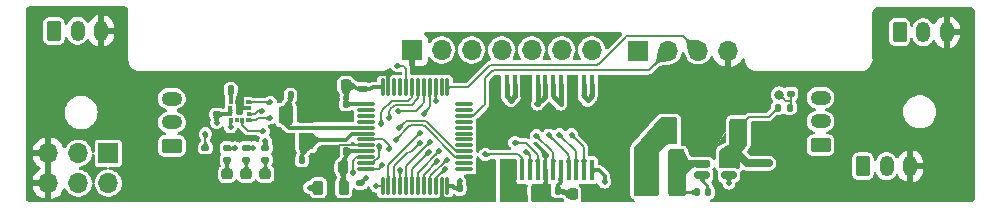
<source format=gtl>
G04 #@! TF.GenerationSoftware,KiCad,Pcbnew,7.0.2-0*
G04 #@! TF.CreationDate,2024-01-02T14:26:45-05:00*
G04 #@! TF.ProjectId,GTV,4754562e-6b69-4636-9164-5f7063625858,rev?*
G04 #@! TF.SameCoordinates,Original*
G04 #@! TF.FileFunction,Copper,L1,Top*
G04 #@! TF.FilePolarity,Positive*
%FSLAX46Y46*%
G04 Gerber Fmt 4.6, Leading zero omitted, Abs format (unit mm)*
G04 Created by KiCad (PCBNEW 7.0.2-0) date 2024-01-02 14:26:45*
%MOMM*%
%LPD*%
G01*
G04 APERTURE LIST*
G04 Aperture macros list*
%AMRoundRect*
0 Rectangle with rounded corners*
0 $1 Rounding radius*
0 $2 $3 $4 $5 $6 $7 $8 $9 X,Y pos of 4 corners*
0 Add a 4 corners polygon primitive as box body*
4,1,4,$2,$3,$4,$5,$6,$7,$8,$9,$2,$3,0*
0 Add four circle primitives for the rounded corners*
1,1,$1+$1,$2,$3*
1,1,$1+$1,$4,$5*
1,1,$1+$1,$6,$7*
1,1,$1+$1,$8,$9*
0 Add four rect primitives between the rounded corners*
20,1,$1+$1,$2,$3,$4,$5,0*
20,1,$1+$1,$4,$5,$6,$7,0*
20,1,$1+$1,$6,$7,$8,$9,0*
20,1,$1+$1,$8,$9,$2,$3,0*%
G04 Aperture macros list end*
G04 #@! TA.AperFunction,ComponentPad*
%ADD10R,1.700000X1.700000*%
G04 #@! TD*
G04 #@! TA.AperFunction,ComponentPad*
%ADD11O,1.700000X1.700000*%
G04 #@! TD*
G04 #@! TA.AperFunction,SMDPad,CuDef*
%ADD12RoundRect,0.140000X-0.140000X-0.170000X0.140000X-0.170000X0.140000X0.170000X-0.140000X0.170000X0*%
G04 #@! TD*
G04 #@! TA.AperFunction,SMDPad,CuDef*
%ADD13RoundRect,0.135000X0.185000X-0.135000X0.185000X0.135000X-0.185000X0.135000X-0.185000X-0.135000X0*%
G04 #@! TD*
G04 #@! TA.AperFunction,SMDPad,CuDef*
%ADD14R,1.200000X1.400000*%
G04 #@! TD*
G04 #@! TA.AperFunction,SMDPad,CuDef*
%ADD15RoundRect,0.225000X0.225000X0.250000X-0.225000X0.250000X-0.225000X-0.250000X0.225000X-0.250000X0*%
G04 #@! TD*
G04 #@! TA.AperFunction,SMDPad,CuDef*
%ADD16RoundRect,0.150000X0.512500X0.150000X-0.512500X0.150000X-0.512500X-0.150000X0.512500X-0.150000X0*%
G04 #@! TD*
G04 #@! TA.AperFunction,ComponentPad*
%ADD17RoundRect,0.250000X-0.350000X-0.625000X0.350000X-0.625000X0.350000X0.625000X-0.350000X0.625000X0*%
G04 #@! TD*
G04 #@! TA.AperFunction,ComponentPad*
%ADD18O,1.200000X1.750000*%
G04 #@! TD*
G04 #@! TA.AperFunction,SMDPad,CuDef*
%ADD19RoundRect,0.250000X-0.250000X-0.475000X0.250000X-0.475000X0.250000X0.475000X-0.250000X0.475000X0*%
G04 #@! TD*
G04 #@! TA.AperFunction,SMDPad,CuDef*
%ADD20RoundRect,0.075000X-0.662500X-0.075000X0.662500X-0.075000X0.662500X0.075000X-0.662500X0.075000X0*%
G04 #@! TD*
G04 #@! TA.AperFunction,SMDPad,CuDef*
%ADD21RoundRect,0.075000X-0.075000X-0.662500X0.075000X-0.662500X0.075000X0.662500X-0.075000X0.662500X0*%
G04 #@! TD*
G04 #@! TA.AperFunction,SMDPad,CuDef*
%ADD22RoundRect,0.140000X0.140000X0.170000X-0.140000X0.170000X-0.140000X-0.170000X0.140000X-0.170000X0*%
G04 #@! TD*
G04 #@! TA.AperFunction,SMDPad,CuDef*
%ADD23R,0.450000X1.750000*%
G04 #@! TD*
G04 #@! TA.AperFunction,SMDPad,CuDef*
%ADD24RoundRect,0.140000X0.170000X-0.140000X0.170000X0.140000X-0.170000X0.140000X-0.170000X-0.140000X0*%
G04 #@! TD*
G04 #@! TA.AperFunction,SMDPad,CuDef*
%ADD25RoundRect,0.250000X0.250000X0.475000X-0.250000X0.475000X-0.250000X-0.475000X0.250000X-0.475000X0*%
G04 #@! TD*
G04 #@! TA.AperFunction,SMDPad,CuDef*
%ADD26RoundRect,0.135000X-0.185000X0.135000X-0.185000X-0.135000X0.185000X-0.135000X0.185000X0.135000X0*%
G04 #@! TD*
G04 #@! TA.AperFunction,SMDPad,CuDef*
%ADD27RoundRect,0.218750X0.256250X-0.218750X0.256250X0.218750X-0.256250X0.218750X-0.256250X-0.218750X0*%
G04 #@! TD*
G04 #@! TA.AperFunction,SMDPad,CuDef*
%ADD28RoundRect,0.218750X0.218750X0.381250X-0.218750X0.381250X-0.218750X-0.381250X0.218750X-0.381250X0*%
G04 #@! TD*
G04 #@! TA.AperFunction,SMDPad,CuDef*
%ADD29R,1.100000X3.700000*%
G04 #@! TD*
G04 #@! TA.AperFunction,SMDPad,CuDef*
%ADD30R,0.350000X0.375000*%
G04 #@! TD*
G04 #@! TA.AperFunction,SMDPad,CuDef*
%ADD31R,0.375000X0.350000*%
G04 #@! TD*
G04 #@! TA.AperFunction,SMDPad,CuDef*
%ADD32RoundRect,0.135000X-0.135000X-0.185000X0.135000X-0.185000X0.135000X0.185000X-0.135000X0.185000X0*%
G04 #@! TD*
G04 #@! TA.AperFunction,SMDPad,CuDef*
%ADD33RoundRect,0.225000X-0.225000X-0.250000X0.225000X-0.250000X0.225000X0.250000X-0.225000X0.250000X0*%
G04 #@! TD*
G04 #@! TA.AperFunction,SMDPad,CuDef*
%ADD34RoundRect,0.140000X-0.170000X0.140000X-0.170000X-0.140000X0.170000X-0.140000X0.170000X0.140000X0*%
G04 #@! TD*
G04 #@! TA.AperFunction,ComponentPad*
%ADD35RoundRect,0.250000X0.625000X-0.350000X0.625000X0.350000X-0.625000X0.350000X-0.625000X-0.350000X0*%
G04 #@! TD*
G04 #@! TA.AperFunction,ComponentPad*
%ADD36O,1.750000X1.200000*%
G04 #@! TD*
G04 #@! TA.AperFunction,ViaPad*
%ADD37C,0.500000*%
G04 #@! TD*
G04 #@! TA.AperFunction,ViaPad*
%ADD38C,0.800000*%
G04 #@! TD*
G04 #@! TA.AperFunction,Conductor*
%ADD39C,0.127000*%
G04 #@! TD*
G04 #@! TA.AperFunction,Conductor*
%ADD40C,0.300000*%
G04 #@! TD*
G04 #@! TA.AperFunction,Conductor*
%ADD41C,0.250000*%
G04 #@! TD*
G04 #@! TA.AperFunction,Conductor*
%ADD42C,0.700000*%
G04 #@! TD*
G04 #@! TA.AperFunction,Conductor*
%ADD43C,0.450000*%
G04 #@! TD*
G04 APERTURE END LIST*
D10*
X134700000Y-114860000D03*
D11*
X134700000Y-117400000D03*
X132160000Y-114860000D03*
X132160000Y-117400000D03*
X129620000Y-114860000D03*
X129620000Y-117400000D03*
D12*
X164450000Y-117832500D03*
X165410000Y-117832500D03*
D13*
X142920000Y-115410000D03*
X142920000Y-114390000D03*
D14*
X149750000Y-111600000D03*
X149750000Y-113800000D03*
X151450000Y-113800000D03*
X151450000Y-111600000D03*
D15*
X154845000Y-109112500D03*
X153295000Y-109112500D03*
D16*
X187245000Y-116710000D03*
X187245000Y-115760000D03*
X187245000Y-114810000D03*
X184970000Y-114810000D03*
X184970000Y-115760000D03*
X184970000Y-116710000D03*
D17*
X201700000Y-104600000D03*
D18*
X203700000Y-104600000D03*
X205700000Y-104600000D03*
D10*
X160390000Y-106110000D03*
D11*
X162930000Y-106110000D03*
X165470000Y-106110000D03*
X168010000Y-106110000D03*
X170550000Y-106110000D03*
X173090000Y-106110000D03*
X175630000Y-106110000D03*
D19*
X182267500Y-112850000D03*
X184167500Y-112850000D03*
D20*
X156507500Y-110692500D03*
X156507500Y-111192500D03*
X156507500Y-111692500D03*
X156507500Y-112192500D03*
X156507500Y-112692500D03*
X156507500Y-113192500D03*
X156507500Y-113692500D03*
X156507500Y-114192500D03*
X156507500Y-114692500D03*
X156507500Y-115192500D03*
X156507500Y-115692500D03*
X156507500Y-116192500D03*
D21*
X157920000Y-117605000D03*
X158420000Y-117605000D03*
X158920000Y-117605000D03*
X159420000Y-117605000D03*
X159920000Y-117605000D03*
X160420000Y-117605000D03*
X160920000Y-117605000D03*
X161420000Y-117605000D03*
X161920000Y-117605000D03*
X162420000Y-117605000D03*
X162920000Y-117605000D03*
X163420000Y-117605000D03*
D20*
X164832500Y-116192500D03*
X164832500Y-115692500D03*
X164832500Y-115192500D03*
X164832500Y-114692500D03*
X164832500Y-114192500D03*
X164832500Y-113692500D03*
X164832500Y-113192500D03*
X164832500Y-112692500D03*
X164832500Y-112192500D03*
X164832500Y-111692500D03*
X164832500Y-111192500D03*
X164832500Y-110692500D03*
D21*
X163420000Y-109280000D03*
X162920000Y-109280000D03*
X162420000Y-109280000D03*
X161920000Y-109280000D03*
X161420000Y-109280000D03*
X160920000Y-109280000D03*
X160420000Y-109280000D03*
X159920000Y-109280000D03*
X159420000Y-109280000D03*
X158920000Y-109280000D03*
X158420000Y-109280000D03*
X157920000Y-109280000D03*
D22*
X151090000Y-115440000D03*
X150130000Y-115440000D03*
D23*
X175617500Y-109092500D03*
X174967500Y-109092500D03*
X174317500Y-109092500D03*
X173667500Y-109092500D03*
X173017500Y-109092500D03*
X172367500Y-109092500D03*
X171717500Y-109092500D03*
X171067500Y-109092500D03*
X170417500Y-109092500D03*
X169767500Y-109092500D03*
X169117500Y-109092500D03*
X168467500Y-109092500D03*
X168467500Y-116292500D03*
X169117500Y-116292500D03*
X169767500Y-116292500D03*
X170417500Y-116292500D03*
X171067500Y-116292500D03*
X171717500Y-116292500D03*
X172367500Y-116292500D03*
X173017500Y-116292500D03*
X173667500Y-116292500D03*
X174317500Y-116292500D03*
X174967500Y-116292500D03*
X175617500Y-116292500D03*
D12*
X145070000Y-109460000D03*
X146030000Y-109460000D03*
D24*
X143880000Y-111570000D03*
X143880000Y-110610000D03*
D25*
X187917500Y-112850000D03*
X186017500Y-112850000D03*
D24*
X156230000Y-109402500D03*
X156230000Y-108442500D03*
D15*
X168535000Y-118310000D03*
X166985000Y-118310000D03*
D10*
X179570000Y-106190000D03*
D11*
X182110000Y-106190000D03*
X184650000Y-106190000D03*
X187190000Y-106190000D03*
D17*
X130100000Y-104500000D03*
D18*
X132100000Y-104500000D03*
X134100000Y-104500000D03*
D26*
X146370000Y-114390000D03*
X146370000Y-115410000D03*
D12*
X150130000Y-109960000D03*
X151090000Y-109960000D03*
D15*
X154602500Y-116027500D03*
X153052500Y-116027500D03*
D12*
X184527500Y-118160000D03*
X185487500Y-118160000D03*
D22*
X172740000Y-118040000D03*
X171780000Y-118040000D03*
D27*
X144750000Y-118217500D03*
X144750000Y-116642500D03*
D22*
X154867500Y-114687500D03*
X153907500Y-114687500D03*
D28*
X154620000Y-117777500D03*
X152495000Y-117777500D03*
D27*
X146370000Y-118215000D03*
X146370000Y-116640000D03*
X147990000Y-118215000D03*
X147990000Y-116640000D03*
D26*
X147990000Y-114400000D03*
X147990000Y-115420000D03*
D29*
X182897500Y-116400000D03*
X179897500Y-116400000D03*
D30*
X146560000Y-110547500D03*
X146060000Y-110547500D03*
X145560000Y-110547500D03*
X145060000Y-110547500D03*
D31*
X145047500Y-111060000D03*
X145047500Y-111560000D03*
D30*
X145060000Y-112072500D03*
X145560000Y-112072500D03*
X146060000Y-112072500D03*
X146560000Y-112072500D03*
D31*
X146572500Y-111560000D03*
X146572500Y-111060000D03*
D22*
X154827500Y-110697500D03*
X153867500Y-110697500D03*
D32*
X191390000Y-111000000D03*
X192410000Y-111000000D03*
D26*
X144750000Y-114400000D03*
X144750000Y-115420000D03*
D13*
X192500000Y-109810000D03*
X192500000Y-108790000D03*
D12*
X169790000Y-118040000D03*
X170750000Y-118040000D03*
D17*
X198590000Y-115960000D03*
D18*
X200590000Y-115960000D03*
X202590000Y-115960000D03*
D33*
X174005000Y-118320000D03*
X175555000Y-118320000D03*
D34*
X156050000Y-117390000D03*
X156050000Y-118350000D03*
D35*
X195010000Y-114160000D03*
D36*
X195010000Y-112160000D03*
X195010000Y-110160000D03*
D35*
X140080000Y-114240000D03*
D36*
X140080000Y-112240000D03*
X140080000Y-110240000D03*
D37*
X157390000Y-117630000D03*
X154827500Y-110117500D03*
X164460000Y-117242500D03*
X148000000Y-113850000D03*
X181067500Y-113040000D03*
X151757500Y-117767500D03*
X187247500Y-117390000D03*
X181067500Y-114190000D03*
X143880000Y-112260000D03*
X173290000Y-118140000D03*
X146600000Y-109470000D03*
X143880000Y-110050000D03*
X184517500Y-111740000D03*
X148730000Y-118220000D03*
X170092500Y-110432500D03*
X143120000Y-116000000D03*
X152317500Y-116017500D03*
X176340000Y-118330000D03*
X165990000Y-117842500D03*
X186517500Y-111740000D03*
X172010000Y-118600000D03*
X185567500Y-111740000D03*
X145560000Y-118220000D03*
X147180000Y-118210000D03*
X153347500Y-114667500D03*
X150130000Y-116040000D03*
X173992500Y-110442500D03*
X170870000Y-118620000D03*
X153867500Y-110107500D03*
X183617500Y-111740000D03*
X151660000Y-109960000D03*
X168180000Y-117500000D03*
X176720000Y-117300000D03*
X190600000Y-115700000D03*
X169050000Y-117520000D03*
X169310000Y-118480000D03*
X158510000Y-114540000D03*
X156510000Y-116930000D03*
X155430000Y-116510000D03*
X157660000Y-114250000D03*
X157880000Y-115870000D03*
X161120000Y-113130000D03*
X175282500Y-110382500D03*
X173010000Y-110690000D03*
X168782500Y-110392500D03*
X171040000Y-110690000D03*
X161110000Y-113960000D03*
D38*
X191500000Y-109900000D03*
D37*
X142920000Y-113210000D03*
X159170000Y-107450000D03*
X159030000Y-113720000D03*
X145440000Y-114400000D03*
X159340000Y-112700000D03*
X146980000Y-114390000D03*
X159420000Y-116280000D03*
X166610000Y-114960000D03*
X170100000Y-114760000D03*
X163235105Y-116215105D03*
X163350000Y-115420000D03*
X169120000Y-113950000D03*
X162540000Y-115540000D03*
X170955000Y-113355000D03*
X171990000Y-113320000D03*
X162730000Y-114660000D03*
X172900000Y-113290000D03*
X161820000Y-114790000D03*
X161950000Y-113910000D03*
X173920000Y-113290000D03*
X162420000Y-110460000D03*
X148430000Y-110550000D03*
X161400000Y-111500000D03*
X147840000Y-112990000D03*
X147750000Y-111300000D03*
X159190000Y-111300000D03*
X148380000Y-111870000D03*
X158510000Y-111880000D03*
X145070000Y-112630000D03*
X157820000Y-112360000D03*
D39*
X191970700Y-110370722D02*
G75*
G03*
X192041421Y-110400000I70700J70722D01*
G01*
X192470721Y-110939301D02*
G75*
G03*
X192500000Y-110868579I-70721J70701D01*
G01*
D40*
X146059984Y-109531421D02*
G75*
G03*
X146030709Y-109460711I-99984J21D01*
G01*
D39*
X189008921Y-111800016D02*
G75*
G03*
X188938211Y-111829291I-21J-99984D01*
G01*
X190558579Y-111799984D02*
G75*
G03*
X190629288Y-111770710I21J99984D01*
G01*
X157920000Y-117605000D02*
X157415000Y-117605000D01*
X157415000Y-117605000D02*
X157390000Y-117630000D01*
D40*
X154845000Y-109112500D02*
X154845000Y-110100000D01*
X154845000Y-110100000D02*
X154827500Y-110117500D01*
X154832500Y-110692500D02*
X154827500Y-110697500D01*
X173017500Y-117249657D02*
X173017500Y-116292500D01*
X155842843Y-109402500D02*
X156230000Y-109402500D01*
X164450000Y-117252500D02*
X164460000Y-117242500D01*
X155528579Y-109171079D02*
X155701422Y-109343922D01*
D39*
X148000000Y-113850000D02*
X148000000Y-114390000D01*
X148000000Y-114390000D02*
X147990000Y-114400000D01*
D40*
X154827500Y-110697500D02*
X154827500Y-110117500D01*
X145047500Y-111060000D02*
X145047500Y-111560000D01*
X154845000Y-109112500D02*
X155387157Y-109112500D01*
X156993921Y-109338579D02*
X156988578Y-109343922D01*
X151757500Y-117767500D02*
X152485000Y-117767500D01*
X173470000Y-118320000D02*
X173248578Y-118098578D01*
X143880000Y-111570000D02*
X143880000Y-112260000D01*
X173470000Y-118320000D02*
X173290000Y-118140000D01*
X145047500Y-111560000D02*
X143890000Y-111560000D01*
X163861079Y-117663579D02*
X163971422Y-117773922D01*
X164450000Y-117832500D02*
X164450000Y-117252500D01*
X173107157Y-118040000D02*
X172740000Y-118040000D01*
D39*
X187245000Y-116710000D02*
X187245000Y-117387500D01*
D40*
X163420000Y-117605000D02*
X163719657Y-117605000D01*
X172740000Y-118040000D02*
X172740000Y-117692843D01*
X174005000Y-118320000D02*
X173470000Y-118320000D01*
X143890000Y-111560000D02*
X143880000Y-111570000D01*
X172798579Y-117551421D02*
X172958922Y-117391078D01*
X164112843Y-117832500D02*
X164450000Y-117832500D01*
D39*
X187245000Y-117387500D02*
X187247500Y-117390000D01*
D40*
X157920000Y-109280000D02*
X157135343Y-109280000D01*
X156507500Y-110692500D02*
X154832500Y-110692500D01*
X156847157Y-109402500D02*
X156230000Y-109402500D01*
X152485000Y-117767500D02*
X152495000Y-117777500D01*
X163971401Y-117773943D02*
G75*
G03*
X164112843Y-117832500I141399J141443D01*
G01*
X163861100Y-117663558D02*
G75*
G03*
X163719657Y-117605000I-141400J-141442D01*
G01*
X172798558Y-117551400D02*
G75*
G03*
X172740000Y-117692843I141442J-141400D01*
G01*
X172958943Y-117391099D02*
G75*
G03*
X173017500Y-117249657I-141443J141399D01*
G01*
X157135343Y-109280031D02*
G75*
G03*
X156993922Y-109338580I-43J-199969D01*
G01*
X156847157Y-109402469D02*
G75*
G03*
X156988577Y-109343921I43J199969D01*
G01*
X155701401Y-109343943D02*
G75*
G03*
X155842843Y-109402500I141399J141443D01*
G01*
X155528600Y-109171058D02*
G75*
G03*
X155387157Y-109112500I-141400J-141442D01*
G01*
X173248599Y-118098557D02*
G75*
G03*
X173107157Y-118040000I-141399J-141443D01*
G01*
X176330000Y-118320000D02*
X176340000Y-118330000D01*
X146572500Y-111060000D02*
X146085000Y-111060000D01*
X170808579Y-118558579D02*
X170870000Y-118620000D01*
X171720000Y-116295000D02*
X171717500Y-116292500D01*
X151148579Y-110488579D02*
X151391422Y-110731422D01*
X150130000Y-115440000D02*
X150130000Y-115012843D01*
X158157157Y-108182500D02*
X157162843Y-108182500D01*
X157021421Y-108241079D02*
X156878578Y-108383922D01*
X169767500Y-110024657D02*
X169767500Y-109092500D01*
X153353579Y-108558921D02*
X153731422Y-108181078D01*
X146030710Y-109460710D02*
X146030000Y-109460000D01*
X163275343Y-118732500D02*
X164937157Y-118732500D01*
X162920000Y-117605000D02*
X162920000Y-118377157D01*
X173992500Y-110442500D02*
X174258922Y-110176078D01*
X150071421Y-114871421D02*
X149808578Y-114608578D01*
X171838579Y-118428579D02*
X172010000Y-118600000D01*
X155952843Y-108442500D02*
X156230000Y-108442500D01*
D39*
X156507500Y-114192500D02*
X154280343Y-114192500D01*
D40*
X149750000Y-114467157D02*
X149750000Y-113800000D01*
X151660000Y-109960000D02*
X151090000Y-109960000D01*
X170750000Y-118040000D02*
X170750000Y-118417157D01*
X151450000Y-110872843D02*
X151450000Y-111600000D01*
X156737157Y-108442500D02*
X156230000Y-108442500D01*
D39*
X147995000Y-118220000D02*
X147990000Y-118215000D01*
X147175000Y-118215000D02*
X146370000Y-118215000D01*
X144750000Y-118217500D02*
X145557500Y-118217500D01*
D40*
X158420000Y-109280000D02*
X158420000Y-108445343D01*
D39*
X142920000Y-115410000D02*
X142920000Y-115717157D01*
D40*
X146060000Y-111035000D02*
X146060000Y-110547500D01*
X146060000Y-110547500D02*
X146060000Y-109531421D01*
X146085000Y-111060000D02*
X146060000Y-111035000D01*
X170092500Y-110432500D02*
X169826078Y-110166078D01*
X175555000Y-118320000D02*
X176330000Y-118320000D01*
X173667500Y-109092500D02*
X173667500Y-110034657D01*
D39*
X147990000Y-118215000D02*
X148725000Y-118215000D01*
D40*
X170417500Y-109092500D02*
X170417500Y-110024657D01*
X146030000Y-109460000D02*
X146590000Y-109460000D01*
X143880000Y-110610000D02*
X143880000Y-110050000D01*
X165980000Y-117832500D02*
X165990000Y-117842500D01*
X174317500Y-110034657D02*
X174317500Y-109092500D01*
D39*
X145557500Y-118217500D02*
X145560000Y-118220000D01*
D40*
X153347500Y-114667500D02*
X153367500Y-114687500D01*
D39*
X142978579Y-115858579D02*
X143120000Y-116000000D01*
D40*
X145560000Y-110547500D02*
X146060000Y-110547500D01*
X158361421Y-108303921D02*
X158298578Y-108241078D01*
X171720000Y-117897157D02*
X171720000Y-116295000D01*
X146590000Y-109460000D02*
X146600000Y-109470000D01*
X153872843Y-108122500D02*
X155467157Y-108122500D01*
X170358921Y-110166079D02*
X170092500Y-110432500D01*
D39*
X147180000Y-118210000D02*
X147175000Y-118215000D01*
D40*
X162978579Y-118518579D02*
X163133922Y-118673922D01*
X165410000Y-118259657D02*
X165410000Y-117832500D01*
X150130000Y-115440000D02*
X150130000Y-116040000D01*
X151090000Y-109960000D02*
X151090000Y-110347157D01*
X153367500Y-114687500D02*
X153907500Y-114687500D01*
D39*
X148725000Y-118215000D02*
X148730000Y-118220000D01*
D40*
X171780000Y-118040000D02*
X171780000Y-118287157D01*
X165410000Y-117832500D02*
X165980000Y-117832500D01*
X155608579Y-108181079D02*
X155811422Y-108383922D01*
X153295000Y-109112500D02*
X153295000Y-108700343D01*
D39*
X153907500Y-114565343D02*
X153907500Y-114687500D01*
D40*
X171780000Y-118040000D02*
X171778578Y-118038578D01*
X152327500Y-116027500D02*
X153052500Y-116027500D01*
X165078579Y-118673921D02*
X165351422Y-118401078D01*
D39*
X154138921Y-114251079D02*
X153966078Y-114423922D01*
D40*
X173726079Y-110176079D02*
X173992500Y-110442500D01*
X153867500Y-110697500D02*
X153867500Y-110107500D01*
X158298599Y-108241057D02*
G75*
G03*
X158157157Y-108182500I-141399J-141443D01*
G01*
X149750031Y-114467157D02*
G75*
G03*
X149808579Y-114608577I199969J-43D01*
G01*
X173667531Y-110034657D02*
G75*
G03*
X173726080Y-110176078I199969J-43D01*
G01*
X174258943Y-110176099D02*
G75*
G03*
X174317500Y-110034657I-141443J141399D01*
G01*
X170750031Y-118417157D02*
G75*
G03*
X170808580Y-118558578I199969J-43D01*
G01*
D39*
X154280343Y-114192531D02*
G75*
G03*
X154138922Y-114251080I-43J-199969D01*
G01*
D40*
X156737157Y-108442469D02*
G75*
G03*
X156878577Y-108383921I43J199969D01*
G01*
X157162843Y-108182531D02*
G75*
G03*
X157021422Y-108241080I-43J-199969D01*
G01*
X153872843Y-108122531D02*
G75*
G03*
X153731423Y-108181079I-43J-199969D01*
G01*
X155811401Y-108383943D02*
G75*
G03*
X155952843Y-108442500I141399J141443D01*
G01*
X169767531Y-110024657D02*
G75*
G03*
X169826079Y-110166077I199969J-43D01*
G01*
X158419969Y-108445343D02*
G75*
G03*
X158361420Y-108303922I-199969J43D01*
G01*
X151090031Y-110347157D02*
G75*
G03*
X151148580Y-110488578I199969J-43D01*
G01*
X171720031Y-117897157D02*
G75*
G03*
X171778579Y-118038577I199969J-43D01*
G01*
X165351443Y-118401099D02*
G75*
G03*
X165410000Y-118259657I-141443J141399D01*
G01*
X163133901Y-118673943D02*
G75*
G03*
X163275343Y-118732500I141399J141443D01*
G01*
X162920031Y-118377157D02*
G75*
G03*
X162978580Y-118518578I199969J-43D01*
G01*
X164937157Y-118732469D02*
G75*
G03*
X165078578Y-118673920I43J199969D01*
G01*
X150129969Y-115012843D02*
G75*
G03*
X150071420Y-114871422I-199969J43D01*
G01*
X153353558Y-108558900D02*
G75*
G03*
X153295000Y-108700343I141442J-141400D01*
G01*
X151449969Y-110872843D02*
G75*
G03*
X151391421Y-110731423I-199969J43D01*
G01*
D39*
X153966057Y-114423901D02*
G75*
G03*
X153907500Y-114565343I141443J-141399D01*
G01*
D40*
X170358942Y-110166100D02*
G75*
G03*
X170417500Y-110024657I-141442J141400D01*
G01*
X155608600Y-108181058D02*
G75*
G03*
X155467157Y-108122500I-141400J-141442D01*
G01*
D39*
X142920031Y-115717157D02*
G75*
G03*
X142978580Y-115858578I199969J-43D01*
G01*
D40*
X171780031Y-118287157D02*
G75*
G03*
X171838580Y-118428578I199969J-43D01*
G01*
X154602500Y-115480343D02*
X154602500Y-116027500D01*
X154602500Y-117760000D02*
X154620000Y-117777500D01*
X154872500Y-114692500D02*
X154867500Y-114687500D01*
X154880000Y-114700000D02*
X154880000Y-115037157D01*
X156507500Y-114692500D02*
X154872500Y-114692500D01*
X154602500Y-116027500D02*
X154602500Y-117760000D01*
X154821421Y-115178579D02*
X154661078Y-115338922D01*
X154867500Y-114687500D02*
X154880000Y-114700000D01*
X154821442Y-115178600D02*
G75*
G03*
X154880000Y-115037157I-141442J141400D01*
G01*
X154661057Y-115338901D02*
G75*
G03*
X154602500Y-115480343I141443J-141399D01*
G01*
D41*
X184527500Y-118160000D02*
X183600343Y-118160000D01*
X183458921Y-118101421D02*
X182956078Y-117598578D01*
X182897500Y-117457157D02*
X182897500Y-116400000D01*
X183458900Y-118101442D02*
G75*
G03*
X183600343Y-118160000I141400J141442D01*
G01*
X182897531Y-117457157D02*
G75*
G03*
X182956079Y-117598577I199969J-43D01*
G01*
X185487500Y-118160000D02*
X185487500Y-117782843D01*
X185428921Y-117641421D02*
X185028578Y-117241078D01*
X184970000Y-117099657D02*
X184970000Y-116710000D01*
X184970031Y-117099657D02*
G75*
G03*
X185028579Y-117241077I199969J-43D01*
G01*
X185487469Y-117782843D02*
G75*
G03*
X185428920Y-117641422I-199969J43D01*
G01*
D42*
X187917500Y-112850000D02*
X187900000Y-112867500D01*
D40*
X168467500Y-116292500D02*
X169117500Y-116292500D01*
D42*
X188882843Y-115700000D02*
X190600000Y-115700000D01*
D40*
X176720000Y-117300000D02*
X176720000Y-116802843D01*
D39*
X190558579Y-111800000D02*
X189008921Y-111800000D01*
D40*
X168472500Y-116297500D02*
X168467500Y-116292500D01*
D39*
X191390000Y-111010000D02*
X190629289Y-111770711D01*
D40*
X176661421Y-116661421D02*
X176351078Y-116351078D01*
D42*
X187958579Y-114858579D02*
X188741422Y-115641422D01*
D39*
X191390000Y-111000000D02*
X191390000Y-111010000D01*
D42*
X187900000Y-112867500D02*
X187900000Y-114717157D01*
D40*
X176209657Y-116292500D02*
X175617500Y-116292500D01*
D39*
X188938210Y-111829290D02*
X187917500Y-112850000D01*
D40*
X176351099Y-116351057D02*
G75*
G03*
X176209657Y-116292500I-141399J-141443D01*
G01*
X176719969Y-116802843D02*
G75*
G03*
X176661420Y-116661422I-199969J43D01*
G01*
D42*
X188741401Y-115641443D02*
G75*
G03*
X188882843Y-115700000I141399J141443D01*
G01*
X187900031Y-114717157D02*
G75*
G03*
X187958580Y-114858578I199969J-43D01*
G01*
D39*
X158451421Y-114121421D02*
X158081078Y-113751078D01*
X158510000Y-114540000D02*
X158510000Y-114262843D01*
X156510000Y-116930000D02*
X156050000Y-117390000D01*
X157939657Y-113692500D02*
X156507500Y-113692500D01*
X158509969Y-114262843D02*
G75*
G03*
X158451420Y-114121422I-199969J43D01*
G01*
X158081099Y-113751057D02*
G75*
G03*
X157939657Y-113692500I-141399J-141443D01*
G01*
D40*
X156505000Y-112690000D02*
X156507500Y-112692500D01*
X150042843Y-112690000D02*
X156505000Y-112690000D01*
X150071421Y-110468579D02*
X149808578Y-110731422D01*
X149750000Y-110872843D02*
X149750000Y-111600000D01*
X149750000Y-111600000D02*
X149750000Y-112397157D01*
X149808579Y-112538579D02*
X149901422Y-112631422D01*
X150130000Y-109960000D02*
X150130000Y-110327157D01*
X149901401Y-112631443D02*
G75*
G03*
X150042843Y-112690000I141399J141443D01*
G01*
X149750031Y-112397157D02*
G75*
G03*
X149808580Y-112538578I199969J-43D01*
G01*
X150071442Y-110468600D02*
G75*
G03*
X150130000Y-110327157I-141442J141400D01*
G01*
X149808557Y-110731401D02*
G75*
G03*
X149750000Y-110872843I141443J-141399D01*
G01*
X154747157Y-113740000D02*
X151450000Y-113740000D01*
X151090000Y-115440000D02*
X151090000Y-115042843D01*
X151450000Y-114517157D02*
X151450000Y-113800000D01*
X154930000Y-113640000D02*
X154888578Y-113681422D01*
X155318921Y-113251079D02*
X154930000Y-113640000D01*
X156507500Y-113192500D02*
X155460343Y-113192500D01*
X151148579Y-114901421D02*
X151391422Y-114658578D01*
X155460343Y-113192531D02*
G75*
G03*
X155318922Y-113251080I-43J-199969D01*
G01*
X154747157Y-113739969D02*
G75*
G03*
X154888577Y-113681421I43J199969D01*
G01*
X151391443Y-114658599D02*
G75*
G03*
X151450000Y-114517157I-141443J141399D01*
G01*
X151148558Y-114901400D02*
G75*
G03*
X151090000Y-115042843I141442J-141400D01*
G01*
D39*
X147990000Y-116640000D02*
X147990000Y-115420000D01*
X144750000Y-115420000D02*
X144750000Y-116642500D01*
X146370000Y-115410000D02*
X146370000Y-116640000D01*
X155770343Y-115192500D02*
X156507500Y-115192500D01*
X155430000Y-116510000D02*
X155430000Y-115532843D01*
X155488579Y-115391421D02*
X155628922Y-115251078D01*
X155488558Y-115391400D02*
G75*
G03*
X155430000Y-115532843I141442J-141400D01*
G01*
X155770343Y-115192531D02*
G75*
G03*
X155628923Y-115251079I-43J-199969D01*
G01*
X157660000Y-114250000D02*
X157660000Y-115031947D01*
X156999447Y-115692500D02*
X156507500Y-115692500D01*
X157601421Y-115173369D02*
X157140868Y-115633922D01*
X156999447Y-115692533D02*
G75*
G03*
X157140868Y-115633922I-47J200033D01*
G01*
X157601397Y-115173345D02*
G75*
G03*
X157660000Y-115031947I-141397J141445D01*
G01*
X157580000Y-116170000D02*
X157557500Y-116192500D01*
X157557500Y-116192500D02*
X156507500Y-116192500D01*
X157580000Y-116170000D02*
X157880000Y-115870000D01*
X161120000Y-113130000D02*
X161110000Y-113130000D01*
X161110000Y-113130000D02*
X158478578Y-115761422D01*
X158420000Y-115902843D02*
X158420000Y-117605000D01*
X158478557Y-115761401D02*
G75*
G03*
X158420000Y-115902843I141443J-141399D01*
G01*
D43*
X174967500Y-109092500D02*
X174967500Y-109984657D01*
X175617500Y-109092500D02*
X175617500Y-109964657D01*
X175026079Y-110126079D02*
X175282500Y-110382500D01*
X175558921Y-110106079D02*
X175282500Y-110382500D01*
X175558942Y-110106100D02*
G75*
G03*
X175617500Y-109964657I-141442J141400D01*
G01*
X174967531Y-109984657D02*
G75*
G03*
X175026080Y-110126078I199969J-43D01*
G01*
X173010000Y-110690000D02*
X172426078Y-110106078D01*
X173010000Y-110690000D02*
X173017500Y-110682500D01*
X173017500Y-110682500D02*
X173017500Y-109092500D01*
X172367500Y-109964657D02*
X172367500Y-109092500D01*
X172367531Y-109964657D02*
G75*
G03*
X172426079Y-110106077I199969J-43D01*
G01*
X169117500Y-109092500D02*
X169117500Y-109974657D01*
X169058921Y-110116079D02*
X168782500Y-110392500D01*
X168526079Y-110136079D02*
X168782500Y-110392500D01*
X168467500Y-109092500D02*
X168467500Y-109994657D01*
X169058942Y-110116100D02*
G75*
G03*
X169117500Y-109974657I-141442J141400D01*
G01*
X168467531Y-109994657D02*
G75*
G03*
X168526080Y-110136078I199969J-43D01*
G01*
X171040000Y-110690000D02*
X171658922Y-110071078D01*
X171067500Y-110662500D02*
X171067500Y-109092500D01*
X171717500Y-109929657D02*
X171717500Y-109092500D01*
X171040000Y-110690000D02*
X171067500Y-110662500D01*
X171658943Y-110071099D02*
G75*
G03*
X171717500Y-109929657I-141443J141399D01*
G01*
D39*
X165678709Y-111633921D02*
X166541422Y-110771208D01*
X166600000Y-110629787D02*
X166600000Y-108582843D01*
X164832500Y-111692500D02*
X165537287Y-111692500D01*
X180518579Y-107781421D02*
X182110000Y-106190000D01*
X167342843Y-107840000D02*
X180377157Y-107840000D01*
X166658579Y-108441421D02*
X167201422Y-107898578D01*
X166541428Y-110771214D02*
G75*
G03*
X166600000Y-110629787I-141428J141414D01*
G01*
X167342843Y-107840031D02*
G75*
G03*
X167201423Y-107898579I-43J-199969D01*
G01*
X165537287Y-111692491D02*
G75*
G03*
X165678709Y-111633921I13J199991D01*
G01*
X180377157Y-107839969D02*
G75*
G03*
X180518578Y-107781420I43J199969D01*
G01*
X166658558Y-108441400D02*
G75*
G03*
X166600000Y-108582843I141442J-141400D01*
G01*
X176208579Y-107291421D02*
X178511422Y-104988578D01*
X183448579Y-104988579D02*
X184650000Y-106190000D01*
X178652843Y-104930000D02*
X183307157Y-104930000D01*
X165198579Y-109221421D02*
X167011422Y-107408578D01*
X167152843Y-107350000D02*
X176067157Y-107350000D01*
X163420000Y-109280000D02*
X165057157Y-109280000D01*
X176067157Y-107349969D02*
G75*
G03*
X176208578Y-107291420I43J199969D01*
G01*
X165057157Y-109279969D02*
G75*
G03*
X165198578Y-109221420I43J199969D01*
G01*
X167152843Y-107350031D02*
G75*
G03*
X167011423Y-107408579I-43J-199969D01*
G01*
X178652843Y-104930031D02*
G75*
G03*
X178511423Y-104988579I-43J-199969D01*
G01*
X183448600Y-104988558D02*
G75*
G03*
X183307157Y-104930000I-141400J-141442D01*
G01*
X192470710Y-110939290D02*
X192410000Y-111000000D01*
X192041421Y-110400000D02*
X192500000Y-110400000D01*
X161110000Y-113960000D02*
X160408578Y-114661422D01*
X191500000Y-109900000D02*
X191970711Y-110370711D01*
X158920000Y-116002843D02*
X158920000Y-117605000D01*
X160267157Y-114720000D02*
X160202843Y-114720000D01*
X192500000Y-109810000D02*
X192500000Y-110868579D01*
X160061421Y-114778579D02*
X158978578Y-115861422D01*
X160202843Y-114720031D02*
G75*
G03*
X160061422Y-114778580I-43J-199969D01*
G01*
X160267157Y-114719969D02*
G75*
G03*
X160408577Y-114661421I43J199969D01*
G01*
X158978557Y-115861401D02*
G75*
G03*
X158920000Y-116002843I141443J-141399D01*
G01*
X159748579Y-107508579D02*
X159861422Y-107621422D01*
X159170000Y-107450000D02*
X159607157Y-107450000D01*
X142920000Y-113210000D02*
X142920000Y-114390000D01*
X159920000Y-107762843D02*
X159920000Y-109280000D01*
X159919969Y-107762843D02*
G75*
G03*
X159861421Y-107621423I-199969J43D01*
G01*
X159748600Y-107508558D02*
G75*
G03*
X159607157Y-107450000I-141400J-141442D01*
G01*
X144750000Y-114400000D02*
X145440000Y-114400000D01*
X159030000Y-113710000D02*
X160181422Y-112558578D01*
X159030000Y-113720000D02*
X159030000Y-113710000D01*
X160322843Y-112500000D02*
X161366131Y-112500000D01*
X164224317Y-115192500D02*
X164832500Y-115192500D01*
X161507553Y-112558579D02*
X164082896Y-115133922D01*
X161507537Y-112558595D02*
G75*
G03*
X161366131Y-112500000I-141437J-141405D01*
G01*
X164082888Y-115133930D02*
G75*
G03*
X164224317Y-115192500I141412J141430D01*
G01*
X160322843Y-112500031D02*
G75*
G03*
X160181423Y-112558579I-43J-199969D01*
G01*
X159340000Y-112700000D02*
X159831422Y-112208578D01*
X159972843Y-112150000D02*
X161547157Y-112150000D01*
X146370000Y-114390000D02*
X146980000Y-114390000D01*
X161688579Y-112208579D02*
X164113922Y-114633922D01*
X164255343Y-114692500D02*
X164832500Y-114692500D01*
X159972843Y-112150031D02*
G75*
G03*
X159831423Y-112208579I-43J-199969D01*
G01*
X161688600Y-112208558D02*
G75*
G03*
X161547157Y-112150000I-141400J-141442D01*
G01*
X164113901Y-114633943D02*
G75*
G03*
X164255343Y-114692500I141399J141443D01*
G01*
X159420000Y-117605000D02*
X159420000Y-116280000D01*
X169767500Y-115373343D02*
X169767500Y-116292500D01*
X166610000Y-114960000D02*
X169354157Y-114960000D01*
X169495579Y-115018579D02*
X169708922Y-115231922D01*
X169767469Y-115373343D02*
G75*
G03*
X169708921Y-115231923I-199969J43D01*
G01*
X169495600Y-115018558D02*
G75*
G03*
X169354157Y-114960000I-141400J-141442D01*
G01*
X162420000Y-117113053D02*
X162420000Y-117605000D01*
X170417500Y-115160343D02*
X170417500Y-116292500D01*
X163235105Y-116215105D02*
X162478578Y-116971632D01*
X170100000Y-114760000D02*
X170358922Y-115018922D01*
X170417469Y-115160343D02*
G75*
G03*
X170358921Y-115018923I-199969J43D01*
G01*
X162478602Y-116971656D02*
G75*
G03*
X162420000Y-117113053I141398J-141444D01*
G01*
X169120000Y-113950000D02*
X169967157Y-113950000D01*
X171067500Y-115050343D02*
X171067500Y-116292500D01*
X163350000Y-115420000D02*
X161978578Y-116791422D01*
X170108579Y-114008579D02*
X171008922Y-114908922D01*
X161920000Y-116932843D02*
X161920000Y-117605000D01*
X171067469Y-115050343D02*
G75*
G03*
X171008921Y-114908923I-199969J43D01*
G01*
X161978557Y-116791401D02*
G75*
G03*
X161920000Y-116932843I141443J-141399D01*
G01*
X170108600Y-114008558D02*
G75*
G03*
X169967157Y-113950000I-141400J-141442D01*
G01*
X170955000Y-113355000D02*
X172308922Y-114708922D01*
X162540000Y-115540000D02*
X161478578Y-116601422D01*
X161420000Y-116742843D02*
X161420000Y-117605000D01*
X172367500Y-114850343D02*
X172367500Y-116292500D01*
X161478557Y-116601401D02*
G75*
G03*
X161420000Y-116742843I141443J-141399D01*
G01*
X172367469Y-114850343D02*
G75*
G03*
X172308921Y-114708923I-199969J43D01*
G01*
X173667500Y-115080343D02*
X173667500Y-116292500D01*
X171990000Y-113320000D02*
X173608922Y-114938922D01*
X162730000Y-114660000D02*
X160978578Y-116411422D01*
X160920000Y-116552843D02*
X160920000Y-117605000D01*
X160978557Y-116411401D02*
G75*
G03*
X160920000Y-116552843I141443J-141399D01*
G01*
X173667469Y-115080343D02*
G75*
G03*
X173608921Y-114938923I-199969J43D01*
G01*
X160420000Y-116272843D02*
X160420000Y-117605000D01*
X174317500Y-114790343D02*
X174317500Y-116292500D01*
X161820000Y-114790000D02*
X160478578Y-116131422D01*
X172900000Y-113290000D02*
X174258922Y-114648922D01*
X160478557Y-116131401D02*
G75*
G03*
X160420000Y-116272843I141443J-141399D01*
G01*
X174317469Y-114790343D02*
G75*
G03*
X174258921Y-114648923I-199969J43D01*
G01*
X173920000Y-113290000D02*
X174908922Y-114278922D01*
X159920000Y-116022843D02*
X159920000Y-117605000D01*
X161950000Y-113910000D02*
X159978578Y-115881422D01*
X174967500Y-114420343D02*
X174967500Y-116292500D01*
X159978557Y-115881401D02*
G75*
G03*
X159920000Y-116022843I141443J-141399D01*
G01*
X174967469Y-114420343D02*
G75*
G03*
X174908921Y-114278923I-199969J43D01*
G01*
X147390000Y-110550000D02*
X147387500Y-110547500D01*
X148430000Y-110550000D02*
X147390000Y-110550000D01*
X147387500Y-110547500D02*
X146560000Y-110547500D01*
X162420000Y-110460000D02*
X162420000Y-109280000D01*
X147840000Y-112990000D02*
X146622843Y-112990000D01*
X146481421Y-112931421D02*
X146118578Y-112568578D01*
X161920000Y-109280000D02*
X161920000Y-110897157D01*
X146060000Y-112427157D02*
X146060000Y-112072500D01*
X161861421Y-111038579D02*
X161400000Y-111500000D01*
X161861442Y-111038600D02*
G75*
G03*
X161920000Y-110897157I-141442J141400D01*
G01*
X146060031Y-112427157D02*
G75*
G03*
X146118579Y-112568577I199969J-43D01*
G01*
X146481400Y-112931442D02*
G75*
G03*
X146622843Y-112990000I141400J141442D01*
G01*
X160778579Y-111241421D02*
X161361422Y-110658578D01*
X147750000Y-111300000D02*
X147412843Y-111300000D01*
X147271421Y-111358579D02*
X147128578Y-111501422D01*
X146987157Y-111560000D02*
X146572500Y-111560000D01*
X161420000Y-110517157D02*
X161420000Y-109280000D01*
X159190000Y-111300000D02*
X160637157Y-111300000D01*
X147412843Y-111300031D02*
G75*
G03*
X147271422Y-111358580I-43J-199969D01*
G01*
X161361443Y-110658599D02*
G75*
G03*
X161420000Y-110517157I-141443J141399D01*
G01*
X160637157Y-111299969D02*
G75*
G03*
X160778578Y-111241420I43J199969D01*
G01*
X146987157Y-111559969D02*
G75*
G03*
X147128577Y-111501421I43J199969D01*
G01*
X148380000Y-111870000D02*
X147447843Y-111870000D01*
X158992843Y-110810000D02*
X160267157Y-110810000D01*
X158510000Y-111880000D02*
X158510000Y-111292843D01*
X147306421Y-111928579D02*
X147221078Y-112013922D01*
X158568579Y-111151421D02*
X158851422Y-110868578D01*
X147079657Y-112072500D02*
X146560000Y-112072500D01*
X160920000Y-110157157D02*
X160920000Y-109280000D01*
X160408579Y-110751421D02*
X160861422Y-110298578D01*
X160861443Y-110298599D02*
G75*
G03*
X160920000Y-110157157I-141443J141399D01*
G01*
X158992843Y-110810031D02*
G75*
G03*
X158851423Y-110868579I-43J-199969D01*
G01*
X160267157Y-110809969D02*
G75*
G03*
X160408578Y-110751420I43J199969D01*
G01*
X158568558Y-111151400D02*
G75*
G03*
X158510000Y-111292843I141442J-141400D01*
G01*
X147079657Y-112072469D02*
G75*
G03*
X147221077Y-112013921I43J199969D01*
G01*
X147447843Y-111870031D02*
G75*
G03*
X147306422Y-111928580I-43J-199969D01*
G01*
X158742843Y-110440000D02*
X160017157Y-110440000D01*
X145060000Y-112620000D02*
X145070000Y-112630000D01*
X157878579Y-111221421D02*
X158601422Y-110498578D01*
X160420000Y-110037157D02*
X160420000Y-109280000D01*
X145060000Y-112072500D02*
X145060000Y-112620000D01*
X160158579Y-110381421D02*
X160361422Y-110178578D01*
X157820000Y-112360000D02*
X157820000Y-111362843D01*
X160017157Y-110439969D02*
G75*
G03*
X160158578Y-110381420I43J199969D01*
G01*
X157878558Y-111221400D02*
G75*
G03*
X157820000Y-111362843I141442J-141400D01*
G01*
X160361443Y-110178599D02*
G75*
G03*
X160420000Y-110037157I-141443J141399D01*
G01*
X158742843Y-110440031D02*
G75*
G03*
X158601423Y-110498579I-43J-199969D01*
G01*
D40*
X145060000Y-110547500D02*
X145060000Y-109470000D01*
X145060000Y-109470000D02*
X145070000Y-109460000D01*
G04 #@! TA.AperFunction,Conductor*
G36*
X146767970Y-111392913D02*
G01*
X146794798Y-111419550D01*
X146794804Y-111419555D01*
X146794999Y-111419749D01*
X146829999Y-111448274D01*
X146865000Y-111470574D01*
X146900000Y-111486649D01*
X146926470Y-111494099D01*
X146933505Y-111499639D01*
X146935000Y-111505361D01*
X146935000Y-111614638D01*
X146931573Y-111622911D01*
X146926470Y-111625900D01*
X146900000Y-111633349D01*
X146865369Y-111649255D01*
X146865362Y-111649258D01*
X146865000Y-111649425D01*
X146864662Y-111649639D01*
X146864657Y-111649643D01*
X146830288Y-111671540D01*
X146830277Y-111671547D01*
X146829999Y-111671725D01*
X146829744Y-111671932D01*
X146829734Y-111671940D01*
X146795220Y-111700069D01*
X146795209Y-111700078D01*
X146794999Y-111700250D01*
X146794806Y-111700441D01*
X146794790Y-111700456D01*
X146767970Y-111727085D01*
X146759685Y-111730482D01*
X146751767Y-111727357D01*
X146692075Y-111671940D01*
X146580733Y-111568572D01*
X146577003Y-111560434D01*
X146580120Y-111552040D01*
X146580735Y-111551426D01*
X146751769Y-111392641D01*
X146760161Y-111389524D01*
X146767970Y-111392913D01*
G37*
G04 #@! TD.AperFunction*
G04 #@! TA.AperFunction,Conductor*
G36*
X173474241Y-117972299D02*
G01*
X173474951Y-117973080D01*
X173520552Y-118028069D01*
X173521417Y-118029257D01*
X173557131Y-118085403D01*
X173590986Y-118130144D01*
X173638463Y-118159471D01*
X173705328Y-118168616D01*
X173713060Y-118173132D01*
X173715442Y-118180208D01*
X173715442Y-118457350D01*
X173712015Y-118465623D01*
X173703742Y-118469050D01*
X173702832Y-118469015D01*
X173609923Y-118461763D01*
X173607816Y-118461402D01*
X173535066Y-118441986D01*
X173534000Y-118441647D01*
X173471185Y-118418257D01*
X173471181Y-118418255D01*
X173470924Y-118418160D01*
X173470655Y-118418088D01*
X173470645Y-118418085D01*
X173396587Y-118398320D01*
X173300745Y-118390838D01*
X173292764Y-118386777D01*
X173289956Y-118379222D01*
X173289019Y-118144890D01*
X173292412Y-118136607D01*
X173457696Y-117972252D01*
X173465978Y-117968849D01*
X173474241Y-117972299D01*
G37*
G04 #@! TD.AperFunction*
G04 #@! TA.AperFunction,Conductor*
G36*
X164462188Y-117242415D02*
G01*
X164680185Y-117333657D01*
X164686493Y-117340012D01*
X164686463Y-117348958D01*
X164651200Y-117433384D01*
X164651124Y-117433578D01*
X164624970Y-117502397D01*
X164624851Y-117502711D01*
X164624772Y-117503025D01*
X164624769Y-117503035D01*
X164609288Y-117564672D01*
X164601908Y-117637510D01*
X164601883Y-117637761D01*
X164601878Y-117637993D01*
X164601878Y-117638006D01*
X164600210Y-117729025D01*
X164596632Y-117737234D01*
X164588512Y-117740511D01*
X164310854Y-117740511D01*
X164302581Y-117737084D01*
X164299187Y-117729687D01*
X164299137Y-117729025D01*
X164290640Y-117615842D01*
X164268320Y-117528773D01*
X164241861Y-117454744D01*
X164241547Y-117453720D01*
X164219615Y-117368164D01*
X164219282Y-117366135D01*
X164217992Y-117348958D01*
X164210940Y-117255024D01*
X164213738Y-117246518D01*
X164221731Y-117242482D01*
X164222538Y-117242449D01*
X164457627Y-117241509D01*
X164462188Y-117242415D01*
G37*
G04 #@! TD.AperFunction*
G04 #@! TA.AperFunction,Conductor*
G36*
X152077963Y-117342834D02*
G01*
X152079306Y-117344032D01*
X152341176Y-117616444D01*
X152488080Y-117769261D01*
X152491343Y-117777600D01*
X152487950Y-117785611D01*
X152077149Y-118199557D01*
X152068889Y-118203015D01*
X152060602Y-118199620D01*
X152059435Y-118198270D01*
X152005663Y-118125523D01*
X152005533Y-118125347D01*
X151943525Y-118054228D01*
X151943317Y-118054032D01*
X151943311Y-118054026D01*
X151881772Y-117996121D01*
X151881763Y-117996114D01*
X151881516Y-117995881D01*
X151881228Y-117995669D01*
X151819510Y-117950305D01*
X151763729Y-117920795D01*
X151758018Y-117913897D01*
X151757500Y-117910453D01*
X151757500Y-117624717D01*
X151760927Y-117616444D01*
X151763949Y-117614262D01*
X151819968Y-117586139D01*
X151882437Y-117542127D01*
X151944906Y-117485465D01*
X152007375Y-117416152D01*
X152061569Y-117345045D01*
X152069306Y-117340545D01*
X152077963Y-117342834D01*
G37*
G04 #@! TD.AperFunction*
G04 #@! TA.AperFunction,Conductor*
G36*
X161483278Y-116720927D02*
G01*
X161486130Y-116725579D01*
X161499658Y-116767139D01*
X161499729Y-116767339D01*
X161515771Y-116811467D01*
X161515780Y-116811492D01*
X161515816Y-116811589D01*
X161515863Y-116811703D01*
X161515868Y-116811716D01*
X161531907Y-116850688D01*
X161531917Y-116850710D01*
X161531974Y-116850849D01*
X161532044Y-116850998D01*
X161532046Y-116851001D01*
X161548042Y-116884731D01*
X161548132Y-116884919D01*
X161548225Y-116885086D01*
X161548227Y-116885089D01*
X161562154Y-116909980D01*
X161563398Y-116918081D01*
X161431454Y-117551052D01*
X161426411Y-117558451D01*
X161417612Y-117560118D01*
X161410213Y-117555075D01*
X161408546Y-117551052D01*
X161401435Y-117516943D01*
X161276601Y-116918079D01*
X161277845Y-116909981D01*
X161291759Y-116885113D01*
X161291765Y-116885100D01*
X161291867Y-116884919D01*
X161308025Y-116850849D01*
X161324183Y-116811589D01*
X161340341Y-116767139D01*
X161340402Y-116766955D01*
X161353870Y-116725578D01*
X161359689Y-116718772D01*
X161364995Y-116717500D01*
X161475005Y-116717500D01*
X161483278Y-116720927D01*
G37*
G04 #@! TD.AperFunction*
G04 #@! TA.AperFunction,Conductor*
G36*
X145055750Y-111067297D02*
G01*
X145055797Y-111067344D01*
X145218322Y-111230798D01*
X145221725Y-111239081D01*
X145221585Y-111240854D01*
X145217500Y-111266999D01*
X145212500Y-111300499D01*
X145207499Y-111335500D01*
X145202499Y-111372000D01*
X145198838Y-111399826D01*
X145194361Y-111407582D01*
X145187238Y-111410000D01*
X144907761Y-111410000D01*
X144899488Y-111406573D01*
X144896161Y-111399826D01*
X144892500Y-111372000D01*
X144887500Y-111335500D01*
X144882499Y-111300499D01*
X144877499Y-111266999D01*
X144873414Y-111240852D01*
X144875523Y-111232151D01*
X144876670Y-111230805D01*
X145039203Y-111067343D01*
X145047467Y-111063894D01*
X145055750Y-111067297D01*
G37*
G04 #@! TD.AperFunction*
G04 #@! TA.AperFunction,Conductor*
G36*
X157881056Y-111863427D02*
G01*
X157884438Y-111870675D01*
X157892877Y-111966669D01*
X157918331Y-112038630D01*
X157955845Y-112097690D01*
X157955929Y-112097818D01*
X158000989Y-112165046D01*
X158001725Y-112166308D01*
X158045341Y-112253125D01*
X158045993Y-112262056D01*
X158040138Y-112268832D01*
X158039403Y-112269170D01*
X157824516Y-112359109D01*
X157815561Y-112359142D01*
X157600595Y-112269169D01*
X157594287Y-112262814D01*
X157594320Y-112253860D01*
X157594651Y-112253139D01*
X157638276Y-112166302D01*
X157639005Y-112165051D01*
X157684154Y-112097690D01*
X157684227Y-112097577D01*
X157721667Y-112038630D01*
X157721666Y-112038630D01*
X157747121Y-111966669D01*
X157755561Y-111870674D01*
X157759699Y-111862734D01*
X157767216Y-111860000D01*
X157872783Y-111860000D01*
X157881056Y-111863427D01*
G37*
G04 #@! TD.AperFunction*
G04 #@! TA.AperFunction,Conductor*
G36*
X157202658Y-116050885D02*
G01*
X157202784Y-116050969D01*
X157237960Y-116074747D01*
X157277220Y-116096095D01*
X157316480Y-116112253D01*
X157355740Y-116123221D01*
X157385005Y-116127528D01*
X157392690Y-116132123D01*
X157395000Y-116139103D01*
X157395000Y-116245896D01*
X157391573Y-116254169D01*
X157385004Y-116257471D01*
X157356110Y-116261723D01*
X157356101Y-116261724D01*
X157355740Y-116261778D01*
X157355390Y-116261875D01*
X157355384Y-116261877D01*
X157316810Y-116272653D01*
X157316797Y-116272657D01*
X157316480Y-116272746D01*
X157316166Y-116272875D01*
X157316155Y-116272879D01*
X157277517Y-116288781D01*
X157277504Y-116288786D01*
X157277220Y-116288904D01*
X157276958Y-116289045D01*
X157276942Y-116289054D01*
X157238207Y-116310117D01*
X157238196Y-116310123D01*
X157237960Y-116310252D01*
X157237735Y-116310404D01*
X157237722Y-116310412D01*
X157202799Y-116334020D01*
X157194026Y-116335814D01*
X157193859Y-116335781D01*
X156684589Y-116229623D01*
X156561446Y-116203953D01*
X156554048Y-116198911D01*
X156552381Y-116190112D01*
X156557424Y-116182713D01*
X156561446Y-116181046D01*
X157193859Y-116049218D01*
X157202658Y-116050885D01*
G37*
G04 #@! TD.AperFunction*
G04 #@! TA.AperFunction,Conductor*
G36*
X158463565Y-114044991D02*
G01*
X158464128Y-114045595D01*
X158494403Y-114080548D01*
X158520041Y-114110149D01*
X158521198Y-114111738D01*
X158557285Y-114171186D01*
X158557783Y-114172094D01*
X158585010Y-114227457D01*
X158585126Y-114227692D01*
X158585254Y-114227904D01*
X158585258Y-114227910D01*
X158595325Y-114244494D01*
X158621997Y-114288433D01*
X158679675Y-114355023D01*
X158682501Y-114363520D01*
X158679137Y-114370923D01*
X158516246Y-114535123D01*
X158507987Y-114538583D01*
X158503446Y-114537686D01*
X158291104Y-114449352D01*
X158284782Y-114443010D01*
X158284795Y-114434055D01*
X158285354Y-114432895D01*
X158323183Y-114364513D01*
X158323988Y-114363258D01*
X158370579Y-114299980D01*
X158404064Y-114244493D01*
X158407929Y-114189201D01*
X158407928Y-114189199D01*
X158407928Y-114189198D01*
X158371370Y-114133875D01*
X158369668Y-114125084D01*
X158372856Y-114119154D01*
X158447020Y-114044990D01*
X158455292Y-114041564D01*
X158463565Y-114044991D01*
G37*
G04 #@! TD.AperFunction*
G04 #@! TA.AperFunction,Conductor*
G36*
X160890625Y-113869081D02*
G01*
X161106175Y-113957435D01*
X161112531Y-113963744D01*
X161112564Y-113963824D01*
X161200915Y-114179368D01*
X161200882Y-114188322D01*
X161194526Y-114194631D01*
X161193768Y-114194912D01*
X161101531Y-114225461D01*
X161100118Y-114225832D01*
X161020576Y-114241537D01*
X161020424Y-114241570D01*
X160952292Y-114256772D01*
X160952290Y-114256772D01*
X160952289Y-114256773D01*
X160911535Y-114276229D01*
X160883403Y-114289659D01*
X160809560Y-114351569D01*
X160801018Y-114354258D01*
X160793770Y-114350876D01*
X160719123Y-114276229D01*
X160715696Y-114267956D01*
X160718428Y-114260442D01*
X160780340Y-114186594D01*
X160813226Y-114117710D01*
X160828462Y-114049422D01*
X160844168Y-113969865D01*
X160844532Y-113968478D01*
X160875088Y-113876229D01*
X160880942Y-113869455D01*
X160889873Y-113868803D01*
X160890625Y-113869081D01*
G37*
G04 #@! TD.AperFunction*
G04 #@! TA.AperFunction,Conductor*
G36*
X163130625Y-115329081D02*
G01*
X163346175Y-115417435D01*
X163352531Y-115423744D01*
X163352564Y-115423824D01*
X163440915Y-115639368D01*
X163440882Y-115648322D01*
X163434526Y-115654631D01*
X163433768Y-115654912D01*
X163341531Y-115685461D01*
X163340118Y-115685832D01*
X163260576Y-115701537D01*
X163260424Y-115701570D01*
X163192292Y-115716772D01*
X163192290Y-115716772D01*
X163192289Y-115716773D01*
X163151535Y-115736229D01*
X163123403Y-115749659D01*
X163049560Y-115811569D01*
X163041018Y-115814258D01*
X163033770Y-115810876D01*
X162959123Y-115736229D01*
X162955696Y-115727956D01*
X162958428Y-115720442D01*
X163020340Y-115646594D01*
X163053226Y-115577710D01*
X163068462Y-115509422D01*
X163084168Y-115429865D01*
X163084532Y-115428478D01*
X163115088Y-115336229D01*
X163120942Y-115329455D01*
X163129873Y-115328803D01*
X163130625Y-115329081D01*
G37*
G04 #@! TD.AperFunction*
G04 #@! TA.AperFunction,Conductor*
G36*
X186977500Y-113030000D02*
G01*
X186942738Y-113080975D01*
X186942737Y-113080978D01*
X186030354Y-114418918D01*
X185600000Y-115050000D01*
X185494309Y-115050000D01*
X184509064Y-115050000D01*
X184400000Y-115050000D01*
X183227500Y-113230000D01*
X183227500Y-111300000D01*
X186977500Y-111300000D01*
X186977500Y-113030000D01*
G37*
G04 #@! TD.AperFunction*
G04 #@! TA.AperFunction,Conductor*
G36*
X148338832Y-110329861D02*
G01*
X148339170Y-110330596D01*
X148429109Y-110545483D01*
X148429142Y-110554438D01*
X148429109Y-110554517D01*
X148339170Y-110769403D01*
X148332814Y-110775712D01*
X148323860Y-110775679D01*
X148323125Y-110775341D01*
X148236308Y-110731725D01*
X148235046Y-110730989D01*
X148167690Y-110685845D01*
X148167577Y-110685772D01*
X148108630Y-110648331D01*
X148036669Y-110622877D01*
X147940675Y-110614438D01*
X147932734Y-110610300D01*
X147930000Y-110602783D01*
X147930000Y-110497216D01*
X147933427Y-110488943D01*
X147940673Y-110485561D01*
X148036669Y-110477121D01*
X148108630Y-110451667D01*
X148167690Y-110414154D01*
X148167818Y-110414070D01*
X148220273Y-110378910D01*
X148235051Y-110369005D01*
X148236302Y-110368276D01*
X148323126Y-110324657D01*
X148332056Y-110324006D01*
X148338832Y-110329861D01*
G37*
G04 #@! TD.AperFunction*
G04 #@! TA.AperFunction,Conductor*
G36*
X182699561Y-111801902D02*
G01*
X182747222Y-111811382D01*
X182782908Y-111826163D01*
X182815050Y-111847640D01*
X182842359Y-111874949D01*
X182863328Y-111906330D01*
X182863835Y-111907089D01*
X182878616Y-111942775D01*
X182888097Y-111990436D01*
X182890000Y-112009751D01*
X182890000Y-113890248D01*
X182888097Y-113909563D01*
X182878616Y-113957224D01*
X182863835Y-113992910D01*
X182842362Y-114025047D01*
X182815047Y-114052362D01*
X182782910Y-114073835D01*
X182747224Y-114088616D01*
X182699563Y-114098097D01*
X182680248Y-114100000D01*
X182080754Y-114100000D01*
X181998110Y-114117873D01*
X181930238Y-114168299D01*
X181339695Y-114843205D01*
X181302889Y-114904825D01*
X181290209Y-114975457D01*
X181299416Y-118299682D01*
X181297560Y-118319034D01*
X181288181Y-118366792D01*
X181273448Y-118402573D01*
X181251994Y-118434802D01*
X181224671Y-118462201D01*
X181192501Y-118483745D01*
X181156762Y-118498578D01*
X181131068Y-118503698D01*
X181109023Y-118508091D01*
X181089678Y-118510000D01*
X179409752Y-118510000D01*
X179390438Y-118508098D01*
X179374470Y-118504921D01*
X179342775Y-118498617D01*
X179307089Y-118483835D01*
X179306330Y-118483328D01*
X179274949Y-118462359D01*
X179247640Y-118435050D01*
X179226163Y-118402908D01*
X179211382Y-118367222D01*
X179211296Y-118366792D01*
X179201902Y-118319561D01*
X179200000Y-118300248D01*
X179200000Y-114474723D01*
X179201617Y-114456903D01*
X179203561Y-114446277D01*
X179209700Y-114412728D01*
X179222323Y-114379398D01*
X179245526Y-114340951D01*
X179256112Y-114326536D01*
X181423334Y-111875398D01*
X181438758Y-111861288D01*
X181480834Y-111830280D01*
X181518759Y-111813189D01*
X181540409Y-111808536D01*
X181569850Y-111802210D01*
X181590650Y-111800000D01*
X182680248Y-111800000D01*
X182699561Y-111801902D01*
G37*
G04 #@! TD.AperFunction*
G04 #@! TA.AperFunction,Conductor*
G36*
X171132196Y-115195927D02*
G01*
X171134284Y-115198766D01*
X171163299Y-115254117D01*
X171163372Y-115254238D01*
X171163383Y-115254257D01*
X171195484Y-115307237D01*
X171195599Y-115307426D01*
X171208712Y-115325695D01*
X171227732Y-115352193D01*
X171227739Y-115352202D01*
X171227900Y-115352426D01*
X171260200Y-115389117D01*
X171260478Y-115389361D01*
X171287103Y-115412758D01*
X171291056Y-115420793D01*
X171290712Y-115424458D01*
X171078832Y-116249380D01*
X171073455Y-116256540D01*
X171064589Y-116257801D01*
X171057429Y-116252424D01*
X171056168Y-116249380D01*
X170844287Y-115424458D01*
X170845548Y-115415592D01*
X170847896Y-115412758D01*
X170874799Y-115389117D01*
X170907099Y-115352426D01*
X170939400Y-115307426D01*
X170971700Y-115254117D01*
X171000714Y-115198767D01*
X171007591Y-115193032D01*
X171011077Y-115192500D01*
X171123923Y-115192500D01*
X171132196Y-115195927D01*
G37*
G04 #@! TD.AperFunction*
G04 #@! TA.AperFunction,Conductor*
G36*
X144026668Y-111763427D02*
G01*
X144030095Y-111771604D01*
X144030844Y-111862762D01*
X144030844Y-111862781D01*
X144030846Y-111862936D01*
X144030855Y-111863084D01*
X144030857Y-111863113D01*
X144035751Y-111936155D01*
X144035752Y-111936165D01*
X144035777Y-111936533D01*
X144035850Y-111936898D01*
X144035851Y-111936901D01*
X144035853Y-111936913D01*
X144048382Y-111999095D01*
X144048503Y-111999450D01*
X144048505Y-111999456D01*
X144072191Y-112068755D01*
X144072197Y-112068771D01*
X144072250Y-112068926D01*
X144072317Y-112069091D01*
X144106617Y-112153604D01*
X144106553Y-112162559D01*
X144100293Y-112168797D01*
X143884517Y-112259109D01*
X143875563Y-112259142D01*
X143875483Y-112259109D01*
X143659706Y-112168797D01*
X143653397Y-112162441D01*
X143653382Y-112153605D01*
X143687748Y-112068926D01*
X143711616Y-111999095D01*
X143724222Y-111936533D01*
X143729153Y-111862936D01*
X143729905Y-111771604D01*
X143733400Y-111763359D01*
X143741605Y-111760000D01*
X144018395Y-111760000D01*
X144026668Y-111763427D01*
G37*
G04 #@! TD.AperFunction*
G04 #@! TA.AperFunction,Conductor*
G36*
X160983278Y-116720927D02*
G01*
X160986130Y-116725579D01*
X160999658Y-116767139D01*
X160999729Y-116767339D01*
X161015771Y-116811467D01*
X161015780Y-116811492D01*
X161015816Y-116811589D01*
X161015863Y-116811703D01*
X161015868Y-116811716D01*
X161031907Y-116850688D01*
X161031917Y-116850710D01*
X161031974Y-116850849D01*
X161032044Y-116850998D01*
X161032046Y-116851001D01*
X161048042Y-116884731D01*
X161048132Y-116884919D01*
X161048225Y-116885086D01*
X161048227Y-116885089D01*
X161062154Y-116909980D01*
X161063398Y-116918081D01*
X160931454Y-117551052D01*
X160926411Y-117558451D01*
X160917612Y-117560118D01*
X160910213Y-117555075D01*
X160908546Y-117551052D01*
X160901435Y-117516943D01*
X160776601Y-116918079D01*
X160777845Y-116909981D01*
X160791759Y-116885113D01*
X160791765Y-116885100D01*
X160791867Y-116884919D01*
X160808025Y-116850849D01*
X160824183Y-116811589D01*
X160840341Y-116767139D01*
X160840402Y-116766955D01*
X160853870Y-116725578D01*
X160859689Y-116718772D01*
X160864995Y-116717500D01*
X160975005Y-116717500D01*
X160983278Y-116720927D01*
G37*
G04 #@! TD.AperFunction*
G04 #@! TA.AperFunction,Conductor*
G36*
X157879404Y-114340830D02*
G01*
X157885712Y-114347185D01*
X157885679Y-114356139D01*
X157885341Y-114356874D01*
X157841725Y-114443689D01*
X157840989Y-114444951D01*
X157795845Y-114512308D01*
X157795772Y-114512421D01*
X157758331Y-114571367D01*
X157732877Y-114643329D01*
X157724438Y-114739325D01*
X157720300Y-114747266D01*
X157712783Y-114750000D01*
X157607216Y-114750000D01*
X157598943Y-114746573D01*
X157595561Y-114739325D01*
X157587121Y-114643330D01*
X157561667Y-114571368D01*
X157561667Y-114571367D01*
X157524154Y-114512308D01*
X157524070Y-114512180D01*
X157479009Y-114444951D01*
X157478273Y-114443689D01*
X157434658Y-114356874D01*
X157434006Y-114347943D01*
X157439861Y-114341167D01*
X157440568Y-114340841D01*
X157655484Y-114250889D01*
X157664436Y-114250857D01*
X157879404Y-114340830D01*
G37*
G04 #@! TD.AperFunction*
G04 #@! TA.AperFunction,Conductor*
G36*
X159296139Y-111074320D02*
G01*
X159296874Y-111074658D01*
X159383689Y-111118273D01*
X159384951Y-111119009D01*
X159452308Y-111164154D01*
X159452421Y-111164227D01*
X159511367Y-111201667D01*
X159536820Y-111210670D01*
X159583330Y-111227121D01*
X159679325Y-111235561D01*
X159687266Y-111239699D01*
X159690000Y-111247216D01*
X159690000Y-111352783D01*
X159686573Y-111361056D01*
X159679325Y-111364438D01*
X159583329Y-111372877D01*
X159511367Y-111398331D01*
X159452308Y-111435845D01*
X159452180Y-111435929D01*
X159384951Y-111480989D01*
X159383689Y-111481725D01*
X159296874Y-111525341D01*
X159287943Y-111525993D01*
X159281167Y-111520138D01*
X159280836Y-111519420D01*
X159190889Y-111304515D01*
X159190857Y-111295563D01*
X159280830Y-111080594D01*
X159287184Y-111074287D01*
X159296139Y-111074320D01*
G37*
G04 #@! TD.AperFunction*
G04 #@! TA.AperFunction,Conductor*
G36*
X161600625Y-114699081D02*
G01*
X161816175Y-114787435D01*
X161822531Y-114793744D01*
X161822564Y-114793824D01*
X161910915Y-115009368D01*
X161910882Y-115018322D01*
X161904526Y-115024631D01*
X161903768Y-115024912D01*
X161811531Y-115055461D01*
X161810118Y-115055832D01*
X161730576Y-115071537D01*
X161730424Y-115071570D01*
X161662292Y-115086772D01*
X161662290Y-115086772D01*
X161662289Y-115086773D01*
X161621535Y-115106229D01*
X161593403Y-115119659D01*
X161519560Y-115181569D01*
X161511018Y-115184258D01*
X161503770Y-115180876D01*
X161429123Y-115106229D01*
X161425696Y-115097956D01*
X161428428Y-115090442D01*
X161490340Y-115016594D01*
X161523226Y-114947710D01*
X161538462Y-114879422D01*
X161554168Y-114799865D01*
X161554532Y-114798478D01*
X161585088Y-114706229D01*
X161590942Y-114699455D01*
X161599873Y-114698803D01*
X161600625Y-114699081D01*
G37*
G04 #@! TD.AperFunction*
G04 #@! TA.AperFunction,Conductor*
G36*
X146743249Y-110380690D02*
G01*
X146769798Y-110407050D01*
X146769804Y-110407055D01*
X146769999Y-110407249D01*
X146804999Y-110435774D01*
X146840000Y-110458074D01*
X146875000Y-110474149D01*
X146901470Y-110481599D01*
X146908505Y-110487139D01*
X146910000Y-110492861D01*
X146910000Y-110602138D01*
X146906573Y-110610411D01*
X146901470Y-110613400D01*
X146875000Y-110620849D01*
X146840369Y-110636755D01*
X146840362Y-110636758D01*
X146840000Y-110636925D01*
X146839662Y-110637139D01*
X146839657Y-110637143D01*
X146805288Y-110659040D01*
X146805277Y-110659047D01*
X146804999Y-110659225D01*
X146804744Y-110659432D01*
X146804734Y-110659440D01*
X146770220Y-110687569D01*
X146770209Y-110687578D01*
X146769999Y-110687750D01*
X146769806Y-110687941D01*
X146769790Y-110687956D01*
X146743248Y-110714308D01*
X146734963Y-110717705D01*
X146726755Y-110714302D01*
X146567343Y-110555796D01*
X146563894Y-110547533D01*
X146567297Y-110539250D01*
X146567344Y-110539203D01*
X146613951Y-110492861D01*
X146726757Y-110380695D01*
X146735039Y-110377293D01*
X146743249Y-110380690D01*
G37*
G04 #@! TD.AperFunction*
G04 #@! TA.AperFunction,Conductor*
G36*
X150138209Y-109967956D02*
G01*
X150351219Y-110213937D01*
X150359826Y-110223876D01*
X150362651Y-110232373D01*
X150360350Y-110238543D01*
X150320304Y-110292082D01*
X150320281Y-110292114D01*
X150320209Y-110292211D01*
X150320130Y-110292329D01*
X150320123Y-110292340D01*
X150274504Y-110361101D01*
X150274486Y-110361128D01*
X150274424Y-110361223D01*
X150274366Y-110361319D01*
X150274341Y-110361360D01*
X150228702Y-110437930D01*
X150228690Y-110437950D01*
X150228640Y-110438035D01*
X150228589Y-110438127D01*
X150228584Y-110438138D01*
X150182855Y-110522647D01*
X150182757Y-110522840D01*
X150144305Y-110600458D01*
X150137561Y-110606350D01*
X150128627Y-110605748D01*
X150125548Y-110603537D01*
X149927344Y-110405333D01*
X149924199Y-110399611D01*
X149912083Y-110345343D01*
X149899226Y-110294615D01*
X149899163Y-110294392D01*
X149886406Y-110250868D01*
X149886370Y-110250745D01*
X149873513Y-110213732D01*
X149864074Y-110191593D01*
X149863983Y-110182640D01*
X149867360Y-110178008D01*
X150121891Y-109966614D01*
X150130444Y-109963966D01*
X150138209Y-109967956D01*
G37*
G04 #@! TD.AperFunction*
G04 #@! TA.AperFunction,Conductor*
G36*
X156461988Y-109137687D02*
G01*
X156526860Y-109172625D01*
X156600145Y-109204294D01*
X156673430Y-109228162D01*
X156733885Y-109241418D01*
X156746418Y-109244166D01*
X156746420Y-109244166D01*
X156746715Y-109244231D01*
X156809614Y-109251328D01*
X156817448Y-109255659D01*
X156820000Y-109262953D01*
X156820000Y-109542045D01*
X156816573Y-109550318D01*
X156809612Y-109553671D01*
X156747013Y-109560734D01*
X156747005Y-109560735D01*
X156746715Y-109560768D01*
X156746438Y-109560828D01*
X156746418Y-109560832D01*
X156673720Y-109576773D01*
X156673712Y-109576775D01*
X156673430Y-109576837D01*
X156673161Y-109576924D01*
X156673152Y-109576927D01*
X156600414Y-109600617D01*
X156600406Y-109600619D01*
X156600145Y-109600705D01*
X156599893Y-109600813D01*
X156599882Y-109600818D01*
X156527085Y-109632276D01*
X156527070Y-109632283D01*
X156526860Y-109632374D01*
X156526659Y-109632481D01*
X156526645Y-109632489D01*
X156461990Y-109667311D01*
X156453081Y-109668217D01*
X156447456Y-109664503D01*
X156235247Y-109409992D01*
X156232581Y-109401443D01*
X156235245Y-109395009D01*
X156447457Y-109140495D01*
X156455386Y-109136337D01*
X156461988Y-109137687D01*
G37*
G04 #@! TD.AperFunction*
G04 #@! TA.AperFunction,Conductor*
G36*
X185489246Y-117530952D02*
G01*
X185491342Y-117533806D01*
X185532509Y-117612580D01*
X185532580Y-117612715D01*
X185532652Y-117612839D01*
X185581107Y-117696291D01*
X185581119Y-117696310D01*
X185581196Y-117696443D01*
X185581288Y-117696584D01*
X185581298Y-117696600D01*
X185629703Y-117770705D01*
X185629711Y-117770717D01*
X185629812Y-117770871D01*
X185678428Y-117835999D01*
X185678565Y-117836156D01*
X185678572Y-117836165D01*
X185720286Y-117884066D01*
X185723135Y-117892556D01*
X185720210Y-117899520D01*
X185495723Y-118152245D01*
X185487667Y-118156155D01*
X185479501Y-118153476D01*
X185225564Y-117942576D01*
X185221389Y-117934654D01*
X185222767Y-117927973D01*
X185235963Y-117903788D01*
X185253769Y-117863474D01*
X185271575Y-117815482D01*
X185289381Y-117759812D01*
X185289434Y-117759626D01*
X185306360Y-117699409D01*
X185309348Y-117694304D01*
X185472701Y-117530951D01*
X185480973Y-117527525D01*
X185489246Y-117530952D01*
G37*
G04 #@! TD.AperFunction*
G04 #@! TA.AperFunction,Conductor*
G36*
X161929787Y-109329924D02*
G01*
X161931454Y-109333947D01*
X162063398Y-109966918D01*
X162062154Y-109975019D01*
X162048227Y-109999909D01*
X162048218Y-109999925D01*
X162048132Y-110000080D01*
X162048060Y-110000230D01*
X162048049Y-110000253D01*
X162032046Y-110033997D01*
X162032037Y-110034015D01*
X162031974Y-110034150D01*
X162031922Y-110034274D01*
X162031907Y-110034310D01*
X162015868Y-110073282D01*
X162015855Y-110073312D01*
X162015816Y-110073410D01*
X162015786Y-110073492D01*
X162015771Y-110073531D01*
X161999658Y-110117860D01*
X161999600Y-110118036D01*
X161986130Y-110159421D01*
X161980311Y-110166228D01*
X161975005Y-110167500D01*
X161864995Y-110167500D01*
X161856722Y-110164073D01*
X161853870Y-110159421D01*
X161840341Y-110117859D01*
X161840273Y-110117669D01*
X161824227Y-110073531D01*
X161824226Y-110073530D01*
X161824183Y-110073410D01*
X161808025Y-110034150D01*
X161791867Y-110000080D01*
X161777844Y-109975018D01*
X161776601Y-109966920D01*
X161908546Y-109333946D01*
X161913589Y-109326548D01*
X161922388Y-109324881D01*
X161929787Y-109329924D01*
G37*
G04 #@! TD.AperFunction*
G04 #@! TA.AperFunction,Conductor*
G36*
X151070228Y-114785734D02*
G01*
X151073688Y-114788125D01*
X151271695Y-114986132D01*
X151274677Y-114991210D01*
X151290946Y-115048530D01*
X151291013Y-115048746D01*
X151308002Y-115101335D01*
X151308010Y-115101359D01*
X151308045Y-115101466D01*
X151325144Y-115147094D01*
X151325204Y-115147228D01*
X151325214Y-115147253D01*
X151337877Y-115175629D01*
X151342243Y-115185413D01*
X151342345Y-115185598D01*
X151342350Y-115185608D01*
X151354672Y-115207953D01*
X151355666Y-115216853D01*
X151351901Y-115222604D01*
X151097674Y-115433745D01*
X151089120Y-115436394D01*
X151081752Y-115432840D01*
X150874726Y-115216853D01*
X150849183Y-115190204D01*
X150845934Y-115181861D01*
X150847887Y-115175632D01*
X150886500Y-115117580D01*
X150930304Y-115043923D01*
X150974108Y-114962466D01*
X150974201Y-114962281D01*
X151017912Y-114873209D01*
X151017990Y-114873039D01*
X151054751Y-114791585D01*
X151061278Y-114785454D01*
X151070228Y-114785734D01*
G37*
G04 #@! TD.AperFunction*
G04 #@! TA.AperFunction,Conductor*
G36*
X151456547Y-113810456D02*
G01*
X151459014Y-113813403D01*
X151856670Y-114488787D01*
X151857915Y-114497655D01*
X151852524Y-114504805D01*
X151851423Y-114505377D01*
X151731121Y-114559969D01*
X151599282Y-114645713D01*
X151599277Y-114645716D01*
X151598969Y-114645917D01*
X151598697Y-114646147D01*
X151598684Y-114646157D01*
X151467050Y-114757641D01*
X151467041Y-114757649D01*
X151466816Y-114757840D01*
X151466603Y-114758061D01*
X151466599Y-114758066D01*
X151334844Y-114895552D01*
X151334831Y-114895566D01*
X151334664Y-114895741D01*
X151334519Y-114895919D01*
X151334502Y-114895940D01*
X151210686Y-115049482D01*
X151202825Y-115053771D01*
X151194234Y-115051246D01*
X151193305Y-115050411D01*
X150992445Y-114849551D01*
X150989528Y-114844694D01*
X150962304Y-114755503D01*
X150962230Y-114755282D01*
X150934274Y-114674895D01*
X150934272Y-114674891D01*
X150934228Y-114674763D01*
X150906152Y-114605265D01*
X150878076Y-114547011D01*
X150854315Y-114507225D01*
X150853015Y-114498365D01*
X150855477Y-114493611D01*
X150859613Y-114488787D01*
X151440050Y-113811723D01*
X151448036Y-113807673D01*
X151456547Y-113810456D01*
G37*
G04 #@! TD.AperFunction*
G04 #@! TA.AperFunction,Conductor*
G36*
X156013149Y-109141254D02*
G01*
X156223614Y-109394667D01*
X156226263Y-109403221D01*
X156222550Y-109410738D01*
X155974941Y-109639386D01*
X155966539Y-109642481D01*
X155959965Y-109640136D01*
X155888177Y-109586063D01*
X155888163Y-109586053D01*
X155888030Y-109585953D01*
X155808293Y-109533693D01*
X155808117Y-109533595D01*
X155808109Y-109533590D01*
X155728747Y-109489339D01*
X155728737Y-109489333D01*
X155728556Y-109489233D01*
X155728366Y-109489145D01*
X155728349Y-109489137D01*
X155649035Y-109452672D01*
X155649028Y-109452669D01*
X155648819Y-109452573D01*
X155648607Y-109452496D01*
X155648604Y-109452495D01*
X155586385Y-109429975D01*
X155579772Y-109423937D01*
X155579365Y-109414991D01*
X155582092Y-109410702D01*
X155777933Y-109214861D01*
X155785846Y-109211440D01*
X155826255Y-109210205D01*
X155871297Y-109201674D01*
X155916339Y-109185989D01*
X155961381Y-109163150D01*
X155997662Y-109138991D01*
X156006449Y-109137257D01*
X156013149Y-109141254D01*
G37*
G04 #@! TD.AperFunction*
G04 #@! TA.AperFunction,Conductor*
G36*
X163578232Y-109137595D02*
G01*
X163600000Y-109157679D01*
X163630000Y-109180169D01*
X163630310Y-109180348D01*
X163630315Y-109180351D01*
X163659646Y-109197266D01*
X163660000Y-109197470D01*
X163660377Y-109197622D01*
X163689997Y-109209579D01*
X163689998Y-109209579D01*
X163690000Y-109209580D01*
X163710930Y-109214407D01*
X163718221Y-109219606D01*
X163720000Y-109225808D01*
X163720000Y-109334191D01*
X163716573Y-109342464D01*
X163710929Y-109345592D01*
X163689997Y-109350419D01*
X163660377Y-109362376D01*
X163660367Y-109362380D01*
X163660000Y-109362529D01*
X163659658Y-109362725D01*
X163659646Y-109362732D01*
X163630315Y-109379647D01*
X163630299Y-109379657D01*
X163630000Y-109379830D01*
X163629714Y-109380044D01*
X163629707Y-109380049D01*
X163600243Y-109402137D01*
X163600232Y-109402145D01*
X163600000Y-109402320D01*
X163599789Y-109402514D01*
X163599779Y-109402523D01*
X163578233Y-109422403D01*
X163569829Y-109425495D01*
X163562053Y-109422105D01*
X163427356Y-109288301D01*
X163423902Y-109280039D01*
X163427301Y-109271754D01*
X163427356Y-109271699D01*
X163473553Y-109225808D01*
X163562053Y-109137893D01*
X163570338Y-109134495D01*
X163578232Y-109137595D01*
G37*
G04 #@! TD.AperFunction*
G04 #@! TA.AperFunction,Conductor*
G36*
X155785566Y-115082984D02*
G01*
X156443900Y-115182110D01*
X156451571Y-115186731D01*
X156453728Y-115195422D01*
X156449107Y-115203093D01*
X156444558Y-115205131D01*
X155821326Y-115335737D01*
X155812526Y-115334080D01*
X155812123Y-115333805D01*
X155790254Y-115318174D01*
X155790243Y-115318167D01*
X155789973Y-115317974D01*
X155789680Y-115317811D01*
X155789674Y-115317808D01*
X155763989Y-115303589D01*
X155763648Y-115303400D01*
X155762197Y-115302830D01*
X155737324Y-115293068D01*
X155710994Y-115286977D01*
X155689034Y-115285436D01*
X155681580Y-115282038D01*
X155608291Y-115208749D01*
X155604864Y-115200476D01*
X155608291Y-115192203D01*
X155612884Y-115189370D01*
X155631924Y-115183075D01*
X155668978Y-115165633D01*
X155706031Y-115143001D01*
X155743085Y-115115179D01*
X155776042Y-115085817D01*
X155784498Y-115082873D01*
X155785566Y-115082984D01*
G37*
G04 #@! TD.AperFunction*
G04 #@! TA.AperFunction,Conductor*
G36*
X170329560Y-114668609D02*
G01*
X170335665Y-114674496D01*
X170373849Y-114757171D01*
X170382414Y-114775715D01*
X170382491Y-114775862D01*
X170382492Y-114775863D01*
X170423914Y-114854457D01*
X170424259Y-114855168D01*
X170454616Y-114923611D01*
X170455321Y-114925723D01*
X170474130Y-115007207D01*
X170474412Y-115009194D01*
X170480318Y-115116143D01*
X170477353Y-115124592D01*
X170469281Y-115128470D01*
X170468636Y-115128488D01*
X170363156Y-115128488D01*
X170354883Y-115125061D01*
X170351799Y-115119601D01*
X170334296Y-115048945D01*
X170334296Y-115048944D01*
X170280903Y-115019627D01*
X170202395Y-115016327D01*
X170202236Y-115016323D01*
X170108587Y-115014862D01*
X170106129Y-115014561D01*
X170017760Y-114994082D01*
X170010474Y-114988876D01*
X170009003Y-114980043D01*
X170009580Y-114978236D01*
X170098139Y-114763511D01*
X170104458Y-114757172D01*
X170320608Y-114668576D01*
X170329560Y-114668609D01*
G37*
G04 #@! TD.AperFunction*
G04 #@! TA.AperFunction,Conductor*
G36*
X159483278Y-116720927D02*
G01*
X159486130Y-116725579D01*
X159499658Y-116767139D01*
X159499729Y-116767339D01*
X159515771Y-116811467D01*
X159515780Y-116811492D01*
X159515816Y-116811589D01*
X159515863Y-116811703D01*
X159515868Y-116811716D01*
X159531907Y-116850688D01*
X159531917Y-116850710D01*
X159531974Y-116850849D01*
X159532044Y-116850998D01*
X159532046Y-116851001D01*
X159548042Y-116884731D01*
X159548132Y-116884919D01*
X159548225Y-116885086D01*
X159548227Y-116885089D01*
X159562154Y-116909980D01*
X159563398Y-116918081D01*
X159431454Y-117551052D01*
X159426411Y-117558451D01*
X159417612Y-117560118D01*
X159410213Y-117555075D01*
X159408546Y-117551052D01*
X159401435Y-117516943D01*
X159276601Y-116918079D01*
X159277845Y-116909981D01*
X159291759Y-116885113D01*
X159291765Y-116885100D01*
X159291867Y-116884919D01*
X159308025Y-116850849D01*
X159324183Y-116811589D01*
X159340341Y-116767139D01*
X159340402Y-116766955D01*
X159353870Y-116725578D01*
X159359689Y-116718772D01*
X159364995Y-116717500D01*
X159475005Y-116717500D01*
X159483278Y-116720927D01*
G37*
G04 #@! TD.AperFunction*
G04 #@! TA.AperFunction,Conductor*
G36*
X145077491Y-109465246D02*
G01*
X145332530Y-109677895D01*
X145336689Y-109685825D01*
X145335713Y-109691668D01*
X145313520Y-109741156D01*
X145313509Y-109741180D01*
X145313474Y-109741260D01*
X145313444Y-109741333D01*
X145313438Y-109741350D01*
X145287605Y-109806745D01*
X145287535Y-109806938D01*
X145261737Y-109880030D01*
X145261687Y-109880184D01*
X145235868Y-109961115D01*
X145235820Y-109961276D01*
X145212454Y-110041569D01*
X145206852Y-110048555D01*
X145201220Y-110050000D01*
X144919170Y-110050000D01*
X144910897Y-110046573D01*
X144907809Y-110041095D01*
X144888131Y-109961115D01*
X144888098Y-109960990D01*
X144866262Y-109880030D01*
X144866213Y-109879859D01*
X144844394Y-109806745D01*
X144844335Y-109806562D01*
X144822552Y-109741341D01*
X144822525Y-109741260D01*
X144822486Y-109741156D01*
X144822451Y-109741059D01*
X144803612Y-109691370D01*
X144803883Y-109682420D01*
X144807056Y-109678239D01*
X145062508Y-109465246D01*
X145071056Y-109462581D01*
X145077491Y-109465246D01*
G37*
G04 #@! TD.AperFunction*
G04 #@! TA.AperFunction,Conductor*
G36*
X183272181Y-114531755D02*
G01*
X183318089Y-114540517D01*
X183352602Y-114554190D01*
X183355841Y-114556247D01*
X183384006Y-114574134D01*
X183411054Y-114599556D01*
X183438505Y-114637380D01*
X183447986Y-114653433D01*
X183763494Y-115325040D01*
X183807542Y-115385735D01*
X183870849Y-115425940D01*
X183944514Y-115440000D01*
X185466895Y-115440000D01*
X185486404Y-115441941D01*
X185534518Y-115451612D01*
X185570507Y-115466690D01*
X185602825Y-115488568D01*
X185630193Y-115516381D01*
X185651547Y-115549048D01*
X185666041Y-115585273D01*
X185674936Y-115633538D01*
X185676563Y-115653077D01*
X185673382Y-115850326D01*
X185669668Y-115875637D01*
X185652450Y-115936602D01*
X185626615Y-115980260D01*
X185590972Y-116015334D01*
X185546900Y-116040464D01*
X185485668Y-116056695D01*
X185460302Y-116060000D01*
X184281738Y-116060000D01*
X184198353Y-116078212D01*
X184198354Y-116078212D01*
X184130156Y-116129529D01*
X183636343Y-116703252D01*
X183600223Y-116764680D01*
X183587932Y-116834875D01*
X183596263Y-118276216D01*
X183594427Y-118295775D01*
X183584996Y-118344035D01*
X183570068Y-118380172D01*
X183548295Y-118412653D01*
X183520542Y-118440190D01*
X183487894Y-118461708D01*
X183451639Y-118476355D01*
X183403305Y-118485408D01*
X183383732Y-118487091D01*
X183184052Y-118484374D01*
X183111140Y-118483382D01*
X182624699Y-118476763D01*
X182337173Y-118472852D01*
X182311859Y-118469203D01*
X182250849Y-118452140D01*
X182207125Y-118426414D01*
X182171963Y-118390860D01*
X182146723Y-118346854D01*
X182130337Y-118285662D01*
X182126968Y-118260305D01*
X182123016Y-116703249D01*
X182118033Y-114740262D01*
X182119892Y-114720929D01*
X182129282Y-114673164D01*
X182144016Y-114637401D01*
X182165478Y-114605171D01*
X182192792Y-114577787D01*
X182224967Y-114556244D01*
X182260696Y-114541419D01*
X182288545Y-114535870D01*
X182308434Y-114531908D01*
X182327777Y-114530000D01*
X183253621Y-114530000D01*
X183272181Y-114531755D01*
G37*
G04 #@! TD.AperFunction*
G04 #@! TA.AperFunction,Conductor*
G36*
X144814590Y-115770927D02*
G01*
X144816750Y-115773905D01*
X144882986Y-115904422D01*
X144883069Y-115904565D01*
X144883079Y-115904582D01*
X144952354Y-116022839D01*
X144952472Y-116023040D01*
X145021958Y-116123354D01*
X145091444Y-116205364D01*
X145091720Y-116205617D01*
X145091721Y-116205618D01*
X145151494Y-116260419D01*
X145155276Y-116268536D01*
X145152211Y-116276950D01*
X145151467Y-116277691D01*
X144757880Y-116636319D01*
X144749457Y-116639358D01*
X144742120Y-116636319D01*
X144348532Y-116277691D01*
X144344725Y-116269586D01*
X144347764Y-116261163D01*
X144348495Y-116260428D01*
X144408556Y-116205364D01*
X144478042Y-116123354D01*
X144547528Y-116023040D01*
X144617014Y-115904422D01*
X144683249Y-115773905D01*
X144690050Y-115768079D01*
X144693683Y-115767500D01*
X144806317Y-115767500D01*
X144814590Y-115770927D01*
G37*
G04 #@! TD.AperFunction*
G04 #@! TA.AperFunction,Conductor*
G36*
X154713341Y-115091486D02*
G01*
X154715172Y-115092980D01*
X154914774Y-115292582D01*
X154917910Y-115298264D01*
X154940804Y-115399075D01*
X154940846Y-115399239D01*
X154964446Y-115490770D01*
X154964509Y-115490987D01*
X154988046Y-115569917D01*
X154988052Y-115569937D01*
X154988088Y-115570056D01*
X154988126Y-115570164D01*
X154988133Y-115570185D01*
X155002377Y-115610476D01*
X155011730Y-115636931D01*
X155011807Y-115637110D01*
X155011814Y-115637126D01*
X155031757Y-115683066D01*
X155031908Y-115692020D01*
X155028203Y-115696965D01*
X154610706Y-116021282D01*
X154602070Y-116023651D01*
X154594552Y-116019546D01*
X154252560Y-115610476D01*
X154249882Y-115601931D01*
X154254032Y-115593996D01*
X154254602Y-115593548D01*
X154336660Y-115533300D01*
X154428752Y-115447684D01*
X154520845Y-115344069D01*
X154612937Y-115222453D01*
X154697132Y-115094810D01*
X154704548Y-115089792D01*
X154713341Y-115091486D01*
G37*
G04 #@! TD.AperFunction*
G04 #@! TA.AperFunction,Conductor*
G36*
X155047793Y-110208702D02*
G01*
X155054102Y-110215058D01*
X155054117Y-110223895D01*
X155019817Y-110308407D01*
X155019750Y-110308573D01*
X155019701Y-110308716D01*
X155019691Y-110308743D01*
X154996005Y-110378042D01*
X154996002Y-110378052D01*
X154995882Y-110378404D01*
X154995809Y-110378763D01*
X154995807Y-110378773D01*
X154983351Y-110440597D01*
X154983277Y-110440966D01*
X154983252Y-110441331D01*
X154983251Y-110441343D01*
X154978357Y-110514385D01*
X154978355Y-110514415D01*
X154978346Y-110514563D01*
X154978344Y-110514715D01*
X154978344Y-110514736D01*
X154977595Y-110605896D01*
X154974100Y-110614141D01*
X154965895Y-110617500D01*
X154689105Y-110617500D01*
X154680832Y-110614073D01*
X154677405Y-110605896D01*
X154676654Y-110514736D01*
X154676653Y-110514563D01*
X154671722Y-110440966D01*
X154659116Y-110378404D01*
X154635248Y-110308573D01*
X154600882Y-110223894D01*
X154600946Y-110214940D01*
X154607204Y-110208703D01*
X154822984Y-110118389D01*
X154831937Y-110118357D01*
X155047793Y-110208702D01*
G37*
G04 #@! TD.AperFunction*
G04 #@! TA.AperFunction,Conductor*
G36*
X145348832Y-114179861D02*
G01*
X145349170Y-114180596D01*
X145439109Y-114395483D01*
X145439142Y-114404438D01*
X145439109Y-114404517D01*
X145349170Y-114619403D01*
X145342814Y-114625712D01*
X145333860Y-114625679D01*
X145333125Y-114625341D01*
X145246308Y-114581725D01*
X145245046Y-114580989D01*
X145177690Y-114535845D01*
X145177577Y-114535772D01*
X145118630Y-114498331D01*
X145046669Y-114472877D01*
X144950675Y-114464438D01*
X144942734Y-114460300D01*
X144940000Y-114452783D01*
X144940000Y-114347216D01*
X144943427Y-114338943D01*
X144950673Y-114335561D01*
X145046669Y-114327121D01*
X145118630Y-114301667D01*
X145177690Y-114264154D01*
X145177818Y-114264070D01*
X145230273Y-114228910D01*
X145245051Y-114219005D01*
X145246302Y-114218276D01*
X145333126Y-114174657D01*
X145342056Y-114174006D01*
X145348832Y-114179861D01*
G37*
G04 #@! TD.AperFunction*
G04 #@! TA.AperFunction,Conductor*
G36*
X144862797Y-111387875D02*
G01*
X144864533Y-111389208D01*
X144884760Y-111407987D01*
X145039264Y-111551426D01*
X145042996Y-111559566D01*
X145039878Y-111567960D01*
X145039270Y-111568568D01*
X144868617Y-111727000D01*
X144864535Y-111730790D01*
X144856141Y-111733907D01*
X144853968Y-111733621D01*
X144825138Y-111727031D01*
X144825115Y-111727026D01*
X144825000Y-111727000D01*
X144824850Y-111726972D01*
X144824776Y-111726957D01*
X144790120Y-111720522D01*
X144790105Y-111720519D01*
X144790000Y-111720500D01*
X144789909Y-111720487D01*
X144789879Y-111720482D01*
X144755151Y-111715520D01*
X144755116Y-111715515D01*
X144754999Y-111715499D01*
X144754887Y-111715487D01*
X144754856Y-111715484D01*
X144720113Y-111712010D01*
X144720094Y-111712008D01*
X144719999Y-111711999D01*
X144719900Y-111711993D01*
X144719883Y-111711992D01*
X144696033Y-111710630D01*
X144687969Y-111706737D01*
X144685000Y-111698949D01*
X144685000Y-111421050D01*
X144688427Y-111412777D01*
X144696031Y-111409369D01*
X144719999Y-111408000D01*
X144754999Y-111404500D01*
X144790000Y-111399499D01*
X144825000Y-111392999D01*
X144853969Y-111386378D01*
X144862797Y-111387875D01*
G37*
G04 #@! TD.AperFunction*
G04 #@! TA.AperFunction,Conductor*
G36*
X159340277Y-113325161D02*
G01*
X159414930Y-113399814D01*
X159418357Y-113408087D01*
X159415672Y-113415545D01*
X159354114Y-113489950D01*
X159322745Y-113559721D01*
X159309399Y-113629023D01*
X159295265Y-113709411D01*
X159294873Y-113710990D01*
X159264859Y-113803662D01*
X159259050Y-113810477D01*
X159250123Y-113811188D01*
X159249291Y-113810883D01*
X159033824Y-113722564D01*
X159027468Y-113716255D01*
X159027435Y-113716175D01*
X159024993Y-113710218D01*
X158939057Y-113500564D01*
X158939090Y-113491611D01*
X158945446Y-113485302D01*
X158946116Y-113485051D01*
X159037348Y-113454256D01*
X159038598Y-113453911D01*
X159116925Y-113436975D01*
X159117093Y-113436934D01*
X159183901Y-113420244D01*
X159193267Y-113415545D01*
X159251585Y-113386286D01*
X159324439Y-113324509D01*
X159332963Y-113321773D01*
X159340277Y-113325161D01*
G37*
G04 #@! TD.AperFunction*
G04 #@! TA.AperFunction,Conductor*
G36*
X174382196Y-115195927D02*
G01*
X174384284Y-115198766D01*
X174413299Y-115254117D01*
X174413372Y-115254238D01*
X174413383Y-115254257D01*
X174445484Y-115307237D01*
X174445599Y-115307426D01*
X174458712Y-115325695D01*
X174477732Y-115352193D01*
X174477739Y-115352202D01*
X174477900Y-115352426D01*
X174510200Y-115389117D01*
X174510478Y-115389361D01*
X174537103Y-115412758D01*
X174541056Y-115420793D01*
X174540712Y-115424458D01*
X174328832Y-116249380D01*
X174323455Y-116256540D01*
X174314589Y-116257801D01*
X174307429Y-116252424D01*
X174306168Y-116249380D01*
X174094287Y-115424458D01*
X174095548Y-115415592D01*
X174097896Y-115412758D01*
X174124799Y-115389117D01*
X174157099Y-115352426D01*
X174189400Y-115307426D01*
X174221700Y-115254117D01*
X174250714Y-115198767D01*
X174257591Y-115193032D01*
X174261077Y-115192500D01*
X174373923Y-115192500D01*
X174382196Y-115195927D01*
G37*
G04 #@! TD.AperFunction*
G04 #@! TA.AperFunction,Conductor*
G36*
X161429787Y-109329924D02*
G01*
X161431454Y-109333947D01*
X161563398Y-109966918D01*
X161562154Y-109975019D01*
X161548227Y-109999909D01*
X161548218Y-109999925D01*
X161548132Y-110000080D01*
X161548060Y-110000230D01*
X161548049Y-110000253D01*
X161532046Y-110033997D01*
X161532037Y-110034015D01*
X161531974Y-110034150D01*
X161531922Y-110034274D01*
X161531907Y-110034310D01*
X161515868Y-110073282D01*
X161515855Y-110073312D01*
X161515816Y-110073410D01*
X161515786Y-110073492D01*
X161515771Y-110073531D01*
X161499658Y-110117860D01*
X161499600Y-110118036D01*
X161486130Y-110159421D01*
X161480311Y-110166228D01*
X161475005Y-110167500D01*
X161364995Y-110167500D01*
X161356722Y-110164073D01*
X161353870Y-110159421D01*
X161340341Y-110117859D01*
X161340273Y-110117669D01*
X161324227Y-110073531D01*
X161324226Y-110073530D01*
X161324183Y-110073410D01*
X161308025Y-110034150D01*
X161291867Y-110000080D01*
X161277844Y-109975018D01*
X161276601Y-109966920D01*
X161408546Y-109333946D01*
X161413589Y-109326548D01*
X161422388Y-109324881D01*
X161429787Y-109329924D01*
G37*
G04 #@! TD.AperFunction*
G04 #@! TA.AperFunction,Conductor*
G36*
X172218322Y-113229117D02*
G01*
X172224631Y-113235473D01*
X172224912Y-113236231D01*
X172255461Y-113328466D01*
X172255832Y-113329879D01*
X172271537Y-113409422D01*
X172271570Y-113409574D01*
X172286772Y-113477706D01*
X172286773Y-113477710D01*
X172319658Y-113546594D01*
X172381569Y-113620440D01*
X172384258Y-113628981D01*
X172380876Y-113636229D01*
X172306229Y-113710876D01*
X172297956Y-113714303D01*
X172290440Y-113711569D01*
X172216594Y-113649658D01*
X172147710Y-113616773D01*
X172079422Y-113601537D01*
X172079292Y-113601511D01*
X171999879Y-113585832D01*
X171998466Y-113585461D01*
X171906231Y-113554912D01*
X171899455Y-113549057D01*
X171898803Y-113540126D01*
X171899077Y-113539384D01*
X171987436Y-113323822D01*
X171993743Y-113317468D01*
X172209369Y-113229084D01*
X172218322Y-113229117D01*
G37*
G04 #@! TD.AperFunction*
G04 #@! TA.AperFunction,Conductor*
G36*
X156290625Y-116839081D02*
G01*
X156506175Y-116927435D01*
X156512531Y-116933744D01*
X156512564Y-116933824D01*
X156600915Y-117149368D01*
X156600882Y-117158322D01*
X156594526Y-117164631D01*
X156593768Y-117164912D01*
X156501531Y-117195461D01*
X156500118Y-117195832D01*
X156420576Y-117211537D01*
X156420424Y-117211570D01*
X156352292Y-117226772D01*
X156352290Y-117226772D01*
X156352289Y-117226773D01*
X156311535Y-117246229D01*
X156283403Y-117259659D01*
X156209560Y-117321569D01*
X156201018Y-117324258D01*
X156193770Y-117320876D01*
X156119123Y-117246229D01*
X156115696Y-117237956D01*
X156118428Y-117230442D01*
X156180340Y-117156594D01*
X156213226Y-117087710D01*
X156228462Y-117019422D01*
X156244168Y-116939865D01*
X156244532Y-116938478D01*
X156275088Y-116846229D01*
X156280942Y-116839455D01*
X156289873Y-116838803D01*
X156290625Y-116839081D01*
G37*
G04 #@! TD.AperFunction*
G04 #@! TA.AperFunction,Conductor*
G36*
X145121155Y-112135416D02*
G01*
X145124527Y-112142557D01*
X145133879Y-112238762D01*
X145161735Y-112310093D01*
X145202151Y-112368273D01*
X145249710Y-112434901D01*
X145250592Y-112436348D01*
X145295182Y-112523072D01*
X145295918Y-112531997D01*
X145290127Y-112538827D01*
X145289294Y-112539215D01*
X145074517Y-112629109D01*
X145065563Y-112629142D01*
X145065483Y-112629109D01*
X144850503Y-112539131D01*
X144844194Y-112532775D01*
X144844227Y-112523821D01*
X144844513Y-112523190D01*
X144886879Y-112437135D01*
X144887480Y-112436065D01*
X144930172Y-112368700D01*
X144930267Y-112368540D01*
X144964505Y-112310094D01*
X144964879Y-112309456D01*
X144988059Y-112237627D01*
X144995639Y-112142757D01*
X144999715Y-112134783D01*
X145007303Y-112131989D01*
X145112882Y-112131989D01*
X145121155Y-112135416D01*
G37*
G04 #@! TD.AperFunction*
G04 #@! TA.AperFunction,Conductor*
G36*
X169748883Y-115187070D02*
G01*
X169750735Y-115189479D01*
X169781692Y-115242933D01*
X169781784Y-115243091D01*
X169781884Y-115243240D01*
X169781888Y-115243246D01*
X169820330Y-115300408D01*
X169820335Y-115300416D01*
X169820463Y-115300605D01*
X169820610Y-115300788D01*
X169820612Y-115300791D01*
X169855033Y-115343719D01*
X169859143Y-115348844D01*
X169897822Y-115387809D01*
X169930773Y-115413102D01*
X169935249Y-115420858D01*
X169935139Y-115424591D01*
X169778032Y-116242079D01*
X169773105Y-116249557D01*
X169764334Y-116251361D01*
X169756856Y-116246434D01*
X169755213Y-116242794D01*
X169544317Y-115424550D01*
X169545571Y-115415687D01*
X169548027Y-115412755D01*
X169564363Y-115398732D01*
X169564363Y-115398731D01*
X169564660Y-115398477D01*
X169586821Y-115373826D01*
X169608981Y-115343547D01*
X169631142Y-115307640D01*
X169652487Y-115267634D01*
X169654532Y-115264875D01*
X169732338Y-115187069D01*
X169740610Y-115183643D01*
X169748883Y-115187070D01*
G37*
G04 #@! TD.AperFunction*
G04 #@! TA.AperFunction,Conductor*
G36*
X147652649Y-111073361D02*
G01*
X147658734Y-111079555D01*
X147748821Y-111294789D01*
X147748854Y-111303743D01*
X147748831Y-111303800D01*
X147659541Y-111518439D01*
X147653199Y-111524761D01*
X147644244Y-111524748D01*
X147642702Y-111523968D01*
X147568676Y-111479390D01*
X147566908Y-111478084D01*
X147500954Y-111419036D01*
X147500864Y-111418955D01*
X147500783Y-111418889D01*
X147500774Y-111418881D01*
X147475275Y-111398032D01*
X147443695Y-111372211D01*
X147443693Y-111372210D01*
X147443692Y-111372209D01*
X147386194Y-111359435D01*
X147386193Y-111359435D01*
X147326213Y-111396588D01*
X147317375Y-111398032D01*
X147311779Y-111394915D01*
X147237113Y-111320249D01*
X147233686Y-111311976D01*
X147237113Y-111303703D01*
X147237383Y-111303442D01*
X147317074Y-111229400D01*
X147318215Y-111228468D01*
X147387264Y-111178984D01*
X147388948Y-111177981D01*
X147456075Y-111145277D01*
X147457040Y-111144860D01*
X147539747Y-111113638D01*
X147643697Y-111073169D01*
X147652649Y-111073361D01*
G37*
G04 #@! TD.AperFunction*
G04 #@! TA.AperFunction,Conductor*
G36*
X145195511Y-111213427D02*
G01*
X145198838Y-111220174D01*
X145202499Y-111247999D01*
X145207499Y-111284499D01*
X145212500Y-111319500D01*
X145217500Y-111353000D01*
X145221585Y-111379145D01*
X145219476Y-111387848D01*
X145218322Y-111389201D01*
X145055797Y-111552655D01*
X145047533Y-111556105D01*
X145039250Y-111552702D01*
X145039203Y-111552655D01*
X144876677Y-111389201D01*
X144873274Y-111380918D01*
X144873413Y-111379153D01*
X144877499Y-111353000D01*
X144882499Y-111319500D01*
X144887500Y-111284499D01*
X144892500Y-111247999D01*
X144896161Y-111220173D01*
X144900638Y-111212418D01*
X144907761Y-111210000D01*
X145187238Y-111210000D01*
X145195511Y-111213427D01*
G37*
G04 #@! TD.AperFunction*
G04 #@! TA.AperFunction,Conductor*
G36*
X164262774Y-117543023D02*
G01*
X164263264Y-117543722D01*
X164445270Y-117824810D01*
X164446890Y-117833617D01*
X164443257Y-117839882D01*
X164196221Y-118061252D01*
X164187773Y-118064221D01*
X164180874Y-118061486D01*
X164116057Y-118006870D01*
X164116049Y-118006864D01*
X164115907Y-118006744D01*
X164115760Y-118006636D01*
X164115750Y-118006628D01*
X164043344Y-117953383D01*
X164043165Y-117953251D01*
X164017117Y-117936888D01*
X163970624Y-117907682D01*
X163970612Y-117907675D01*
X163970424Y-117907557D01*
X163970231Y-117907456D01*
X163970218Y-117907449D01*
X163897899Y-117869777D01*
X163897898Y-117869776D01*
X163897682Y-117869664D01*
X163897459Y-117869571D01*
X163897451Y-117869568D01*
X163841127Y-117846267D01*
X163834793Y-117839938D01*
X163834789Y-117830983D01*
X163837324Y-117827186D01*
X164034133Y-117630377D01*
X164041202Y-117627013D01*
X164080941Y-117622908D01*
X164124812Y-117611214D01*
X164168682Y-117592357D01*
X164212553Y-117566338D01*
X164242456Y-117543722D01*
X164246385Y-117540750D01*
X164255051Y-117538492D01*
X164262774Y-117543023D01*
G37*
G04 #@! TD.AperFunction*
G04 #@! TA.AperFunction,Conductor*
G36*
X155266161Y-108756975D02*
G01*
X155266468Y-108757339D01*
X155361150Y-108874467D01*
X155463492Y-108983072D01*
X155565835Y-109073678D01*
X155668177Y-109146283D01*
X155719684Y-109173764D01*
X155756590Y-109193456D01*
X155762276Y-109200374D01*
X155761405Y-109209287D01*
X155759355Y-109212052D01*
X155561485Y-109409922D01*
X155554018Y-109413321D01*
X155477931Y-109418572D01*
X155397474Y-109437084D01*
X155317371Y-109468416D01*
X155317364Y-109468419D01*
X155317017Y-109468555D01*
X155316688Y-109468736D01*
X155316683Y-109468739D01*
X155236856Y-109512820D01*
X155236848Y-109512824D01*
X155236560Y-109512984D01*
X155236297Y-109513171D01*
X155236282Y-109513181D01*
X155165845Y-109563424D01*
X155157120Y-109565439D01*
X155149526Y-109560693D01*
X155149376Y-109560478D01*
X154850106Y-109120342D01*
X154848288Y-109111573D01*
X154852060Y-109104973D01*
X155249652Y-108755901D01*
X155258128Y-108753019D01*
X155266161Y-108756975D01*
G37*
G04 #@! TD.AperFunction*
G04 #@! TA.AperFunction,Conductor*
G36*
X173002426Y-117800339D02*
G01*
X173070318Y-117853234D01*
X173146200Y-117904554D01*
X173222082Y-117948075D01*
X173297964Y-117983795D01*
X173356679Y-118005399D01*
X173363259Y-118011470D01*
X173363618Y-118020418D01*
X173360911Y-118024651D01*
X173164353Y-118221209D01*
X173158041Y-118224470D01*
X173116093Y-118231602D01*
X173070456Y-118247033D01*
X173025159Y-118269964D01*
X173025141Y-118269974D01*
X173024832Y-118270131D01*
X173024539Y-118270328D01*
X173024528Y-118270335D01*
X172979459Y-118300728D01*
X172979445Y-118300737D01*
X172979204Y-118300901D01*
X172978986Y-118301084D01*
X172978963Y-118301102D01*
X172943722Y-118330793D01*
X172935187Y-118333502D01*
X172927236Y-118329383D01*
X172926363Y-118328204D01*
X172908814Y-118301102D01*
X172744539Y-118047396D01*
X172742920Y-118038590D01*
X172746251Y-118032605D01*
X172987131Y-117801133D01*
X172995470Y-117797872D01*
X173002426Y-117800339D01*
G37*
G04 #@! TD.AperFunction*
G04 #@! TA.AperFunction,Conductor*
G36*
X158571056Y-111383427D02*
G01*
X158574438Y-111390675D01*
X158582877Y-111486669D01*
X158608331Y-111558630D01*
X158645845Y-111617690D01*
X158645929Y-111617818D01*
X158690989Y-111685046D01*
X158691725Y-111686308D01*
X158735341Y-111773125D01*
X158735993Y-111782056D01*
X158730138Y-111788832D01*
X158729403Y-111789170D01*
X158514516Y-111879109D01*
X158505561Y-111879142D01*
X158290595Y-111789169D01*
X158284287Y-111782814D01*
X158284320Y-111773860D01*
X158284651Y-111773139D01*
X158328276Y-111686302D01*
X158329005Y-111685051D01*
X158374154Y-111617690D01*
X158374227Y-111617577D01*
X158411667Y-111558630D01*
X158411666Y-111558630D01*
X158437121Y-111486669D01*
X158445561Y-111390674D01*
X158449699Y-111382734D01*
X158457216Y-111380000D01*
X158562783Y-111380000D01*
X158571056Y-111383427D01*
G37*
G04 #@! TD.AperFunction*
G04 #@! TA.AperFunction,Conductor*
G36*
X148054590Y-115768427D02*
G01*
X148056750Y-115771405D01*
X148122986Y-115901922D01*
X148123069Y-115902065D01*
X148123079Y-115902082D01*
X148192354Y-116020339D01*
X148192472Y-116020540D01*
X148261958Y-116120854D01*
X148331444Y-116202864D01*
X148331720Y-116203117D01*
X148331721Y-116203118D01*
X148391494Y-116257919D01*
X148395276Y-116266036D01*
X148392211Y-116274450D01*
X148391467Y-116275191D01*
X147997879Y-116633819D01*
X147989456Y-116636858D01*
X147982119Y-116633819D01*
X147588532Y-116275191D01*
X147584725Y-116267086D01*
X147587764Y-116258663D01*
X147588495Y-116257928D01*
X147648556Y-116202864D01*
X147718042Y-116120854D01*
X147787528Y-116020540D01*
X147857014Y-115901922D01*
X147923249Y-115771405D01*
X147930050Y-115765579D01*
X147933683Y-115765000D01*
X148046317Y-115765000D01*
X148054590Y-115768427D01*
G37*
G04 #@! TD.AperFunction*
G04 #@! TA.AperFunction,Conductor*
G36*
X161977154Y-116720363D02*
G01*
X161979640Y-116722258D01*
X162055461Y-116798079D01*
X162058866Y-116805627D01*
X162060873Y-116837972D01*
X162063155Y-116870483D01*
X162065436Y-116898740D01*
X162067718Y-116922746D01*
X162067725Y-116922813D01*
X162067735Y-116922905D01*
X162069770Y-116940515D01*
X162069556Y-116944450D01*
X161935539Y-117534212D01*
X161930364Y-117541520D01*
X161921537Y-117543028D01*
X161914229Y-117537853D01*
X161912481Y-117532706D01*
X161857223Y-116940515D01*
X161850963Y-116873431D01*
X161853606Y-116864877D01*
X161854876Y-116863568D01*
X161874086Y-116846661D01*
X161897762Y-116820633D01*
X161921438Y-116789414D01*
X161945114Y-116753006D01*
X161961200Y-116724743D01*
X161968269Y-116719249D01*
X161977154Y-116720363D01*
G37*
G04 #@! TD.AperFunction*
G04 #@! TA.AperFunction,Conductor*
G36*
X170482196Y-115195927D02*
G01*
X170484284Y-115198766D01*
X170513299Y-115254117D01*
X170513372Y-115254238D01*
X170513383Y-115254257D01*
X170545484Y-115307237D01*
X170545599Y-115307426D01*
X170558712Y-115325695D01*
X170577732Y-115352193D01*
X170577739Y-115352202D01*
X170577900Y-115352426D01*
X170610200Y-115389117D01*
X170610478Y-115389361D01*
X170637103Y-115412758D01*
X170641056Y-115420793D01*
X170640712Y-115424458D01*
X170428832Y-116249380D01*
X170423455Y-116256540D01*
X170414589Y-116257801D01*
X170407429Y-116252424D01*
X170406168Y-116249380D01*
X170194287Y-115424458D01*
X170195548Y-115415592D01*
X170197896Y-115412758D01*
X170224799Y-115389117D01*
X170257099Y-115352426D01*
X170289400Y-115307426D01*
X170321700Y-115254117D01*
X170350714Y-115198767D01*
X170357591Y-115193032D01*
X170361077Y-115192500D01*
X170473923Y-115192500D01*
X170482196Y-115195927D01*
G37*
G04 #@! TD.AperFunction*
G04 #@! TA.AperFunction,Conductor*
G36*
X172432196Y-115195927D02*
G01*
X172434284Y-115198766D01*
X172463299Y-115254117D01*
X172463372Y-115254238D01*
X172463383Y-115254257D01*
X172495484Y-115307237D01*
X172495599Y-115307426D01*
X172508712Y-115325695D01*
X172527732Y-115352193D01*
X172527739Y-115352202D01*
X172527900Y-115352426D01*
X172560200Y-115389117D01*
X172560478Y-115389361D01*
X172587103Y-115412758D01*
X172591056Y-115420793D01*
X172590712Y-115424458D01*
X172378832Y-116249380D01*
X172373455Y-116256540D01*
X172364589Y-116257801D01*
X172357429Y-116252424D01*
X172356168Y-116249380D01*
X172144287Y-115424458D01*
X172145548Y-115415592D01*
X172147896Y-115412758D01*
X172174799Y-115389117D01*
X172207099Y-115352426D01*
X172239400Y-115307426D01*
X172271700Y-115254117D01*
X172300714Y-115198767D01*
X172307591Y-115193032D01*
X172311077Y-115192500D01*
X172423923Y-115192500D01*
X172432196Y-115195927D01*
G37*
G04 #@! TD.AperFunction*
G04 #@! TA.AperFunction,Conductor*
G36*
X147997743Y-115425838D02*
G01*
X148250338Y-115648914D01*
X148250339Y-115648915D01*
X148254272Y-115656960D01*
X148251364Y-115665430D01*
X148250582Y-115666233D01*
X148233043Y-115682596D01*
X148218961Y-115695735D01*
X148218957Y-115695739D01*
X148218700Y-115695979D01*
X148218470Y-115696254D01*
X148218465Y-115696260D01*
X148177577Y-115745287D01*
X148177570Y-115745295D01*
X148177400Y-115745500D01*
X148177250Y-115745719D01*
X148177246Y-115745725D01*
X148136223Y-115805828D01*
X148136212Y-115805844D01*
X148136099Y-115806011D01*
X148135996Y-115806189D01*
X148135983Y-115806210D01*
X148094893Y-115877348D01*
X148094799Y-115877511D01*
X148094722Y-115877663D01*
X148094717Y-115877674D01*
X148056735Y-115953538D01*
X148049967Y-115959402D01*
X148046273Y-115960000D01*
X147933727Y-115960000D01*
X147925454Y-115956573D01*
X147923265Y-115953538D01*
X147909468Y-115925983D01*
X147885200Y-115877511D01*
X147843900Y-115806011D01*
X147802599Y-115745500D01*
X147773819Y-115710991D01*
X147761526Y-115696251D01*
X147761524Y-115696249D01*
X147761299Y-115695979D01*
X147761042Y-115695739D01*
X147729424Y-115666239D01*
X147725713Y-115658089D01*
X147728851Y-115649702D01*
X147729649Y-115648924D01*
X147982256Y-115425838D01*
X147990725Y-115422931D01*
X147997743Y-115425838D01*
G37*
G04 #@! TD.AperFunction*
G04 #@! TA.AperFunction,Conductor*
G36*
X161730625Y-113819081D02*
G01*
X161946175Y-113907435D01*
X161952531Y-113913744D01*
X161952564Y-113913824D01*
X162040915Y-114129368D01*
X162040882Y-114138322D01*
X162034526Y-114144631D01*
X162033768Y-114144912D01*
X161941531Y-114175461D01*
X161940118Y-114175832D01*
X161860576Y-114191537D01*
X161860424Y-114191570D01*
X161792292Y-114206772D01*
X161792290Y-114206772D01*
X161792289Y-114206773D01*
X161751535Y-114226229D01*
X161723403Y-114239659D01*
X161649560Y-114301569D01*
X161641018Y-114304258D01*
X161633770Y-114300876D01*
X161559123Y-114226229D01*
X161555696Y-114217956D01*
X161558428Y-114210442D01*
X161620340Y-114136594D01*
X161653226Y-114067710D01*
X161668462Y-113999422D01*
X161684168Y-113919865D01*
X161684532Y-113918478D01*
X161715088Y-113826229D01*
X161720942Y-113819455D01*
X161729873Y-113818803D01*
X161730625Y-113819081D01*
G37*
G04 #@! TD.AperFunction*
G04 #@! TA.AperFunction,Conductor*
G36*
X155491056Y-116013427D02*
G01*
X155494438Y-116020675D01*
X155502877Y-116116669D01*
X155528331Y-116188630D01*
X155565845Y-116247690D01*
X155565929Y-116247818D01*
X155610989Y-116315046D01*
X155611725Y-116316308D01*
X155655341Y-116403125D01*
X155655993Y-116412056D01*
X155650138Y-116418832D01*
X155649403Y-116419170D01*
X155434517Y-116509109D01*
X155425563Y-116509142D01*
X155425483Y-116509109D01*
X155210596Y-116419170D01*
X155204287Y-116412815D01*
X155204320Y-116403860D01*
X155204651Y-116403139D01*
X155248276Y-116316302D01*
X155249005Y-116315051D01*
X155294154Y-116247690D01*
X155294227Y-116247577D01*
X155331667Y-116188630D01*
X155331666Y-116188630D01*
X155357121Y-116116669D01*
X155365561Y-116020674D01*
X155369699Y-116012734D01*
X155377216Y-116010000D01*
X155482783Y-116010000D01*
X155491056Y-116013427D01*
G37*
G04 #@! TD.AperFunction*
G04 #@! TA.AperFunction,Conductor*
G36*
X159639404Y-116370830D02*
G01*
X159645712Y-116377185D01*
X159645679Y-116386139D01*
X159645341Y-116386874D01*
X159601725Y-116473689D01*
X159600989Y-116474951D01*
X159555845Y-116542308D01*
X159555772Y-116542421D01*
X159518331Y-116601367D01*
X159492877Y-116673329D01*
X159484438Y-116769325D01*
X159480300Y-116777266D01*
X159472783Y-116780000D01*
X159367216Y-116780000D01*
X159358943Y-116776573D01*
X159355561Y-116769325D01*
X159347121Y-116673330D01*
X159321667Y-116601368D01*
X159321667Y-116601367D01*
X159284154Y-116542308D01*
X159284070Y-116542180D01*
X159239009Y-116474951D01*
X159238273Y-116473689D01*
X159194658Y-116386874D01*
X159194006Y-116377943D01*
X159199861Y-116371167D01*
X159200568Y-116370841D01*
X159415484Y-116280889D01*
X159424436Y-116280857D01*
X159639404Y-116370830D01*
G37*
G04 #@! TD.AperFunction*
G04 #@! TA.AperFunction,Conductor*
G36*
X146377743Y-115415838D02*
G01*
X146630338Y-115638914D01*
X146630339Y-115638915D01*
X146634272Y-115646960D01*
X146631364Y-115655430D01*
X146630582Y-115656233D01*
X146613043Y-115672596D01*
X146598961Y-115685735D01*
X146598957Y-115685739D01*
X146598700Y-115685979D01*
X146598470Y-115686254D01*
X146598465Y-115686260D01*
X146557577Y-115735287D01*
X146557570Y-115735295D01*
X146557400Y-115735500D01*
X146557250Y-115735719D01*
X146557246Y-115735725D01*
X146516223Y-115795828D01*
X146516212Y-115795844D01*
X146516099Y-115796011D01*
X146515996Y-115796189D01*
X146515983Y-115796210D01*
X146474893Y-115867348D01*
X146474799Y-115867511D01*
X146474722Y-115867663D01*
X146474717Y-115867674D01*
X146436735Y-115943538D01*
X146429967Y-115949402D01*
X146426273Y-115950000D01*
X146313727Y-115950000D01*
X146305454Y-115946573D01*
X146303265Y-115943538D01*
X146289468Y-115915983D01*
X146265200Y-115867511D01*
X146223900Y-115796011D01*
X146182599Y-115735500D01*
X146153819Y-115700991D01*
X146141526Y-115686251D01*
X146141524Y-115686249D01*
X146141299Y-115685979D01*
X146141042Y-115685739D01*
X146109424Y-115656239D01*
X146105713Y-115648089D01*
X146108851Y-115639702D01*
X146109649Y-115638924D01*
X146362256Y-115415838D01*
X146370725Y-115412931D01*
X146377743Y-115415838D01*
G37*
G04 #@! TD.AperFunction*
G04 #@! TA.AperFunction,Conductor*
G36*
X154992354Y-109624408D02*
G01*
X154995753Y-109631874D01*
X155003579Y-109745094D01*
X155023985Y-109831768D01*
X155023988Y-109831780D01*
X155024039Y-109831995D01*
X155024108Y-109832206D01*
X155024111Y-109832216D01*
X155048303Y-109906008D01*
X155048574Y-109906972D01*
X155068702Y-109992460D01*
X155068985Y-109994334D01*
X155076638Y-110105042D01*
X155073790Y-110113532D01*
X155065773Y-110117521D01*
X155065013Y-110117549D01*
X154829874Y-110118490D01*
X154825310Y-110117583D01*
X154607397Y-110026377D01*
X154601088Y-110020021D01*
X154601121Y-110011067D01*
X154637098Y-109926735D01*
X154665310Y-109857797D01*
X154683084Y-109796322D01*
X154692341Y-109723615D01*
X154694704Y-109632378D01*
X154698345Y-109624196D01*
X154706401Y-109620981D01*
X154984081Y-109620981D01*
X154992354Y-109624408D01*
G37*
G04 #@! TD.AperFunction*
G04 #@! TA.AperFunction,Conductor*
G36*
X159983278Y-108395927D02*
G01*
X159986130Y-108400579D01*
X159999658Y-108442139D01*
X159999729Y-108442339D01*
X160015771Y-108486467D01*
X160015780Y-108486492D01*
X160015816Y-108486589D01*
X160015863Y-108486703D01*
X160015868Y-108486716D01*
X160031907Y-108525688D01*
X160031917Y-108525710D01*
X160031974Y-108525849D01*
X160032044Y-108525998D01*
X160032046Y-108526001D01*
X160048042Y-108559731D01*
X160048132Y-108559919D01*
X160048225Y-108560086D01*
X160048227Y-108560089D01*
X160062154Y-108584980D01*
X160063398Y-108593081D01*
X159931454Y-109226052D01*
X159926411Y-109233451D01*
X159917612Y-109235118D01*
X159910213Y-109230075D01*
X159908546Y-109226052D01*
X159901435Y-109191943D01*
X159776601Y-108593079D01*
X159777845Y-108584981D01*
X159791759Y-108560113D01*
X159791765Y-108560100D01*
X159791867Y-108559919D01*
X159808025Y-108525849D01*
X159824183Y-108486589D01*
X159840341Y-108442139D01*
X159840402Y-108441955D01*
X159853870Y-108400578D01*
X159859689Y-108393772D01*
X159864995Y-108392500D01*
X159975005Y-108392500D01*
X159983278Y-108395927D01*
G37*
G04 #@! TD.AperFunction*
G04 #@! TA.AperFunction,Conductor*
G36*
X160429279Y-109335766D02*
G01*
X160431021Y-109340213D01*
X160541742Y-109994197D01*
X160539744Y-110002926D01*
X160539544Y-110003199D01*
X160520462Y-110028480D01*
X160520330Y-110028655D01*
X160520222Y-110028823D01*
X160520211Y-110028839D01*
X160498171Y-110063178D01*
X160498154Y-110063205D01*
X160498076Y-110063328D01*
X160497993Y-110063476D01*
X160497991Y-110063480D01*
X160493269Y-110071939D01*
X160475821Y-110103191D01*
X160475772Y-110103289D01*
X160475761Y-110103311D01*
X160453613Y-110148149D01*
X160453597Y-110148181D01*
X160453567Y-110148244D01*
X160453532Y-110148321D01*
X160453525Y-110148338D01*
X160438221Y-110182890D01*
X160431737Y-110189067D01*
X160422785Y-110188850D01*
X160419250Y-110186425D01*
X160343364Y-110110539D01*
X160340626Y-110106221D01*
X160328391Y-110072155D01*
X160328389Y-110072150D01*
X160328351Y-110072044D01*
X160315190Y-110039975D01*
X160302030Y-110012478D01*
X160288869Y-109989553D01*
X160278706Y-109975381D01*
X160276671Y-109966662D01*
X160276759Y-109966188D01*
X160408034Y-109339765D01*
X160413085Y-109332372D01*
X160421885Y-109330715D01*
X160429279Y-109335766D01*
G37*
G04 #@! TD.AperFunction*
G04 #@! TA.AperFunction,Conductor*
G36*
X144757743Y-115425838D02*
G01*
X145010338Y-115648914D01*
X145010339Y-115648915D01*
X145014272Y-115656960D01*
X145011364Y-115665430D01*
X145010582Y-115666233D01*
X144993043Y-115682596D01*
X144978961Y-115695735D01*
X144978957Y-115695739D01*
X144978700Y-115695979D01*
X144978470Y-115696254D01*
X144978465Y-115696260D01*
X144937577Y-115745287D01*
X144937570Y-115745295D01*
X144937400Y-115745500D01*
X144937250Y-115745719D01*
X144937246Y-115745725D01*
X144896223Y-115805828D01*
X144896212Y-115805844D01*
X144896099Y-115806011D01*
X144895996Y-115806189D01*
X144895983Y-115806210D01*
X144854893Y-115877348D01*
X144854799Y-115877511D01*
X144854722Y-115877663D01*
X144854717Y-115877674D01*
X144816735Y-115953538D01*
X144809967Y-115959402D01*
X144806273Y-115960000D01*
X144693727Y-115960000D01*
X144685454Y-115956573D01*
X144683265Y-115953538D01*
X144669468Y-115925983D01*
X144645200Y-115877511D01*
X144603900Y-115806011D01*
X144562599Y-115745500D01*
X144533819Y-115710991D01*
X144521526Y-115696251D01*
X144521524Y-115696249D01*
X144521299Y-115695979D01*
X144521042Y-115695739D01*
X144489424Y-115666239D01*
X144485713Y-115658089D01*
X144488851Y-115649702D01*
X144489649Y-115648924D01*
X144742256Y-115425838D01*
X144750725Y-115422931D01*
X144757743Y-115425838D01*
G37*
G04 #@! TD.AperFunction*
G04 #@! TA.AperFunction,Conductor*
G36*
X145067960Y-112080121D02*
G01*
X145068568Y-112080729D01*
X145227372Y-112251783D01*
X145230490Y-112260177D01*
X145227117Y-112267970D01*
X145212950Y-112282295D01*
X145212940Y-112282305D01*
X145212699Y-112282550D01*
X145212483Y-112282827D01*
X145212480Y-112282832D01*
X145190564Y-112311111D01*
X145190555Y-112311123D01*
X145190399Y-112311325D01*
X145190266Y-112311533D01*
X145190251Y-112311555D01*
X145168217Y-112346140D01*
X145168206Y-112346158D01*
X145168100Y-112346325D01*
X145168010Y-112346490D01*
X145167999Y-112346510D01*
X145145877Y-112387407D01*
X145145800Y-112387550D01*
X145145740Y-112387678D01*
X145145728Y-112387702D01*
X145126660Y-112428276D01*
X145120040Y-112434306D01*
X145116071Y-112435000D01*
X145003929Y-112435000D01*
X144995656Y-112431573D01*
X144993340Y-112428277D01*
X144974259Y-112387678D01*
X144974199Y-112387550D01*
X144951899Y-112346325D01*
X144929600Y-112311325D01*
X144907300Y-112282550D01*
X144892882Y-112267970D01*
X144889501Y-112259678D01*
X144892625Y-112251785D01*
X145051426Y-112080734D01*
X145059566Y-112077003D01*
X145067960Y-112080121D01*
G37*
G04 #@! TD.AperFunction*
G04 #@! TA.AperFunction,Conductor*
G36*
X160483278Y-116720927D02*
G01*
X160486130Y-116725579D01*
X160499658Y-116767139D01*
X160499729Y-116767339D01*
X160515771Y-116811467D01*
X160515780Y-116811492D01*
X160515816Y-116811589D01*
X160515863Y-116811703D01*
X160515868Y-116811716D01*
X160531907Y-116850688D01*
X160531917Y-116850710D01*
X160531974Y-116850849D01*
X160532044Y-116850998D01*
X160532046Y-116851001D01*
X160548042Y-116884731D01*
X160548132Y-116884919D01*
X160548225Y-116885086D01*
X160548227Y-116885089D01*
X160562154Y-116909980D01*
X160563398Y-116918081D01*
X160431454Y-117551052D01*
X160426411Y-117558451D01*
X160417612Y-117560118D01*
X160410213Y-117555075D01*
X160408546Y-117551052D01*
X160401435Y-117516943D01*
X160276601Y-116918079D01*
X160277845Y-116909981D01*
X160291759Y-116885113D01*
X160291765Y-116885100D01*
X160291867Y-116884919D01*
X160308025Y-116850849D01*
X160324183Y-116811589D01*
X160340341Y-116767139D01*
X160340402Y-116766955D01*
X160353870Y-116725578D01*
X160359689Y-116718772D01*
X160364995Y-116717500D01*
X160475005Y-116717500D01*
X160483278Y-116720927D01*
G37*
G04 #@! TD.AperFunction*
G04 #@! TA.AperFunction,Conductor*
G36*
X169185039Y-115343685D02*
G01*
X169230794Y-115396489D01*
X169242000Y-115448000D01*
X169242000Y-117208785D01*
X169242000Y-117208802D01*
X169242001Y-117212364D01*
X169242412Y-117215907D01*
X169244915Y-117237491D01*
X169290294Y-117340266D01*
X169313680Y-117363651D01*
X169347166Y-117424973D01*
X169350000Y-117451333D01*
X169350000Y-117500000D01*
X170096000Y-117500000D01*
X170163039Y-117519685D01*
X170208794Y-117572489D01*
X170220000Y-117624000D01*
X170220000Y-117629765D01*
X170213042Y-117670719D01*
X170172289Y-117787183D01*
X170169770Y-117814046D01*
X170169769Y-117814063D01*
X170169500Y-117816934D01*
X170169500Y-118263066D01*
X170169769Y-118265937D01*
X170169770Y-118265953D01*
X170172289Y-118292818D01*
X170213041Y-118409278D01*
X170220000Y-118450233D01*
X170220000Y-118877872D01*
X170200315Y-118944911D01*
X170147511Y-118990666D01*
X170096008Y-119001872D01*
X167964008Y-119002007D01*
X167896967Y-118982327D01*
X167851209Y-118929526D01*
X167840000Y-118878007D01*
X167840000Y-115448000D01*
X167859685Y-115380961D01*
X167912489Y-115335206D01*
X167964000Y-115324000D01*
X169118000Y-115324000D01*
X169185039Y-115343685D01*
G37*
G04 #@! TD.AperFunction*
G04 #@! TA.AperFunction,Conductor*
G36*
X159656229Y-112309123D02*
G01*
X159730876Y-112383770D01*
X159734303Y-112392043D01*
X159731569Y-112399560D01*
X159669659Y-112473403D01*
X159636772Y-112542292D01*
X159621537Y-112610576D01*
X159621511Y-112610706D01*
X159605832Y-112690118D01*
X159605461Y-112691531D01*
X159574912Y-112783768D01*
X159569057Y-112790544D01*
X159560126Y-112791196D01*
X159559368Y-112790915D01*
X159343824Y-112702564D01*
X159337468Y-112696255D01*
X159337435Y-112696175D01*
X159335531Y-112691531D01*
X159249084Y-112480630D01*
X159249117Y-112471677D01*
X159255473Y-112465368D01*
X159256212Y-112465093D01*
X159348478Y-112434532D01*
X159349865Y-112434168D01*
X159429422Y-112418462D01*
X159429574Y-112418429D01*
X159462098Y-112411171D01*
X159497710Y-112403226D01*
X159566594Y-112370340D01*
X159640441Y-112308429D01*
X159648981Y-112305741D01*
X159656229Y-112309123D01*
G37*
G04 #@! TD.AperFunction*
G04 #@! TA.AperFunction,Conductor*
G36*
X175850131Y-116071570D02*
G01*
X175887267Y-116091377D01*
X175887291Y-116091388D01*
X175887500Y-116091500D01*
X175932500Y-116111000D01*
X175977500Y-116126000D01*
X176022500Y-116136500D01*
X176057346Y-116141146D01*
X176065094Y-116145636D01*
X176067500Y-116152743D01*
X176067500Y-116432256D01*
X176064073Y-116440529D01*
X176057347Y-116443853D01*
X176022779Y-116448462D01*
X176022762Y-116448464D01*
X176022500Y-116448500D01*
X176022240Y-116448560D01*
X176022227Y-116448563D01*
X175977767Y-116458937D01*
X175977752Y-116458940D01*
X175977500Y-116459000D01*
X175977247Y-116459084D01*
X175977241Y-116459086D01*
X175932749Y-116473916D01*
X175932729Y-116473923D01*
X175932500Y-116474000D01*
X175932264Y-116474102D01*
X175932249Y-116474108D01*
X175887731Y-116493399D01*
X175887712Y-116493408D01*
X175887500Y-116493500D01*
X175887307Y-116493602D01*
X175887286Y-116493613D01*
X175850131Y-116513430D01*
X175841218Y-116514299D01*
X175836370Y-116511397D01*
X175624827Y-116300790D01*
X175621382Y-116292525D01*
X175624789Y-116284246D01*
X175836371Y-116073601D01*
X175844651Y-116070193D01*
X175850131Y-116071570D01*
G37*
G04 #@! TD.AperFunction*
G04 #@! TA.AperFunction,Conductor*
G36*
X154752756Y-116743427D02*
G01*
X154755394Y-116747477D01*
X154810120Y-116888882D01*
X154810129Y-116888905D01*
X154810169Y-116889007D01*
X154867839Y-117020765D01*
X154925509Y-117135272D01*
X154925607Y-117135438D01*
X154925608Y-117135439D01*
X154983039Y-117232295D01*
X154983045Y-117232305D01*
X154983179Y-117232530D01*
X154983338Y-117232751D01*
X154983341Y-117232755D01*
X155035321Y-117304869D01*
X155037379Y-117313584D01*
X155034513Y-117319552D01*
X154628683Y-117768886D01*
X154620594Y-117772729D01*
X154612158Y-117769727D01*
X154611317Y-117768886D01*
X154205107Y-117319132D01*
X154202105Y-117310696D01*
X154203906Y-117305030D01*
X154241568Y-117245559D01*
X154249820Y-117232530D01*
X154300490Y-117135272D01*
X154351160Y-117020765D01*
X154401830Y-116889007D01*
X154449802Y-116747932D01*
X154455710Y-116741204D01*
X154460879Y-116740000D01*
X154744483Y-116740000D01*
X154752756Y-116743427D01*
G37*
G04 #@! TD.AperFunction*
G04 #@! TA.AperFunction,Conductor*
G36*
X181336760Y-105869698D02*
G01*
X182106215Y-106187438D01*
X182112552Y-106193761D01*
X182112562Y-106193785D01*
X182430299Y-106963234D01*
X182430290Y-106972189D01*
X182423951Y-106978514D01*
X182422746Y-106978936D01*
X182059532Y-107084362D01*
X182057189Y-107084790D01*
X181761795Y-107108047D01*
X181761552Y-107108063D01*
X181505231Y-107122881D01*
X181248939Y-107206688D01*
X180960972Y-107430642D01*
X180952337Y-107433016D01*
X180945516Y-107429679D01*
X180870320Y-107354483D01*
X180866893Y-107346210D01*
X180869356Y-107339028D01*
X181093310Y-107051059D01*
X181177116Y-106794771D01*
X181191943Y-106538296D01*
X181215208Y-106242806D01*
X181215636Y-106240466D01*
X181229186Y-106193785D01*
X181321064Y-105877251D01*
X181326660Y-105870263D01*
X181335560Y-105869278D01*
X181336760Y-105869698D01*
G37*
G04 #@! TD.AperFunction*
G04 #@! TA.AperFunction,Conductor*
G36*
X149998694Y-110345832D02*
G01*
X149999661Y-110346697D01*
X150200531Y-110547567D01*
X150203410Y-110552300D01*
X150232038Y-110642477D01*
X150232079Y-110642592D01*
X150232113Y-110642690D01*
X150261481Y-110723837D01*
X150261489Y-110723859D01*
X150261528Y-110723965D01*
X150261574Y-110724076D01*
X150261581Y-110724092D01*
X150273768Y-110753053D01*
X150291019Y-110794048D01*
X150291097Y-110794204D01*
X150291108Y-110794227D01*
X150313812Y-110839401D01*
X150320509Y-110852726D01*
X150320642Y-110852940D01*
X150320647Y-110852948D01*
X150345453Y-110892712D01*
X150346924Y-110901546D01*
X150344409Y-110906520D01*
X149759907Y-111588325D01*
X149751920Y-111592376D01*
X149743409Y-111589593D01*
X149740965Y-111586685D01*
X149339733Y-110911164D01*
X149338454Y-110902301D01*
X149343817Y-110895130D01*
X149344890Y-110894565D01*
X149464564Y-110839400D01*
X149596027Y-110752845D01*
X149727490Y-110640336D01*
X149858953Y-110501871D01*
X149982251Y-110347663D01*
X149990093Y-110343342D01*
X149998694Y-110345832D01*
G37*
G04 #@! TD.AperFunction*
G04 #@! TA.AperFunction,Conductor*
G36*
X173286620Y-117893427D02*
G01*
X173290047Y-117901653D01*
X173290990Y-118137625D01*
X173290083Y-118142189D01*
X173199269Y-118359165D01*
X173192913Y-118365474D01*
X173183959Y-118365441D01*
X173183013Y-118364994D01*
X173100694Y-118321524D01*
X173099038Y-118320463D01*
X173036217Y-118272297D01*
X172981626Y-118230386D01*
X172914159Y-118201048D01*
X172822366Y-118191128D01*
X172814509Y-118186832D01*
X172811923Y-118179496D01*
X172811923Y-117901700D01*
X172815350Y-117893427D01*
X172823623Y-117890000D01*
X173278347Y-117890000D01*
X173286620Y-117893427D01*
G37*
G04 #@! TD.AperFunction*
G04 #@! TA.AperFunction,Conductor*
G36*
X146743249Y-111905690D02*
G01*
X146769798Y-111932050D01*
X146769804Y-111932055D01*
X146769999Y-111932249D01*
X146804999Y-111960774D01*
X146840000Y-111983074D01*
X146875000Y-111999149D01*
X146901470Y-112006599D01*
X146908505Y-112012139D01*
X146910000Y-112017861D01*
X146910000Y-112127138D01*
X146906573Y-112135411D01*
X146901470Y-112138400D01*
X146875000Y-112145849D01*
X146840369Y-112161755D01*
X146840362Y-112161758D01*
X146840000Y-112161925D01*
X146839662Y-112162139D01*
X146839657Y-112162143D01*
X146805288Y-112184040D01*
X146805277Y-112184047D01*
X146804999Y-112184225D01*
X146804744Y-112184432D01*
X146804734Y-112184440D01*
X146770220Y-112212569D01*
X146770209Y-112212578D01*
X146769999Y-112212750D01*
X146769806Y-112212941D01*
X146769790Y-112212956D01*
X146743248Y-112239308D01*
X146734963Y-112242705D01*
X146726755Y-112239302D01*
X146567343Y-112080796D01*
X146563894Y-112072533D01*
X146567297Y-112064250D01*
X146567344Y-112064203D01*
X146613951Y-112017861D01*
X146726757Y-111905695D01*
X146735039Y-111902293D01*
X146743249Y-111905690D01*
G37*
G04 #@! TD.AperFunction*
G04 #@! TA.AperFunction,Conductor*
G36*
X162481056Y-109963427D02*
G01*
X162484438Y-109970675D01*
X162492877Y-110066669D01*
X162518331Y-110138630D01*
X162555845Y-110197690D01*
X162555929Y-110197818D01*
X162600989Y-110265046D01*
X162601725Y-110266308D01*
X162645341Y-110353125D01*
X162645993Y-110362056D01*
X162640138Y-110368832D01*
X162639403Y-110369170D01*
X162424517Y-110459109D01*
X162415563Y-110459142D01*
X162415483Y-110459109D01*
X162200596Y-110369170D01*
X162194287Y-110362815D01*
X162194320Y-110353860D01*
X162194651Y-110353139D01*
X162238276Y-110266302D01*
X162239005Y-110265051D01*
X162284154Y-110197690D01*
X162284227Y-110197577D01*
X162321667Y-110138630D01*
X162321666Y-110138630D01*
X162347121Y-110066669D01*
X162355561Y-109970674D01*
X162359699Y-109962734D01*
X162367216Y-109960000D01*
X162472783Y-109960000D01*
X162481056Y-109963427D01*
G37*
G04 #@! TD.AperFunction*
G04 #@! TA.AperFunction,Conductor*
G36*
X164364698Y-117153055D02*
G01*
X164561676Y-117350033D01*
X164564009Y-117353367D01*
X164594378Y-117418580D01*
X164594439Y-117418696D01*
X164594448Y-117418714D01*
X164625533Y-117477703D01*
X164625541Y-117477718D01*
X164625619Y-117477865D01*
X164625712Y-117478018D01*
X164656752Y-117529175D01*
X164656759Y-117529186D01*
X164656860Y-117529352D01*
X164688101Y-117573038D01*
X164688291Y-117573256D01*
X164711479Y-117599891D01*
X164714327Y-117608380D01*
X164710337Y-117616397D01*
X164710130Y-117616574D01*
X164456787Y-117826982D01*
X164448233Y-117829631D01*
X164441814Y-117826962D01*
X164260230Y-117675359D01*
X164187381Y-117614538D01*
X164183227Y-117606607D01*
X164184150Y-117600893D01*
X164214726Y-117530611D01*
X164214792Y-117530447D01*
X164248796Y-117444499D01*
X164248866Y-117444312D01*
X164282866Y-117350587D01*
X164282906Y-117350470D01*
X164316936Y-117248875D01*
X164316981Y-117248735D01*
X164334151Y-117193538D01*
X164345254Y-117157850D01*
X164350983Y-117150971D01*
X164359901Y-117150156D01*
X164364698Y-117153055D01*
G37*
G04 #@! TD.AperFunction*
G04 #@! TA.AperFunction,Conductor*
G36*
X173699920Y-117870987D02*
G01*
X173999480Y-118311550D01*
X174001298Y-118320319D01*
X173996907Y-118327427D01*
X173581082Y-118645021D01*
X173572427Y-118647319D01*
X173564682Y-118642825D01*
X173564411Y-118642455D01*
X173478283Y-118519531D01*
X173385172Y-118404641D01*
X173292062Y-118307752D01*
X173291842Y-118307565D01*
X173291835Y-118307559D01*
X173199221Y-118229091D01*
X173198951Y-118228862D01*
X173198659Y-118228671D01*
X173198655Y-118228668D01*
X173117893Y-118175854D01*
X173112845Y-118168458D01*
X173114505Y-118159658D01*
X173116019Y-118157794D01*
X173314253Y-117959560D01*
X173322525Y-117956134D01*
X173323209Y-117956154D01*
X173393157Y-117960343D01*
X173468342Y-117953223D01*
X173543526Y-117934480D01*
X173618711Y-117904115D01*
X173684542Y-117867350D01*
X173693434Y-117866309D01*
X173699920Y-117870987D01*
G37*
G04 #@! TD.AperFunction*
G04 #@! TA.AperFunction,Conductor*
G36*
X162320625Y-115449081D02*
G01*
X162536175Y-115537435D01*
X162542531Y-115543744D01*
X162542564Y-115543824D01*
X162630915Y-115759368D01*
X162630882Y-115768322D01*
X162624526Y-115774631D01*
X162623768Y-115774912D01*
X162531531Y-115805461D01*
X162530118Y-115805832D01*
X162450576Y-115821537D01*
X162450424Y-115821570D01*
X162382292Y-115836772D01*
X162382290Y-115836772D01*
X162382289Y-115836773D01*
X162341535Y-115856229D01*
X162313403Y-115869659D01*
X162239560Y-115931569D01*
X162231018Y-115934258D01*
X162223770Y-115930876D01*
X162149123Y-115856229D01*
X162145696Y-115847956D01*
X162148428Y-115840442D01*
X162210340Y-115766594D01*
X162243226Y-115697710D01*
X162258462Y-115629422D01*
X162274168Y-115549865D01*
X162274532Y-115548478D01*
X162305088Y-115456229D01*
X162310942Y-115449455D01*
X162319873Y-115448803D01*
X162320625Y-115449081D01*
G37*
G04 #@! TD.AperFunction*
G04 #@! TA.AperFunction,Conductor*
G36*
X147748832Y-112769861D02*
G01*
X147749168Y-112770592D01*
X147815445Y-112928943D01*
X147839109Y-112985482D01*
X147839142Y-112994436D01*
X147839109Y-112994516D01*
X147749170Y-113209403D01*
X147742815Y-113215712D01*
X147733860Y-113215679D01*
X147733125Y-113215341D01*
X147646308Y-113171725D01*
X147645046Y-113170989D01*
X147577690Y-113125845D01*
X147577577Y-113125772D01*
X147518630Y-113088331D01*
X147446669Y-113062877D01*
X147350675Y-113054438D01*
X147342734Y-113050300D01*
X147340000Y-113042783D01*
X147340000Y-112937216D01*
X147343427Y-112928943D01*
X147350673Y-112925561D01*
X147446669Y-112917121D01*
X147518630Y-112891667D01*
X147577690Y-112854154D01*
X147577818Y-112854070D01*
X147630273Y-112818910D01*
X147645051Y-112809005D01*
X147646302Y-112808276D01*
X147733126Y-112764657D01*
X147742056Y-112764006D01*
X147748832Y-112769861D01*
G37*
G04 #@! TD.AperFunction*
G04 #@! TA.AperFunction,Conductor*
G36*
X157202658Y-113550885D02*
G01*
X157202784Y-113550969D01*
X157237960Y-113574747D01*
X157277220Y-113596095D01*
X157316480Y-113612253D01*
X157355740Y-113623221D01*
X157385005Y-113627528D01*
X157392690Y-113632123D01*
X157395000Y-113639103D01*
X157395000Y-113745896D01*
X157391573Y-113754169D01*
X157385004Y-113757471D01*
X157356110Y-113761723D01*
X157356101Y-113761724D01*
X157355740Y-113761778D01*
X157355390Y-113761875D01*
X157355384Y-113761877D01*
X157316810Y-113772653D01*
X157316797Y-113772657D01*
X157316480Y-113772746D01*
X157316166Y-113772875D01*
X157316155Y-113772879D01*
X157277517Y-113788781D01*
X157277504Y-113788786D01*
X157277220Y-113788904D01*
X157276958Y-113789045D01*
X157276942Y-113789054D01*
X157238207Y-113810117D01*
X157238196Y-113810123D01*
X157237960Y-113810252D01*
X157237735Y-113810404D01*
X157237722Y-113810412D01*
X157202799Y-113834020D01*
X157194026Y-113835814D01*
X157193859Y-113835781D01*
X156684589Y-113729623D01*
X156561446Y-113703953D01*
X156554048Y-113698911D01*
X156552381Y-113690112D01*
X156557424Y-113682713D01*
X156561446Y-113681046D01*
X157193859Y-113549218D01*
X157202658Y-113550885D01*
G37*
G04 #@! TD.AperFunction*
G04 #@! TA.AperFunction,Conductor*
G36*
X146615286Y-114138025D02*
G01*
X146677329Y-114193770D01*
X146747997Y-114245139D01*
X146818664Y-114284384D01*
X146852058Y-114297199D01*
X146889330Y-114311504D01*
X146913338Y-114316598D01*
X146950730Y-114324532D01*
X146958110Y-114329601D01*
X146960000Y-114335977D01*
X146960000Y-114444022D01*
X146956573Y-114452295D01*
X146950729Y-114455467D01*
X146889330Y-114468494D01*
X146819041Y-114495470D01*
X146819037Y-114495471D01*
X146818664Y-114495615D01*
X146818323Y-114495804D01*
X146818313Y-114495809D01*
X146748300Y-114534691D01*
X146748291Y-114534696D01*
X146747997Y-114534860D01*
X146747722Y-114535059D01*
X146747714Y-114535065D01*
X146677568Y-114586055D01*
X146677329Y-114586229D01*
X146677120Y-114586416D01*
X146677111Y-114586424D01*
X146615286Y-114641974D01*
X146606841Y-114644954D01*
X146598834Y-114641169D01*
X146376227Y-114397898D01*
X146373170Y-114389482D01*
X146376227Y-114382102D01*
X146440828Y-114311504D01*
X146598835Y-114138829D01*
X146606948Y-114135039D01*
X146615286Y-114138025D01*
G37*
G04 #@! TD.AperFunction*
G04 #@! TA.AperFunction,Conductor*
G36*
X173732196Y-115195927D02*
G01*
X173734284Y-115198766D01*
X173763299Y-115254117D01*
X173763372Y-115254238D01*
X173763383Y-115254257D01*
X173795484Y-115307237D01*
X173795599Y-115307426D01*
X173808712Y-115325695D01*
X173827732Y-115352193D01*
X173827739Y-115352202D01*
X173827900Y-115352426D01*
X173860200Y-115389117D01*
X173860478Y-115389361D01*
X173887103Y-115412758D01*
X173891056Y-115420793D01*
X173890712Y-115424458D01*
X173678832Y-116249380D01*
X173673455Y-116256540D01*
X173664589Y-116257801D01*
X173657429Y-116252424D01*
X173656168Y-116249380D01*
X173444287Y-115424458D01*
X173445548Y-115415592D01*
X173447896Y-115412758D01*
X173474799Y-115389117D01*
X173507099Y-115352426D01*
X173539400Y-115307426D01*
X173571700Y-115254117D01*
X173600714Y-115198767D01*
X173607591Y-115193032D01*
X173611077Y-115192500D01*
X173723923Y-115192500D01*
X173732196Y-115195927D01*
G37*
G04 #@! TD.AperFunction*
G04 #@! TA.AperFunction,Conductor*
G36*
X155101793Y-114415035D02*
G01*
X155159923Y-114451705D01*
X155226817Y-114486104D01*
X155293711Y-114512702D01*
X155360605Y-114531501D01*
X155417698Y-114540888D01*
X155425306Y-114545612D01*
X155427500Y-114552433D01*
X155427500Y-114832362D01*
X155424073Y-114840635D01*
X155417466Y-114843943D01*
X155359723Y-114852250D01*
X155359715Y-114852251D01*
X155359413Y-114852295D01*
X155359122Y-114852370D01*
X155359108Y-114852373D01*
X155291630Y-114869811D01*
X155291622Y-114869813D01*
X155291326Y-114869890D01*
X155291042Y-114869995D01*
X155291029Y-114870000D01*
X155223495Y-114895189D01*
X155223474Y-114895197D01*
X155223238Y-114895286D01*
X155223017Y-114895393D01*
X155222993Y-114895404D01*
X155155371Y-114928373D01*
X155155358Y-114928380D01*
X155155151Y-114928481D01*
X155154943Y-114928605D01*
X155154936Y-114928610D01*
X155095936Y-114964135D01*
X155087081Y-114965467D01*
X155080685Y-114961321D01*
X155054997Y-114928481D01*
X154872255Y-114694857D01*
X154869857Y-114686229D01*
X154872399Y-114680259D01*
X155086482Y-114417540D01*
X155094365Y-114413292D01*
X155101793Y-114415035D01*
G37*
G04 #@! TD.AperFunction*
G04 #@! TA.AperFunction,Conductor*
G36*
X154742198Y-110018055D02*
G01*
X154939176Y-110215033D01*
X154941509Y-110218367D01*
X154971878Y-110283580D01*
X154971939Y-110283696D01*
X154971948Y-110283714D01*
X155003033Y-110342704D01*
X155003041Y-110342719D01*
X155003119Y-110342866D01*
X155003212Y-110343019D01*
X155034252Y-110394175D01*
X155034259Y-110394186D01*
X155034360Y-110394352D01*
X155065601Y-110438038D01*
X155065791Y-110438256D01*
X155088979Y-110464891D01*
X155091827Y-110473380D01*
X155087837Y-110481397D01*
X155087630Y-110481574D01*
X154834287Y-110691982D01*
X154825733Y-110694631D01*
X154819314Y-110691962D01*
X154637730Y-110540359D01*
X154564881Y-110479538D01*
X154560727Y-110471607D01*
X154561650Y-110465893D01*
X154592226Y-110395611D01*
X154592292Y-110395447D01*
X154626296Y-110309499D01*
X154626366Y-110309312D01*
X154660366Y-110215587D01*
X154660406Y-110215470D01*
X154694436Y-110113875D01*
X154694481Y-110113735D01*
X154711651Y-110058538D01*
X154722754Y-110022850D01*
X154728483Y-110015971D01*
X154737401Y-110015156D01*
X154742198Y-110018055D01*
G37*
G04 #@! TD.AperFunction*
G04 #@! TA.AperFunction,Conductor*
G36*
X162429787Y-109329924D02*
G01*
X162431454Y-109333947D01*
X162563398Y-109966918D01*
X162562154Y-109975019D01*
X162548227Y-109999909D01*
X162548218Y-109999925D01*
X162548132Y-110000080D01*
X162548060Y-110000230D01*
X162548049Y-110000253D01*
X162532046Y-110033997D01*
X162532037Y-110034015D01*
X162531974Y-110034150D01*
X162531922Y-110034274D01*
X162531907Y-110034310D01*
X162515868Y-110073282D01*
X162515855Y-110073312D01*
X162515816Y-110073410D01*
X162515786Y-110073492D01*
X162515771Y-110073531D01*
X162499658Y-110117860D01*
X162499600Y-110118036D01*
X162486130Y-110159421D01*
X162480311Y-110166228D01*
X162475005Y-110167500D01*
X162364995Y-110167500D01*
X162356722Y-110164073D01*
X162353870Y-110159421D01*
X162340341Y-110117859D01*
X162340273Y-110117669D01*
X162324227Y-110073531D01*
X162324226Y-110073530D01*
X162324183Y-110073410D01*
X162308025Y-110034150D01*
X162291867Y-110000080D01*
X162277844Y-109975018D01*
X162276601Y-109966920D01*
X162408546Y-109333946D01*
X162413589Y-109326548D01*
X162422388Y-109324881D01*
X162429787Y-109329924D01*
G37*
G04 #@! TD.AperFunction*
G04 #@! TA.AperFunction,Conductor*
G36*
X159983278Y-116720927D02*
G01*
X159986130Y-116725579D01*
X159999658Y-116767139D01*
X159999729Y-116767339D01*
X160015771Y-116811467D01*
X160015780Y-116811492D01*
X160015816Y-116811589D01*
X160015863Y-116811703D01*
X160015868Y-116811716D01*
X160031907Y-116850688D01*
X160031917Y-116850710D01*
X160031974Y-116850849D01*
X160032044Y-116850998D01*
X160032046Y-116851001D01*
X160048042Y-116884731D01*
X160048132Y-116884919D01*
X160048225Y-116885086D01*
X160048227Y-116885089D01*
X160062154Y-116909980D01*
X160063398Y-116918081D01*
X159931454Y-117551052D01*
X159926411Y-117558451D01*
X159917612Y-117560118D01*
X159910213Y-117555075D01*
X159908546Y-117551052D01*
X159901435Y-117516943D01*
X159776601Y-116918079D01*
X159777845Y-116909981D01*
X159791759Y-116885113D01*
X159791765Y-116885100D01*
X159791867Y-116884919D01*
X159808025Y-116850849D01*
X159824183Y-116811589D01*
X159840341Y-116767139D01*
X159840402Y-116766955D01*
X159853870Y-116725578D01*
X159859689Y-116718772D01*
X159864995Y-116717500D01*
X159975005Y-116717500D01*
X159983278Y-116720927D01*
G37*
G04 #@! TD.AperFunction*
G04 #@! TA.AperFunction,Conductor*
G36*
X188617061Y-111941902D02*
G01*
X188664722Y-111951382D01*
X188700408Y-111966163D01*
X188732550Y-111987640D01*
X188759859Y-112014949D01*
X188775316Y-112038081D01*
X188781335Y-112047089D01*
X188796116Y-112082775D01*
X188805597Y-112130436D01*
X188807500Y-112149751D01*
X188807500Y-114031000D01*
X188806397Y-114045734D01*
X188800857Y-114082543D01*
X188792187Y-114110700D01*
X188776063Y-114144243D01*
X188768686Y-114157044D01*
X188183248Y-115017460D01*
X188156943Y-115072816D01*
X188148635Y-115133539D01*
X188163688Y-115976565D01*
X188162092Y-115996126D01*
X188153261Y-116044458D01*
X188138797Y-116080743D01*
X188117458Y-116113464D01*
X188090085Y-116141330D01*
X188074459Y-116151923D01*
X188015684Y-116168925D01*
X187985730Y-116158525D01*
X187984467Y-116162136D01*
X187970383Y-116157207D01*
X187970382Y-116157207D01*
X187842199Y-116112354D01*
X187842197Y-116112353D01*
X187842195Y-116112353D01*
X187814077Y-116109716D01*
X187814061Y-116109715D01*
X187811766Y-116109500D01*
X186678234Y-116109500D01*
X186675939Y-116109715D01*
X186675922Y-116109716D01*
X186647802Y-116112353D01*
X186570691Y-116139335D01*
X186509521Y-116140707D01*
X186459227Y-116105862D01*
X186455681Y-116100893D01*
X186443666Y-116082912D01*
X186428882Y-116047222D01*
X186419402Y-115999561D01*
X186417500Y-115980248D01*
X186417500Y-114723913D01*
X186421112Y-114697415D01*
X186424825Y-114684046D01*
X186438797Y-114633753D01*
X186466134Y-114588350D01*
X186514122Y-114542934D01*
X186535847Y-114527345D01*
X187161078Y-114196341D01*
X187238841Y-114122745D01*
X187267500Y-114019584D01*
X187267500Y-113122088D01*
X187269186Y-113103896D01*
X187283000Y-113030000D01*
X187283000Y-112093082D01*
X187299684Y-112038081D01*
X187315140Y-112014949D01*
X187342449Y-111987640D01*
X187374590Y-111966163D01*
X187410275Y-111951382D01*
X187435521Y-111946360D01*
X187457939Y-111941902D01*
X187477252Y-111940000D01*
X188597748Y-111940000D01*
X188617061Y-111941902D01*
G37*
G04 #@! TD.AperFunction*
G04 #@! TA.AperFunction,Conductor*
G36*
X187253258Y-116717285D02*
G01*
X187528340Y-116993285D01*
X187535695Y-117000664D01*
X187539108Y-117008942D01*
X187535667Y-117017210D01*
X187534626Y-117018131D01*
X187498013Y-117046832D01*
X187497998Y-117046844D01*
X187497700Y-117047079D01*
X187497421Y-117047364D01*
X187497419Y-117047367D01*
X187450630Y-117095382D01*
X187450621Y-117095391D01*
X187450400Y-117095619D01*
X187403099Y-117155619D01*
X187402968Y-117155816D01*
X187402957Y-117155832D01*
X187355906Y-117226916D01*
X187355894Y-117226935D01*
X187355799Y-117227079D01*
X187355715Y-117227224D01*
X187355704Y-117227244D01*
X187311867Y-117304097D01*
X187304791Y-117309585D01*
X187301704Y-117310000D01*
X187188296Y-117310000D01*
X187180023Y-117306573D01*
X187178133Y-117304097D01*
X187134294Y-117227244D01*
X187134200Y-117227079D01*
X187086900Y-117155619D01*
X187039599Y-117095619D01*
X186992299Y-117047079D01*
X186991992Y-117046838D01*
X186991985Y-117046832D01*
X186955373Y-117018131D01*
X186950976Y-117010330D01*
X186953383Y-117001705D01*
X186954296Y-117000672D01*
X187236714Y-116717313D01*
X187244981Y-116713873D01*
X187253258Y-116717285D01*
G37*
G04 #@! TD.AperFunction*
G04 #@! TA.AperFunction,Conductor*
G36*
X184311988Y-117888785D02*
G01*
X184522673Y-118152701D01*
X184525156Y-118161304D01*
X184522673Y-118167299D01*
X184311988Y-118431214D01*
X184304148Y-118435542D01*
X184295916Y-118433343D01*
X184237706Y-118390565D01*
X184237694Y-118390557D01*
X184237479Y-118390399D01*
X184237249Y-118390261D01*
X184237242Y-118390257D01*
X184170254Y-118350260D01*
X184170251Y-118350258D01*
X184169984Y-118350099D01*
X184102490Y-118319100D01*
X184034995Y-118297400D01*
X184034609Y-118297329D01*
X183977086Y-118286761D01*
X183969568Y-118281896D01*
X183967500Y-118275254D01*
X183967500Y-118044745D01*
X183970927Y-118036472D01*
X183977083Y-118033239D01*
X184034995Y-118022599D01*
X184102490Y-118000899D01*
X184169984Y-117969900D01*
X184237479Y-117929600D01*
X184295918Y-117886655D01*
X184304611Y-117884518D01*
X184311988Y-117888785D01*
G37*
G04 #@! TD.AperFunction*
G04 #@! TA.AperFunction,Conductor*
G36*
X154609687Y-116032097D02*
G01*
X155026649Y-116356810D01*
X155031071Y-116364597D01*
X155029081Y-116372697D01*
X154978798Y-116445383D01*
X154922223Y-116545162D01*
X154922147Y-116545319D01*
X154922134Y-116545345D01*
X154865711Y-116662809D01*
X154865693Y-116662848D01*
X154865649Y-116662941D01*
X154865598Y-116663061D01*
X154865595Y-116663070D01*
X154809074Y-116798720D01*
X154755318Y-116944840D01*
X154749245Y-116951421D01*
X154744337Y-116952500D01*
X154460662Y-116952500D01*
X154452389Y-116949073D01*
X154449682Y-116944840D01*
X154395976Y-116798859D01*
X154395925Y-116798720D01*
X154339350Y-116662941D01*
X154282776Y-116545162D01*
X154226201Y-116445383D01*
X154175916Y-116372696D01*
X154174028Y-116363944D01*
X154178348Y-116356811D01*
X154595311Y-116032097D01*
X154603944Y-116029718D01*
X154609687Y-116032097D01*
G37*
G04 #@! TD.AperFunction*
G04 #@! TA.AperFunction,Conductor*
G36*
X154875708Y-114695477D02*
G01*
X155096922Y-114951572D01*
X155099737Y-114960073D01*
X155097385Y-114966298D01*
X155089615Y-114976527D01*
X155057436Y-115018885D01*
X155057351Y-115019011D01*
X155057342Y-115019024D01*
X155011825Y-115086711D01*
X155011813Y-115086729D01*
X155011751Y-115086822D01*
X155011695Y-115086913D01*
X155011684Y-115086932D01*
X154966129Y-115162455D01*
X154966066Y-115162560D01*
X154966020Y-115162642D01*
X154966001Y-115162677D01*
X154920381Y-115246097D01*
X154920282Y-115246291D01*
X154881957Y-115322919D01*
X154875191Y-115328785D01*
X154866259Y-115328149D01*
X154863220Y-115325958D01*
X154664945Y-115127683D01*
X154661814Y-115122022D01*
X154649683Y-115069035D01*
X154649638Y-115068856D01*
X154636801Y-115019479D01*
X154636739Y-115019265D01*
X154623952Y-114976741D01*
X154623920Y-114976634D01*
X154611038Y-114940499D01*
X154601687Y-114919141D01*
X154601509Y-114910189D01*
X154604929Y-114905451D01*
X154859380Y-114694123D01*
X154867933Y-114691475D01*
X154875708Y-114695477D01*
G37*
G04 #@! TD.AperFunction*
G04 #@! TA.AperFunction,Conductor*
G36*
X146067960Y-112080121D02*
G01*
X146068568Y-112080729D01*
X146227372Y-112251783D01*
X146230490Y-112260177D01*
X146227117Y-112267970D01*
X146212950Y-112282295D01*
X146212940Y-112282305D01*
X146212699Y-112282550D01*
X146212483Y-112282827D01*
X146212480Y-112282832D01*
X146190564Y-112311111D01*
X146190555Y-112311123D01*
X146190399Y-112311325D01*
X146190266Y-112311533D01*
X146190251Y-112311555D01*
X146168217Y-112346140D01*
X146168206Y-112346158D01*
X146168100Y-112346325D01*
X146168010Y-112346490D01*
X146167999Y-112346510D01*
X146145877Y-112387407D01*
X146145800Y-112387550D01*
X146145740Y-112387678D01*
X146145728Y-112387702D01*
X146126660Y-112428276D01*
X146120040Y-112434306D01*
X146116071Y-112435000D01*
X146003929Y-112435000D01*
X145995656Y-112431573D01*
X145993340Y-112428277D01*
X145974259Y-112387678D01*
X145974199Y-112387550D01*
X145951899Y-112346325D01*
X145929600Y-112311325D01*
X145907300Y-112282550D01*
X145892882Y-112267970D01*
X145889501Y-112259678D01*
X145892625Y-112251785D01*
X146051426Y-112080734D01*
X146059566Y-112077003D01*
X146067960Y-112080121D01*
G37*
G04 #@! TD.AperFunction*
G04 #@! TA.AperFunction,Conductor*
G36*
X169226139Y-113724320D02*
G01*
X169226874Y-113724658D01*
X169313689Y-113768273D01*
X169314951Y-113769009D01*
X169382308Y-113814154D01*
X169382421Y-113814227D01*
X169441367Y-113851667D01*
X169466820Y-113860670D01*
X169513330Y-113877121D01*
X169609325Y-113885561D01*
X169617266Y-113889699D01*
X169620000Y-113897216D01*
X169620000Y-114002783D01*
X169616573Y-114011056D01*
X169609325Y-114014438D01*
X169513329Y-114022877D01*
X169441367Y-114048331D01*
X169382308Y-114085845D01*
X169382180Y-114085929D01*
X169314951Y-114130989D01*
X169313689Y-114131725D01*
X169226874Y-114175341D01*
X169217943Y-114175993D01*
X169211167Y-114170138D01*
X169210836Y-114169420D01*
X169120889Y-113954515D01*
X169120857Y-113945563D01*
X169210830Y-113730594D01*
X169217185Y-113724287D01*
X169226139Y-113724320D01*
G37*
G04 #@! TD.AperFunction*
G04 #@! TA.AperFunction,Conductor*
G36*
X149756945Y-111608850D02*
G01*
X149759256Y-111610915D01*
X150340815Y-112289286D01*
X150343598Y-112297797D01*
X150339547Y-112305784D01*
X150337770Y-112307041D01*
X150293209Y-112332696D01*
X150236693Y-112377223D01*
X150236686Y-112377228D01*
X150236426Y-112377434D01*
X150236192Y-112377667D01*
X150236184Y-112377675D01*
X150179831Y-112434028D01*
X150179821Y-112434038D01*
X150179639Y-112434221D01*
X150122852Y-112503054D01*
X150122724Y-112503235D01*
X150122712Y-112503252D01*
X150066649Y-112583100D01*
X150065347Y-112584650D01*
X149863173Y-112786824D01*
X149854900Y-112790251D01*
X149846627Y-112786824D01*
X149845771Y-112785868D01*
X149737859Y-112651043D01*
X149621785Y-112528925D01*
X149535659Y-112455310D01*
X149505986Y-112429947D01*
X149505985Y-112429946D01*
X149505711Y-112429712D01*
X149505413Y-112429516D01*
X149505409Y-112429513D01*
X149389635Y-112353402D01*
X149286112Y-112305773D01*
X149280028Y-112299202D01*
X149280373Y-112290254D01*
X149281318Y-112288578D01*
X149740695Y-111611956D01*
X149748175Y-111607038D01*
X149756945Y-111608850D01*
G37*
G04 #@! TD.AperFunction*
G04 #@! TA.AperFunction,Conductor*
G36*
X148064437Y-113863427D02*
G01*
X148066694Y-113866601D01*
X148103679Y-113943035D01*
X148143859Y-114015103D01*
X148143972Y-114015276D01*
X148143977Y-114015283D01*
X148183891Y-114075977D01*
X148183897Y-114075986D01*
X148184039Y-114076201D01*
X148224219Y-114126330D01*
X148224468Y-114126573D01*
X148224472Y-114126577D01*
X148255239Y-114156564D01*
X148258772Y-114164793D01*
X148255452Y-114173109D01*
X148254693Y-114173821D01*
X147997842Y-114394268D01*
X147989332Y-114397056D01*
X147982352Y-114394048D01*
X147734022Y-114168333D01*
X147730205Y-114160233D01*
X147733234Y-114151805D01*
X147734089Y-114150957D01*
X147766832Y-114121704D01*
X147809249Y-114072796D01*
X147851666Y-114012876D01*
X147894083Y-113941944D01*
X147933228Y-113866320D01*
X147940074Y-113860550D01*
X147943618Y-113860000D01*
X148056164Y-113860000D01*
X148064437Y-113863427D01*
G37*
G04 #@! TD.AperFunction*
G04 #@! TA.AperFunction,Conductor*
G36*
X142984546Y-113853427D02*
G01*
X142986735Y-113856462D01*
X143024799Y-113932488D01*
X143066099Y-114003988D01*
X143107400Y-114064498D01*
X143148700Y-114114019D01*
X143148954Y-114114256D01*
X143148956Y-114114258D01*
X143180575Y-114143759D01*
X143184286Y-114151909D01*
X143181148Y-114160296D01*
X143180338Y-114161084D01*
X142927745Y-114384160D01*
X142919275Y-114387068D01*
X142912255Y-114384160D01*
X142659661Y-114161084D01*
X142655728Y-114153039D01*
X142658636Y-114144569D01*
X142659424Y-114143759D01*
X142691299Y-114114019D01*
X142732599Y-114064498D01*
X142773900Y-114003988D01*
X142815200Y-113932488D01*
X142853264Y-113856462D01*
X142860033Y-113850598D01*
X142863727Y-113850000D01*
X142976273Y-113850000D01*
X142984546Y-113853427D01*
G37*
G04 #@! TD.AperFunction*
G04 #@! TA.AperFunction,Conductor*
G36*
X187306081Y-116893924D02*
G01*
X187309460Y-116901144D01*
X187312631Y-116936278D01*
X187318128Y-116997190D01*
X187344184Y-117068995D01*
X187382423Y-117127837D01*
X187382502Y-117127954D01*
X187428171Y-117195011D01*
X187428943Y-117196320D01*
X187472801Y-117283111D01*
X187473474Y-117292041D01*
X187467636Y-117298830D01*
X187466876Y-117299181D01*
X187252017Y-117389109D01*
X187243063Y-117389142D01*
X187242983Y-117389109D01*
X187088213Y-117324331D01*
X187028071Y-117299159D01*
X187021763Y-117292805D01*
X187021796Y-117283850D01*
X187022111Y-117283162D01*
X187065425Y-117196513D01*
X187066120Y-117195308D01*
X187110657Y-117127943D01*
X187147469Y-117068835D01*
X187172356Y-116996906D01*
X187180580Y-116901195D01*
X187184704Y-116893246D01*
X187192238Y-116890497D01*
X187297808Y-116890497D01*
X187306081Y-116893924D01*
G37*
G04 #@! TD.AperFunction*
G04 #@! TA.AperFunction,Conductor*
G36*
X146888832Y-114169861D02*
G01*
X146889170Y-114170596D01*
X146979109Y-114385483D01*
X146979142Y-114394438D01*
X146979109Y-114394517D01*
X146889170Y-114609403D01*
X146882814Y-114615712D01*
X146873860Y-114615679D01*
X146873125Y-114615341D01*
X146786308Y-114571725D01*
X146785046Y-114570989D01*
X146717690Y-114525845D01*
X146717577Y-114525772D01*
X146658630Y-114488331D01*
X146586669Y-114462877D01*
X146490675Y-114454438D01*
X146482734Y-114450300D01*
X146480000Y-114442783D01*
X146480000Y-114337216D01*
X146483427Y-114328943D01*
X146490673Y-114325561D01*
X146586669Y-114317121D01*
X146658630Y-114291667D01*
X146717690Y-114254154D01*
X146717818Y-114254070D01*
X146770273Y-114218910D01*
X146785051Y-114209005D01*
X146786302Y-114208276D01*
X146873126Y-114164657D01*
X146882056Y-114164006D01*
X146888832Y-114169861D01*
G37*
G04 #@! TD.AperFunction*
G04 #@! TA.AperFunction,Conductor*
G36*
X158483278Y-116720927D02*
G01*
X158486130Y-116725579D01*
X158499658Y-116767139D01*
X158499729Y-116767339D01*
X158515771Y-116811467D01*
X158515780Y-116811492D01*
X158515816Y-116811589D01*
X158515863Y-116811703D01*
X158515868Y-116811716D01*
X158531907Y-116850688D01*
X158531917Y-116850710D01*
X158531974Y-116850849D01*
X158532044Y-116850998D01*
X158532046Y-116851001D01*
X158548042Y-116884731D01*
X158548132Y-116884919D01*
X158548225Y-116885086D01*
X158548227Y-116885089D01*
X158562154Y-116909980D01*
X158563398Y-116918081D01*
X158431454Y-117551052D01*
X158426411Y-117558451D01*
X158417612Y-117560118D01*
X158410213Y-117555075D01*
X158408546Y-117551052D01*
X158401435Y-117516943D01*
X158276601Y-116918079D01*
X158277845Y-116909981D01*
X158291759Y-116885113D01*
X158291765Y-116885100D01*
X158291867Y-116884919D01*
X158308025Y-116850849D01*
X158324183Y-116811589D01*
X158340341Y-116767139D01*
X158340402Y-116766955D01*
X158353870Y-116725578D01*
X158359689Y-116718772D01*
X158364995Y-116717500D01*
X158475005Y-116717500D01*
X158483278Y-116720927D01*
G37*
G04 #@! TD.AperFunction*
G04 #@! TA.AperFunction,Conductor*
G36*
X148288832Y-111649861D02*
G01*
X148289168Y-111650592D01*
X148355445Y-111808943D01*
X148379109Y-111865482D01*
X148379142Y-111874436D01*
X148379109Y-111874516D01*
X148289170Y-112089403D01*
X148282815Y-112095712D01*
X148273860Y-112095679D01*
X148273125Y-112095341D01*
X148186308Y-112051725D01*
X148185046Y-112050989D01*
X148117690Y-112005845D01*
X148117577Y-112005772D01*
X148058630Y-111968331D01*
X147986669Y-111942877D01*
X147890675Y-111934438D01*
X147882734Y-111930300D01*
X147880000Y-111922783D01*
X147880000Y-111817216D01*
X147883427Y-111808943D01*
X147890673Y-111805561D01*
X147986669Y-111797121D01*
X148058630Y-111771667D01*
X148117690Y-111734154D01*
X148117818Y-111734070D01*
X148170273Y-111698910D01*
X148185051Y-111689005D01*
X148186302Y-111688276D01*
X148273126Y-111644657D01*
X148282056Y-111644006D01*
X148288832Y-111649861D01*
G37*
G04 #@! TD.AperFunction*
G04 #@! TA.AperFunction,Conductor*
G36*
X165527478Y-111550262D02*
G01*
X165548130Y-111561492D01*
X165572559Y-111571011D01*
X165596988Y-111576765D01*
X165604378Y-111577367D01*
X165621415Y-111578755D01*
X165621416Y-111578754D01*
X165621417Y-111578755D01*
X165640510Y-111577367D01*
X165649008Y-111580185D01*
X165649630Y-111580763D01*
X165722855Y-111653988D01*
X165726282Y-111662261D01*
X165722855Y-111670534D01*
X165718733Y-111673200D01*
X165702265Y-111679448D01*
X165702257Y-111679451D01*
X165701916Y-111679581D01*
X165701590Y-111679754D01*
X165701583Y-111679758D01*
X165668468Y-111697417D01*
X165668461Y-111697421D01*
X165668182Y-111697570D01*
X165667928Y-111697744D01*
X165667914Y-111697753D01*
X165634678Y-111720589D01*
X165634664Y-111720598D01*
X165634448Y-111720748D01*
X165634246Y-111720917D01*
X165634234Y-111720927D01*
X165600901Y-111748959D01*
X165600890Y-111748968D01*
X165600714Y-111749117D01*
X165600556Y-111749273D01*
X165600543Y-111749286D01*
X165571007Y-111778670D01*
X165562725Y-111782075D01*
X165561342Y-111781989D01*
X164902045Y-111701756D01*
X164894246Y-111697355D01*
X164891844Y-111688729D01*
X164896245Y-111680930D01*
X164901055Y-111678692D01*
X165519491Y-111549091D01*
X165527478Y-111550262D01*
G37*
G04 #@! TD.AperFunction*
G04 #@! TA.AperFunction,Conductor*
G36*
X145208011Y-110188427D02*
G01*
X145211338Y-110195174D01*
X145214999Y-110222999D01*
X145219999Y-110259499D01*
X145225000Y-110294500D01*
X145230000Y-110328000D01*
X145234124Y-110354393D01*
X145232015Y-110363096D01*
X145231139Y-110364159D01*
X145068575Y-110539264D01*
X145060434Y-110542996D01*
X145052040Y-110539879D01*
X145051426Y-110539264D01*
X144888861Y-110364159D01*
X144885743Y-110355765D01*
X144885873Y-110354408D01*
X144889999Y-110328000D01*
X144894999Y-110294500D01*
X144900000Y-110259499D01*
X144905000Y-110222999D01*
X144908661Y-110195173D01*
X144913138Y-110187418D01*
X144920261Y-110185000D01*
X145199738Y-110185000D01*
X145208011Y-110188427D01*
G37*
G04 #@! TD.AperFunction*
G04 #@! TA.AperFunction,Conductor*
G36*
X171183322Y-113264117D02*
G01*
X171189631Y-113270473D01*
X171189912Y-113271231D01*
X171220461Y-113363466D01*
X171220832Y-113364879D01*
X171236537Y-113444422D01*
X171236570Y-113444574D01*
X171251772Y-113512706D01*
X171251773Y-113512710D01*
X171284658Y-113581594D01*
X171346569Y-113655440D01*
X171349258Y-113663981D01*
X171345876Y-113671229D01*
X171271229Y-113745876D01*
X171262956Y-113749303D01*
X171255440Y-113746569D01*
X171181594Y-113684658D01*
X171112710Y-113651773D01*
X171044422Y-113636537D01*
X171044292Y-113636511D01*
X170964879Y-113620832D01*
X170963466Y-113620461D01*
X170871231Y-113589912D01*
X170864455Y-113584057D01*
X170863803Y-113575126D01*
X170864077Y-113574384D01*
X170952436Y-113358822D01*
X170958743Y-113352468D01*
X171174369Y-113264084D01*
X171183322Y-113264117D01*
G37*
G04 #@! TD.AperFunction*
G04 #@! TA.AperFunction,Conductor*
G36*
X166716139Y-114734320D02*
G01*
X166716874Y-114734658D01*
X166803689Y-114778273D01*
X166804951Y-114779009D01*
X166872308Y-114824154D01*
X166872421Y-114824227D01*
X166931367Y-114861667D01*
X166956821Y-114870670D01*
X167003330Y-114887121D01*
X167099325Y-114895561D01*
X167107266Y-114899699D01*
X167110000Y-114907216D01*
X167110000Y-115012783D01*
X167106573Y-115021056D01*
X167099325Y-115024438D01*
X167003329Y-115032877D01*
X166931367Y-115058331D01*
X166872308Y-115095845D01*
X166872180Y-115095929D01*
X166804951Y-115140989D01*
X166803689Y-115141725D01*
X166716874Y-115185341D01*
X166707943Y-115185993D01*
X166701167Y-115180138D01*
X166700836Y-115179420D01*
X166610889Y-114964515D01*
X166610857Y-114955563D01*
X166700830Y-114740594D01*
X166707185Y-114734287D01*
X166716139Y-114734320D01*
G37*
G04 #@! TD.AperFunction*
G04 #@! TA.AperFunction,Conductor*
G36*
X184978193Y-116716888D02*
G01*
X184978214Y-116716906D01*
X185309108Y-116999279D01*
X185313177Y-117007256D01*
X185310413Y-117015774D01*
X185307390Y-117018296D01*
X185287044Y-117030115D01*
X185252682Y-117057390D01*
X185252671Y-117057399D01*
X185252420Y-117057599D01*
X185252195Y-117057824D01*
X185252182Y-117057837D01*
X185217992Y-117092252D01*
X185217984Y-117092259D01*
X185217794Y-117092452D01*
X185217625Y-117092657D01*
X185217616Y-117092668D01*
X185183304Y-117134509D01*
X185183290Y-117134526D01*
X185183169Y-117134675D01*
X185183059Y-117134832D01*
X185183045Y-117134851D01*
X185149133Y-117183422D01*
X185147813Y-117184997D01*
X184982650Y-117350160D01*
X184974377Y-117353587D01*
X184966104Y-117350160D01*
X184964192Y-117347646D01*
X184948715Y-117320274D01*
X184920196Y-117269835D01*
X184868626Y-117189126D01*
X184817056Y-117118917D01*
X184792373Y-117090339D01*
X184765661Y-117059410D01*
X184765655Y-117059404D01*
X184765486Y-117059208D01*
X184721904Y-117017622D01*
X184718284Y-117009431D01*
X184721062Y-117001585D01*
X184961701Y-116718231D01*
X184969668Y-116714145D01*
X184978193Y-116716888D01*
G37*
G04 #@! TD.AperFunction*
G04 #@! TA.AperFunction,Conductor*
G36*
X173027314Y-116336484D02*
G01*
X173028671Y-116339945D01*
X173207665Y-117163602D01*
X173206803Y-117171102D01*
X173183038Y-117221198D01*
X173182969Y-117221352D01*
X173157563Y-117279396D01*
X173157511Y-117279524D01*
X173132088Y-117342095D01*
X173132037Y-117342227D01*
X173106613Y-117409293D01*
X173106563Y-117409432D01*
X173087339Y-117463538D01*
X173081340Y-117470187D01*
X173072397Y-117470646D01*
X173068041Y-117467894D01*
X172870190Y-117270043D01*
X172868205Y-117267397D01*
X172853796Y-117241132D01*
X172853788Y-117241118D01*
X172853706Y-117240969D01*
X172838404Y-117216887D01*
X172823103Y-117196615D01*
X172807801Y-117180152D01*
X172798229Y-117172237D01*
X172794037Y-117164324D01*
X172794354Y-117160304D01*
X173005908Y-116339509D01*
X173011292Y-116332354D01*
X173020158Y-116331100D01*
X173027314Y-116336484D01*
G37*
G04 #@! TD.AperFunction*
G04 #@! TA.AperFunction,Conductor*
G36*
X160929787Y-109329924D02*
G01*
X160931454Y-109333947D01*
X161063398Y-109966918D01*
X161062154Y-109975019D01*
X161048227Y-109999909D01*
X161048218Y-109999925D01*
X161048132Y-110000080D01*
X161048060Y-110000230D01*
X161048049Y-110000253D01*
X161032046Y-110033997D01*
X161032037Y-110034015D01*
X161031974Y-110034150D01*
X161031922Y-110034274D01*
X161031907Y-110034310D01*
X161015868Y-110073282D01*
X161015855Y-110073312D01*
X161015816Y-110073410D01*
X161015786Y-110073492D01*
X161015771Y-110073531D01*
X160999658Y-110117860D01*
X160999600Y-110118036D01*
X160986130Y-110159421D01*
X160980311Y-110166228D01*
X160975005Y-110167500D01*
X160864995Y-110167500D01*
X160856722Y-110164073D01*
X160853870Y-110159421D01*
X160840341Y-110117859D01*
X160840273Y-110117669D01*
X160824227Y-110073531D01*
X160824226Y-110073530D01*
X160824183Y-110073410D01*
X160808025Y-110034150D01*
X160791867Y-110000080D01*
X160777844Y-109975018D01*
X160776601Y-109966920D01*
X160908546Y-109333946D01*
X160913589Y-109326548D01*
X160922388Y-109324881D01*
X160929787Y-109329924D01*
G37*
G04 #@! TD.AperFunction*
G04 #@! TA.AperFunction,Conductor*
G36*
X173474241Y-117972299D02*
G01*
X173474951Y-117973080D01*
X173520552Y-118028069D01*
X173521417Y-118029257D01*
X173557131Y-118085403D01*
X173590986Y-118130144D01*
X173638463Y-118159471D01*
X173705328Y-118168616D01*
X173713060Y-118173132D01*
X173715442Y-118180208D01*
X173715442Y-118457350D01*
X173712015Y-118465623D01*
X173703742Y-118469050D01*
X173702832Y-118469015D01*
X173609923Y-118461763D01*
X173607816Y-118461402D01*
X173535066Y-118441986D01*
X173534000Y-118441647D01*
X173471185Y-118418257D01*
X173471181Y-118418255D01*
X173470924Y-118418160D01*
X173470655Y-118418088D01*
X173470645Y-118418085D01*
X173396587Y-118398320D01*
X173300745Y-118390838D01*
X173292764Y-118386777D01*
X173289956Y-118379222D01*
X173289019Y-118144890D01*
X173292412Y-118136607D01*
X173457696Y-117972252D01*
X173465978Y-117968849D01*
X173474241Y-117972299D01*
G37*
G04 #@! TD.AperFunction*
G04 #@! TA.AperFunction,Conductor*
G36*
X159276139Y-107224320D02*
G01*
X159276874Y-107224658D01*
X159363689Y-107268273D01*
X159364951Y-107269009D01*
X159432308Y-107314154D01*
X159432421Y-107314227D01*
X159491367Y-107351667D01*
X159516820Y-107360670D01*
X159563330Y-107377121D01*
X159659325Y-107385561D01*
X159667266Y-107389699D01*
X159670000Y-107397216D01*
X159670000Y-107502783D01*
X159666573Y-107511056D01*
X159659325Y-107514438D01*
X159563329Y-107522877D01*
X159491367Y-107548331D01*
X159432308Y-107585845D01*
X159432180Y-107585929D01*
X159364951Y-107630989D01*
X159363689Y-107631725D01*
X159276874Y-107675341D01*
X159267943Y-107675993D01*
X159261167Y-107670138D01*
X159260836Y-107669420D01*
X159170889Y-107454515D01*
X159170857Y-107445563D01*
X159260830Y-107230594D01*
X159267184Y-107224287D01*
X159276139Y-107224320D01*
G37*
G04 #@! TD.AperFunction*
G04 #@! TA.AperFunction,Conductor*
G36*
X173128322Y-113199117D02*
G01*
X173134631Y-113205473D01*
X173134912Y-113206231D01*
X173165461Y-113298466D01*
X173165832Y-113299879D01*
X173181537Y-113379422D01*
X173181570Y-113379574D01*
X173196772Y-113447706D01*
X173196773Y-113447710D01*
X173229658Y-113516594D01*
X173291569Y-113590440D01*
X173294258Y-113598981D01*
X173290876Y-113606229D01*
X173216229Y-113680876D01*
X173207956Y-113684303D01*
X173200440Y-113681569D01*
X173126594Y-113619658D01*
X173057710Y-113586773D01*
X172989422Y-113571537D01*
X172989292Y-113571511D01*
X172909879Y-113555832D01*
X172908466Y-113555461D01*
X172816231Y-113524912D01*
X172809455Y-113519057D01*
X172808803Y-113510126D01*
X172809077Y-113509384D01*
X172897436Y-113293822D01*
X172903743Y-113287468D01*
X173119369Y-113199084D01*
X173128322Y-113199117D01*
G37*
G04 #@! TD.AperFunction*
G04 #@! TA.AperFunction,Conductor*
G36*
X174148322Y-113199117D02*
G01*
X174154631Y-113205473D01*
X174154912Y-113206231D01*
X174185461Y-113298466D01*
X174185832Y-113299879D01*
X174201537Y-113379422D01*
X174201570Y-113379574D01*
X174216772Y-113447706D01*
X174216773Y-113447710D01*
X174249658Y-113516594D01*
X174311569Y-113590440D01*
X174314258Y-113598981D01*
X174310876Y-113606229D01*
X174236229Y-113680876D01*
X174227956Y-113684303D01*
X174220440Y-113681569D01*
X174146594Y-113619658D01*
X174077710Y-113586773D01*
X174009422Y-113571537D01*
X174009292Y-113571511D01*
X173929879Y-113555832D01*
X173928466Y-113555461D01*
X173836231Y-113524912D01*
X173829455Y-113519057D01*
X173828803Y-113510126D01*
X173829077Y-113509384D01*
X173917436Y-113293822D01*
X173923743Y-113287468D01*
X174139369Y-113199084D01*
X174148322Y-113199117D01*
G37*
G04 #@! TD.AperFunction*
G04 #@! TA.AperFunction,Conductor*
G36*
X154852187Y-109117097D02*
G01*
X155269149Y-109441810D01*
X155273571Y-109449597D01*
X155271581Y-109457697D01*
X155221298Y-109530383D01*
X155164723Y-109630162D01*
X155164647Y-109630319D01*
X155164634Y-109630345D01*
X155108211Y-109747809D01*
X155108193Y-109747848D01*
X155108149Y-109747941D01*
X155108098Y-109748061D01*
X155108095Y-109748070D01*
X155051574Y-109883720D01*
X154997818Y-110029840D01*
X154991745Y-110036421D01*
X154986837Y-110037500D01*
X154703162Y-110037500D01*
X154694889Y-110034073D01*
X154692182Y-110029840D01*
X154638476Y-109883859D01*
X154638425Y-109883720D01*
X154581850Y-109747941D01*
X154525276Y-109630162D01*
X154468701Y-109530383D01*
X154418416Y-109457696D01*
X154416528Y-109448944D01*
X154420848Y-109441811D01*
X154837811Y-109117097D01*
X154846444Y-109114718D01*
X154852187Y-109117097D01*
G37*
G04 #@! TD.AperFunction*
G04 #@! TA.AperFunction,Conductor*
G36*
X161716229Y-111109123D02*
G01*
X161790876Y-111183770D01*
X161794303Y-111192043D01*
X161791569Y-111199560D01*
X161729659Y-111273403D01*
X161696772Y-111342292D01*
X161681537Y-111410576D01*
X161681511Y-111410706D01*
X161665832Y-111490118D01*
X161665461Y-111491531D01*
X161634912Y-111583768D01*
X161629057Y-111590544D01*
X161620126Y-111591196D01*
X161619368Y-111590915D01*
X161403824Y-111502564D01*
X161397468Y-111496255D01*
X161397435Y-111496175D01*
X161395531Y-111491531D01*
X161309084Y-111280630D01*
X161309117Y-111271677D01*
X161315473Y-111265368D01*
X161316212Y-111265093D01*
X161408478Y-111234532D01*
X161409865Y-111234168D01*
X161489422Y-111218462D01*
X161489574Y-111218429D01*
X161522098Y-111211171D01*
X161557710Y-111203226D01*
X161626594Y-111170340D01*
X161700441Y-111108429D01*
X161708981Y-111105741D01*
X161716229Y-111109123D01*
G37*
G04 #@! TD.AperFunction*
G04 #@! TA.AperFunction,Conductor*
G36*
X175032196Y-115195927D02*
G01*
X175034284Y-115198766D01*
X175063299Y-115254117D01*
X175063372Y-115254238D01*
X175063383Y-115254257D01*
X175095484Y-115307237D01*
X175095599Y-115307426D01*
X175108712Y-115325695D01*
X175127732Y-115352193D01*
X175127739Y-115352202D01*
X175127900Y-115352426D01*
X175160200Y-115389117D01*
X175160478Y-115389361D01*
X175187103Y-115412758D01*
X175191056Y-115420793D01*
X175190712Y-115424458D01*
X174978832Y-116249380D01*
X174973455Y-116256540D01*
X174964589Y-116257801D01*
X174957429Y-116252424D01*
X174956168Y-116249380D01*
X174744287Y-115424458D01*
X174745548Y-115415592D01*
X174747896Y-115412758D01*
X174774799Y-115389117D01*
X174807099Y-115352426D01*
X174839400Y-115307426D01*
X174871700Y-115254117D01*
X174900714Y-115198767D01*
X174907591Y-115193032D01*
X174911077Y-115192500D01*
X175023923Y-115192500D01*
X175032196Y-115195927D01*
G37*
G04 #@! TD.AperFunction*
G04 #@! TA.AperFunction,Conductor*
G36*
X144995286Y-114148025D02*
G01*
X145057329Y-114203770D01*
X145127997Y-114255139D01*
X145198664Y-114294384D01*
X145232058Y-114307199D01*
X145269330Y-114321504D01*
X145293338Y-114326598D01*
X145330730Y-114334532D01*
X145338110Y-114339601D01*
X145340000Y-114345977D01*
X145340000Y-114454022D01*
X145336573Y-114462295D01*
X145330729Y-114465467D01*
X145269330Y-114478494D01*
X145199041Y-114505470D01*
X145199037Y-114505471D01*
X145198664Y-114505615D01*
X145198323Y-114505804D01*
X145198313Y-114505809D01*
X145128300Y-114544691D01*
X145128291Y-114544696D01*
X145127997Y-114544860D01*
X145127722Y-114545059D01*
X145127714Y-114545065D01*
X145057568Y-114596055D01*
X145057329Y-114596229D01*
X145057120Y-114596416D01*
X145057111Y-114596424D01*
X144995286Y-114651974D01*
X144986841Y-114654954D01*
X144978834Y-114651169D01*
X144756227Y-114407898D01*
X144753170Y-114399482D01*
X144756227Y-114392102D01*
X144820828Y-114321504D01*
X144978835Y-114148829D01*
X144986948Y-114145039D01*
X144995286Y-114148025D01*
G37*
G04 #@! TD.AperFunction*
G04 #@! TA.AperFunction,Conductor*
G36*
X151948573Y-117575248D02*
G01*
X152018404Y-117599116D01*
X152080966Y-117611722D01*
X152154563Y-117616653D01*
X152245897Y-117617404D01*
X152254141Y-117620899D01*
X152257500Y-117629104D01*
X152257500Y-117905895D01*
X152254073Y-117914168D01*
X152245896Y-117917595D01*
X152154736Y-117918344D01*
X152154715Y-117918344D01*
X152154563Y-117918346D01*
X152154415Y-117918355D01*
X152154385Y-117918357D01*
X152081343Y-117923251D01*
X152081331Y-117923252D01*
X152080966Y-117923277D01*
X152080602Y-117923350D01*
X152080597Y-117923351D01*
X152018773Y-117935807D01*
X152018763Y-117935809D01*
X152018404Y-117935882D01*
X152018052Y-117936002D01*
X152018042Y-117936005D01*
X151948743Y-117959691D01*
X151948716Y-117959701D01*
X151948573Y-117959750D01*
X151948419Y-117959812D01*
X151948407Y-117959817D01*
X151863895Y-117994117D01*
X151854940Y-117994053D01*
X151848702Y-117987793D01*
X151836940Y-117959691D01*
X151758389Y-117772015D01*
X151758357Y-117763063D01*
X151848703Y-117547204D01*
X151855058Y-117540897D01*
X151863894Y-117540882D01*
X151948573Y-117575248D01*
G37*
G04 #@! TD.AperFunction*
G04 #@! TA.AperFunction,Conductor*
G36*
X148004492Y-113850880D02*
G01*
X148219404Y-113940830D01*
X148225712Y-113947184D01*
X148225679Y-113956139D01*
X148225341Y-113956874D01*
X148181725Y-114043689D01*
X148180989Y-114044951D01*
X148135845Y-114112308D01*
X148135772Y-114112421D01*
X148098331Y-114171367D01*
X148072877Y-114243329D01*
X148064438Y-114339325D01*
X148060300Y-114347266D01*
X148052783Y-114350000D01*
X147947216Y-114350000D01*
X147938943Y-114346573D01*
X147935561Y-114339325D01*
X147927121Y-114243330D01*
X147901667Y-114171368D01*
X147901667Y-114171367D01*
X147864154Y-114112308D01*
X147864070Y-114112180D01*
X147819009Y-114044951D01*
X147818273Y-114043689D01*
X147774658Y-113956874D01*
X147774006Y-113947943D01*
X147779861Y-113941167D01*
X147780568Y-113940841D01*
X147995484Y-113850889D01*
X148004436Y-113850857D01*
X148004492Y-113850880D01*
G37*
G04 #@! TD.AperFunction*
G04 #@! TA.AperFunction,Conductor*
G36*
X176866668Y-116803427D02*
G01*
X176870095Y-116811604D01*
X176870844Y-116902762D01*
X176870844Y-116902781D01*
X176870846Y-116902936D01*
X176870855Y-116903084D01*
X176870857Y-116903113D01*
X176875751Y-116976155D01*
X176875752Y-116976165D01*
X176875777Y-116976533D01*
X176875850Y-116976898D01*
X176875851Y-116976901D01*
X176875853Y-116976913D01*
X176888382Y-117039095D01*
X176888503Y-117039450D01*
X176888505Y-117039456D01*
X176912191Y-117108755D01*
X176912197Y-117108771D01*
X176912250Y-117108926D01*
X176912317Y-117109091D01*
X176946617Y-117193604D01*
X176946553Y-117202559D01*
X176940293Y-117208797D01*
X176724516Y-117299109D01*
X176715562Y-117299142D01*
X176715482Y-117299109D01*
X176499706Y-117208797D01*
X176493397Y-117202441D01*
X176493382Y-117193605D01*
X176527748Y-117108926D01*
X176551616Y-117039095D01*
X176564222Y-116976533D01*
X176569153Y-116902936D01*
X176569905Y-116811604D01*
X176573400Y-116803359D01*
X176581605Y-116800000D01*
X176858395Y-116800000D01*
X176866668Y-116803427D01*
G37*
G04 #@! TD.AperFunction*
G04 #@! TA.AperFunction,Conductor*
G36*
X157660835Y-115779168D02*
G01*
X157726915Y-115806254D01*
X157876175Y-115867435D01*
X157882531Y-115873744D01*
X157882564Y-115873824D01*
X157970831Y-116089164D01*
X157970798Y-116098118D01*
X157964442Y-116104427D01*
X157963490Y-116104770D01*
X157880749Y-116130587D01*
X157878900Y-116131003D01*
X157805437Y-116141377D01*
X157741618Y-116150575D01*
X157677551Y-116176555D01*
X157610587Y-116230771D01*
X157602001Y-116233314D01*
X157594952Y-116229951D01*
X157520048Y-116155047D01*
X157516621Y-116146774D01*
X157519228Y-116139412D01*
X157573442Y-116072448D01*
X157573441Y-116072448D01*
X157573443Y-116072447D01*
X157599422Y-116008379D01*
X157608622Y-115944561D01*
X157618997Y-115871086D01*
X157619408Y-115869260D01*
X157645229Y-115786508D01*
X157650965Y-115779632D01*
X157659883Y-115778825D01*
X157660835Y-115779168D01*
G37*
G04 #@! TD.AperFunction*
G04 #@! TA.AperFunction,Conductor*
G36*
X183500972Y-104949357D02*
G01*
X183788939Y-105173310D01*
X184045228Y-105257116D01*
X184301661Y-105271940D01*
X184301758Y-105271947D01*
X184597190Y-105295208D01*
X184599531Y-105295635D01*
X184962747Y-105401063D01*
X184969736Y-105406660D01*
X184970721Y-105415560D01*
X184970299Y-105416765D01*
X184652562Y-106186214D01*
X184646237Y-106192553D01*
X184646214Y-106192562D01*
X183876765Y-106510299D01*
X183867810Y-106510290D01*
X183861485Y-106503951D01*
X183861066Y-106502755D01*
X183755635Y-106139531D01*
X183755208Y-106137189D01*
X183731950Y-105841795D01*
X183731940Y-105841661D01*
X183717116Y-105585228D01*
X183633310Y-105328939D01*
X183409357Y-105040972D01*
X183406983Y-105032337D01*
X183410319Y-105025517D01*
X183485517Y-104950319D01*
X183493789Y-104946893D01*
X183500972Y-104949357D01*
G37*
G04 #@! TD.AperFunction*
G04 #@! TA.AperFunction,Conductor*
G36*
X152057998Y-113177792D02*
G01*
X152058463Y-113178262D01*
X152170000Y-113297350D01*
X152170198Y-113297525D01*
X152170203Y-113297530D01*
X152289751Y-113403271D01*
X152289999Y-113403490D01*
X152290265Y-113403677D01*
X152290272Y-113403682D01*
X152409676Y-113487418D01*
X152410000Y-113487645D01*
X152530000Y-113549815D01*
X152642015Y-113587326D01*
X152648772Y-113593202D01*
X152650000Y-113598420D01*
X152650000Y-113882200D01*
X152646573Y-113890473D01*
X152642801Y-113893000D01*
X152530000Y-113940014D01*
X152410312Y-114012903D01*
X152410297Y-114012913D01*
X152409999Y-114013095D01*
X152409721Y-114013317D01*
X152409712Y-114013324D01*
X152290237Y-114109048D01*
X152290224Y-114109058D01*
X152290000Y-114109239D01*
X152289795Y-114109442D01*
X152289780Y-114109456D01*
X152170187Y-114228261D01*
X152170173Y-114228275D01*
X152170000Y-114228448D01*
X152169845Y-114228631D01*
X152169830Y-114228648D01*
X152058001Y-114361236D01*
X152050047Y-114365351D01*
X152041514Y-114362637D01*
X152041010Y-114362186D01*
X151457497Y-113808069D01*
X151453859Y-113799888D01*
X151457071Y-113791529D01*
X151457084Y-113791515D01*
X152041458Y-113178191D01*
X152049644Y-113174566D01*
X152057998Y-113177792D01*
G37*
G04 #@! TD.AperFunction*
G04 #@! TA.AperFunction,Conductor*
G36*
X163015730Y-116124186D02*
G01*
X163231280Y-116212540D01*
X163237636Y-116218849D01*
X163237669Y-116218929D01*
X163326020Y-116434473D01*
X163325987Y-116443427D01*
X163319631Y-116449736D01*
X163318873Y-116450017D01*
X163226636Y-116480566D01*
X163225223Y-116480937D01*
X163145681Y-116496642D01*
X163145529Y-116496675D01*
X163077397Y-116511877D01*
X163077395Y-116511877D01*
X163077394Y-116511878D01*
X163036640Y-116531334D01*
X163008508Y-116544764D01*
X162934665Y-116606674D01*
X162926123Y-116609363D01*
X162918875Y-116605981D01*
X162844228Y-116531334D01*
X162840801Y-116523061D01*
X162843533Y-116515547D01*
X162905445Y-116441699D01*
X162938331Y-116372815D01*
X162953567Y-116304527D01*
X162969273Y-116224970D01*
X162969637Y-116223583D01*
X163000193Y-116131334D01*
X163006047Y-116124560D01*
X163014978Y-116123908D01*
X163015730Y-116124186D01*
G37*
G04 #@! TD.AperFunction*
G04 #@! TA.AperFunction,Conductor*
G36*
X146434590Y-115768427D02*
G01*
X146436750Y-115771405D01*
X146502986Y-115901922D01*
X146503069Y-115902065D01*
X146503079Y-115902082D01*
X146572354Y-116020339D01*
X146572472Y-116020540D01*
X146641958Y-116120854D01*
X146711444Y-116202864D01*
X146711720Y-116203117D01*
X146711721Y-116203118D01*
X146771494Y-116257919D01*
X146775276Y-116266036D01*
X146772211Y-116274450D01*
X146771467Y-116275191D01*
X146377879Y-116633819D01*
X146369456Y-116636858D01*
X146362119Y-116633819D01*
X145968532Y-116275191D01*
X145964725Y-116267086D01*
X145967764Y-116258663D01*
X145968495Y-116257928D01*
X146028556Y-116202864D01*
X146098042Y-116120854D01*
X146167528Y-116020540D01*
X146237014Y-115901922D01*
X146303249Y-115771405D01*
X146310050Y-115765579D01*
X146313683Y-115765000D01*
X146426317Y-115765000D01*
X146434590Y-115768427D01*
G37*
G04 #@! TD.AperFunction*
G04 #@! TA.AperFunction,Conductor*
G36*
X155055935Y-110420862D02*
G01*
X155115151Y-110456517D01*
X155183238Y-110489713D01*
X155251326Y-110515108D01*
X155319413Y-110532704D01*
X155377466Y-110541056D01*
X155385167Y-110545626D01*
X155387500Y-110552637D01*
X155387500Y-110832566D01*
X155384073Y-110840839D01*
X155377698Y-110844111D01*
X155320915Y-110853446D01*
X155320897Y-110853449D01*
X155320605Y-110853498D01*
X155320317Y-110853578D01*
X155320303Y-110853582D01*
X155254001Y-110872214D01*
X155253992Y-110872216D01*
X155253711Y-110872296D01*
X155253436Y-110872404D01*
X155253428Y-110872408D01*
X155187087Y-110898787D01*
X155187075Y-110898792D01*
X155186817Y-110898895D01*
X155186568Y-110899022D01*
X155186557Y-110899028D01*
X155120157Y-110933172D01*
X155120145Y-110933178D01*
X155119923Y-110933293D01*
X155119715Y-110933423D01*
X155119703Y-110933431D01*
X155061794Y-110969962D01*
X155052969Y-110971477D01*
X155046482Y-110967457D01*
X154832401Y-110704742D01*
X154829831Y-110696164D01*
X154832255Y-110690143D01*
X154947742Y-110542500D01*
X155040685Y-110423677D01*
X155048482Y-110419272D01*
X155055935Y-110420862D01*
G37*
G04 #@! TD.AperFunction*
G04 #@! TA.AperFunction,Conductor*
G36*
X142924492Y-113210880D02*
G01*
X143139404Y-113300830D01*
X143145712Y-113307184D01*
X143145679Y-113316139D01*
X143145341Y-113316874D01*
X143101725Y-113403689D01*
X143100989Y-113404951D01*
X143055845Y-113472308D01*
X143055772Y-113472421D01*
X143018331Y-113531367D01*
X142992877Y-113603329D01*
X142984438Y-113699325D01*
X142980300Y-113707266D01*
X142972783Y-113710000D01*
X142867216Y-113710000D01*
X142858943Y-113706573D01*
X142855561Y-113699325D01*
X142847121Y-113603330D01*
X142821667Y-113531368D01*
X142821667Y-113531367D01*
X142784154Y-113472308D01*
X142784070Y-113472180D01*
X142739009Y-113404951D01*
X142738273Y-113403689D01*
X142694658Y-113316874D01*
X142694006Y-113307943D01*
X142699861Y-113301167D01*
X142700568Y-113300841D01*
X142915484Y-113210889D01*
X142924436Y-113210857D01*
X142924492Y-113210880D01*
G37*
G04 #@! TD.AperFunction*
G04 #@! TA.AperFunction,Conductor*
G36*
X143887296Y-111574825D02*
G01*
X144149906Y-111784466D01*
X144152593Y-111786611D01*
X144156921Y-111794451D01*
X144155755Y-111800996D01*
X144134064Y-111844290D01*
X144134055Y-111844308D01*
X144134000Y-111844419D01*
X144133950Y-111844533D01*
X144133941Y-111844553D01*
X144108045Y-111904009D01*
X144108033Y-111904036D01*
X144108000Y-111904114D01*
X144107964Y-111904204D01*
X144107958Y-111904222D01*
X144081999Y-111971609D01*
X144081933Y-111971795D01*
X144055999Y-112046904D01*
X144055946Y-112047069D01*
X144032567Y-112121794D01*
X144026826Y-112128666D01*
X144021401Y-112130000D01*
X143738598Y-112130000D01*
X143730325Y-112126573D01*
X143727432Y-112121794D01*
X143704000Y-112046904D01*
X143703946Y-112046744D01*
X143678000Y-111971609D01*
X143677925Y-111971408D01*
X143657196Y-111917605D01*
X143651999Y-111904114D01*
X143625999Y-111844419D01*
X143604243Y-111800995D01*
X143603602Y-111792064D01*
X143607404Y-111786612D01*
X143872702Y-111574825D01*
X143881304Y-111572343D01*
X143887296Y-111574825D01*
G37*
G04 #@! TD.AperFunction*
G04 #@! TA.AperFunction,Conductor*
G36*
X172755481Y-117399964D02*
G01*
X172758334Y-117402060D01*
X172956608Y-117600334D01*
X172959851Y-117606540D01*
X172969230Y-117658785D01*
X172969256Y-117658915D01*
X172979258Y-117708063D01*
X172979296Y-117708232D01*
X172989287Y-117750762D01*
X172999315Y-117786882D01*
X172999361Y-117787017D01*
X173006756Y-117808803D01*
X173006170Y-117817739D01*
X173003152Y-117821565D01*
X172748320Y-118033209D01*
X172739766Y-118035858D01*
X172731844Y-118031683D01*
X172731822Y-118031656D01*
X172517138Y-117771590D01*
X172514514Y-117763029D01*
X172517016Y-117756845D01*
X172558287Y-117705171D01*
X172605483Y-117638277D01*
X172652679Y-117563584D01*
X172699875Y-117481090D01*
X172739693Y-117404912D01*
X172746561Y-117399169D01*
X172755481Y-117399964D01*
G37*
G04 #@! TD.AperFunction*
G04 #@! TA.AperFunction,Conductor*
G36*
X162510625Y-114569081D02*
G01*
X162726175Y-114657435D01*
X162732531Y-114663744D01*
X162732564Y-114663824D01*
X162820915Y-114879368D01*
X162820882Y-114888322D01*
X162814526Y-114894631D01*
X162813768Y-114894912D01*
X162721531Y-114925461D01*
X162720118Y-114925832D01*
X162640576Y-114941537D01*
X162640424Y-114941570D01*
X162572292Y-114956772D01*
X162572290Y-114956772D01*
X162572289Y-114956773D01*
X162531535Y-114976229D01*
X162503403Y-114989659D01*
X162429560Y-115051569D01*
X162421018Y-115054258D01*
X162413770Y-115050876D01*
X162339123Y-114976229D01*
X162335696Y-114967956D01*
X162338428Y-114960442D01*
X162400340Y-114886594D01*
X162433226Y-114817710D01*
X162448462Y-114749422D01*
X162464168Y-114669865D01*
X162464532Y-114668478D01*
X162495088Y-114576229D01*
X162500942Y-114569455D01*
X162509873Y-114568803D01*
X162510625Y-114569081D01*
G37*
G04 #@! TD.AperFunction*
G04 #@! TA.AperFunction,Conductor*
G36*
X160900560Y-113039055D02*
G01*
X161116175Y-113127435D01*
X161122531Y-113133744D01*
X161122564Y-113133824D01*
X161210883Y-113349291D01*
X161210850Y-113358245D01*
X161204494Y-113364554D01*
X161203662Y-113364859D01*
X161110990Y-113394873D01*
X161109411Y-113395265D01*
X161029023Y-113409399D01*
X160959722Y-113422744D01*
X160889950Y-113454114D01*
X160815545Y-113515672D01*
X160806986Y-113518305D01*
X160799814Y-113514930D01*
X160725161Y-113440277D01*
X160721734Y-113432004D01*
X160724509Y-113424439D01*
X160786286Y-113351585D01*
X160820243Y-113283903D01*
X160836975Y-113216925D01*
X160837019Y-113216730D01*
X160850108Y-113156187D01*
X160853911Y-113138598D01*
X160854256Y-113137348D01*
X160885043Y-113046139D01*
X160890935Y-113039398D01*
X160899870Y-113038797D01*
X160900560Y-113039055D01*
G37*
G04 #@! TD.AperFunction*
G04 #@! TA.AperFunction,Conductor*
G36*
X144111899Y-111304912D02*
G01*
X144176860Y-111338125D01*
X144250145Y-111367794D01*
X144323430Y-111389662D01*
X144396715Y-111403731D01*
X144459298Y-111409084D01*
X144467248Y-111413203D01*
X144470000Y-111420741D01*
X144470000Y-111699824D01*
X144466573Y-111708097D01*
X144459924Y-111711411D01*
X144397014Y-111720226D01*
X144397011Y-111720226D01*
X144396715Y-111720268D01*
X144396433Y-111720337D01*
X144396420Y-111720340D01*
X144323704Y-111738269D01*
X144323695Y-111738271D01*
X144323430Y-111738337D01*
X144323178Y-111738425D01*
X144323161Y-111738431D01*
X144250389Y-111764118D01*
X144250372Y-111764124D01*
X144250145Y-111764205D01*
X144249920Y-111764308D01*
X144249911Y-111764312D01*
X144177082Y-111797771D01*
X144177062Y-111797780D01*
X144176860Y-111797874D01*
X144176665Y-111797983D01*
X144176648Y-111797993D01*
X144112072Y-111834535D01*
X144103184Y-111835627D01*
X144097324Y-111831845D01*
X144068913Y-111797771D01*
X143885247Y-111577492D01*
X143882581Y-111568943D01*
X143885245Y-111562509D01*
X144097589Y-111307836D01*
X144105519Y-111303678D01*
X144111899Y-111304912D01*
G37*
G04 #@! TD.AperFunction*
G04 #@! TA.AperFunction,Conductor*
G36*
X156460854Y-116902853D02*
G01*
X156537885Y-116979884D01*
X156541312Y-116988157D01*
X156540032Y-116993477D01*
X156507210Y-117057759D01*
X156507194Y-117057792D01*
X156507121Y-117057936D01*
X156507054Y-117058090D01*
X156507045Y-117058110D01*
X156478698Y-117123642D01*
X156470341Y-117142962D01*
X156470300Y-117143070D01*
X156470294Y-117143086D01*
X156433560Y-117240978D01*
X156433488Y-117241189D01*
X156396780Y-117351984D01*
X156396724Y-117352167D01*
X156363259Y-117464990D01*
X156357621Y-117471947D01*
X156348945Y-117472946D01*
X156054834Y-117392227D01*
X156047764Y-117386734D01*
X156047109Y-117385389D01*
X156033466Y-117352167D01*
X155939623Y-117123641D01*
X155939650Y-117114688D01*
X155946002Y-117108375D01*
X155948577Y-117107648D01*
X156038036Y-117093199D01*
X156142052Y-117063409D01*
X156246067Y-117020628D01*
X156350083Y-116964858D01*
X156446130Y-116901365D01*
X156454920Y-116899662D01*
X156460854Y-116902853D01*
G37*
G04 #@! TD.AperFunction*
G04 #@! TA.AperFunction,Conductor*
G36*
X158983278Y-116720927D02*
G01*
X158986130Y-116725579D01*
X158999658Y-116767139D01*
X158999729Y-116767339D01*
X159015771Y-116811467D01*
X159015780Y-116811492D01*
X159015816Y-116811589D01*
X159015863Y-116811703D01*
X159015868Y-116811716D01*
X159031907Y-116850688D01*
X159031917Y-116850710D01*
X159031974Y-116850849D01*
X159032044Y-116850998D01*
X159032046Y-116851001D01*
X159048042Y-116884731D01*
X159048132Y-116884919D01*
X159048225Y-116885086D01*
X159048227Y-116885089D01*
X159062154Y-116909980D01*
X159063398Y-116918081D01*
X158931454Y-117551052D01*
X158926411Y-117558451D01*
X158917612Y-117560118D01*
X158910213Y-117555075D01*
X158908546Y-117551052D01*
X158901435Y-117516943D01*
X158776601Y-116918079D01*
X158777845Y-116909981D01*
X158791759Y-116885113D01*
X158791765Y-116885100D01*
X158791867Y-116884919D01*
X158808025Y-116850849D01*
X158824183Y-116811589D01*
X158840341Y-116767139D01*
X158840402Y-116766955D01*
X158853870Y-116725578D01*
X158859689Y-116718772D01*
X158864995Y-116717500D01*
X158975005Y-116717500D01*
X158983278Y-116720927D01*
G37*
G04 #@! TD.AperFunction*
G04 #@! TA.AperFunction,Conductor*
G36*
X129870000Y-116964498D02*
G01*
X129762315Y-116915320D01*
X129655763Y-116900000D01*
X129584237Y-116900000D01*
X129477685Y-116915320D01*
X129370000Y-116964498D01*
X129370000Y-115295501D01*
X129477685Y-115344680D01*
X129584237Y-115360000D01*
X129655763Y-115360000D01*
X129762315Y-115344680D01*
X129870000Y-115295501D01*
X129870000Y-116964498D01*
G37*
G04 #@! TD.AperFunction*
G04 #@! TA.AperFunction,Conductor*
G36*
X136008058Y-102401561D02*
G01*
X136043134Y-102406178D01*
X136087214Y-102411982D01*
X136118479Y-102420359D01*
X136184665Y-102447774D01*
X136212699Y-102463960D01*
X136269537Y-102507574D01*
X136292425Y-102530462D01*
X136336039Y-102587300D01*
X136352225Y-102615335D01*
X136379639Y-102681519D01*
X136388017Y-102712784D01*
X136398439Y-102791939D01*
X136399500Y-102808126D01*
X136399500Y-106987532D01*
X136429545Y-107157935D01*
X136429899Y-107159938D01*
X136489774Y-107324443D01*
X136489776Y-107324447D01*
X136577307Y-107476054D01*
X136579756Y-107478973D01*
X136689837Y-107610163D01*
X136823945Y-107722692D01*
X136975555Y-107810225D01*
X137140062Y-107870101D01*
X137223217Y-107884763D01*
X137312467Y-107900500D01*
X137312468Y-107900500D01*
X137319962Y-107900500D01*
X137320003Y-107900507D01*
X137343853Y-107900505D01*
X137343856Y-107900506D01*
X137405033Y-107900500D01*
X137447595Y-107900500D01*
X137472364Y-107900500D01*
X137472397Y-107900492D01*
X157797285Y-107898500D01*
X157800000Y-107898500D01*
X157887532Y-107898500D01*
X157887533Y-107898500D01*
X157930633Y-107890900D01*
X158059938Y-107868101D01*
X158224445Y-107808225D01*
X158376055Y-107720692D01*
X158476708Y-107636234D01*
X158540715Y-107608222D01*
X158609707Y-107619261D01*
X158661779Y-107665848D01*
X158670974Y-107683771D01*
X158687096Y-107722692D01*
X158689139Y-107727625D01*
X158777379Y-107842621D01*
X158892375Y-107930861D01*
X159026291Y-107986330D01*
X159170000Y-108005250D01*
X159313709Y-107986330D01*
X159379416Y-107959112D01*
X159392500Y-107954531D01*
X159397638Y-107953050D01*
X159467505Y-107953386D01*
X159526101Y-107991442D01*
X159554820Y-108055137D01*
X159555999Y-108072191D01*
X159556000Y-108117997D01*
X159536317Y-108185037D01*
X159483514Y-108230793D01*
X159432000Y-108242000D01*
X159309364Y-108242000D01*
X159278083Y-108246557D01*
X159236371Y-108252634D01*
X159224458Y-108258459D01*
X159155585Y-108270217D01*
X159115542Y-108258459D01*
X159103628Y-108252634D01*
X159067130Y-108247317D01*
X159030636Y-108242000D01*
X158809364Y-108242000D01*
X158760704Y-108249089D01*
X158736374Y-108252634D01*
X158623787Y-108307674D01*
X158535173Y-108396288D01*
X158531400Y-108404007D01*
X158484272Y-108455589D01*
X158416737Y-108473503D01*
X158350239Y-108452061D01*
X158308600Y-108404007D01*
X158304826Y-108396288D01*
X158216212Y-108307674D01*
X158103625Y-108252634D01*
X158103624Y-108252634D01*
X158030636Y-108242000D01*
X157809364Y-108242000D01*
X157760704Y-108249089D01*
X157736374Y-108252634D01*
X157623787Y-108307674D01*
X157535174Y-108396287D01*
X157480134Y-108508874D01*
X157480134Y-108508875D01*
X157471925Y-108565223D01*
X157469500Y-108581866D01*
X157469500Y-108705500D01*
X157449815Y-108772539D01*
X157397011Y-108818294D01*
X157345500Y-108829500D01*
X157092461Y-108829500D01*
X157092161Y-108829522D01*
X157071421Y-108829518D01*
X157071369Y-108829518D01*
X157071368Y-108829518D01*
X157071367Y-108829518D01*
X156945684Y-108854491D01*
X156827287Y-108903508D01*
X156823514Y-108906029D01*
X156756831Y-108926890D01*
X156716236Y-108920809D01*
X156713756Y-108920001D01*
X156702981Y-108915928D01*
X156665039Y-108899532D01*
X156655431Y-108894879D01*
X156619776Y-108875677D01*
X156609337Y-108869061D01*
X156565485Y-108853716D01*
X156561552Y-108852290D01*
X156523191Y-108838380D01*
X156523186Y-108838379D01*
X156519474Y-108837033D01*
X156511596Y-108834859D01*
X156493568Y-108828551D01*
X156482817Y-108824789D01*
X156455953Y-108822270D01*
X156455937Y-108822269D01*
X156453066Y-108822000D01*
X156006934Y-108822000D01*
X156004061Y-108822269D01*
X156004048Y-108822270D01*
X155977181Y-108824789D01*
X155938819Y-108838212D01*
X155924453Y-108842286D01*
X155920380Y-108843180D01*
X155919512Y-108839229D01*
X155871600Y-108844794D01*
X155808856Y-108814053D01*
X155804905Y-108810273D01*
X155801789Y-108807158D01*
X155695226Y-108735980D01*
X155646329Y-108715737D01*
X155603522Y-108686213D01*
X155594654Y-108676802D01*
X155588478Y-108669728D01*
X155506447Y-108568249D01*
X155504076Y-108565223D01*
X155461345Y-108508874D01*
X155445078Y-108487422D01*
X155329975Y-108400136D01*
X155329972Y-108400134D01*
X155329971Y-108400134D01*
X155195593Y-108347141D01*
X155134424Y-108339795D01*
X155111144Y-108337000D01*
X154578856Y-108337000D01*
X154575192Y-108337439D01*
X154575192Y-108337440D01*
X154494406Y-108347141D01*
X154360026Y-108400134D01*
X154244921Y-108487421D01*
X154157634Y-108602526D01*
X154104641Y-108736906D01*
X154104641Y-108736910D01*
X154094500Y-108821356D01*
X154094500Y-109403644D01*
X154094940Y-109407307D01*
X154104641Y-109488093D01*
X154157635Y-109622476D01*
X154193557Y-109669846D01*
X154196728Y-109674222D01*
X154206531Y-109688392D01*
X154212423Y-109697778D01*
X154252314Y-109768131D01*
X154256221Y-109775603D01*
X154295075Y-109856491D01*
X154306358Y-109925444D01*
X154297864Y-109957629D01*
X154291170Y-109973790D01*
X154272408Y-110116303D01*
X154272250Y-110117500D01*
X154277230Y-110155323D01*
X154292805Y-110273630D01*
X154283676Y-110338585D01*
X154284382Y-110336814D01*
X154283636Y-110338869D01*
X154283582Y-110339260D01*
X154283060Y-110340458D01*
X154283052Y-110340479D01*
X154281512Y-110344020D01*
X154280424Y-110347727D01*
X154280422Y-110347735D01*
X154264291Y-110402743D01*
X154262345Y-110408798D01*
X154249789Y-110444682D01*
X154247270Y-110471548D01*
X154247269Y-110471561D01*
X154247000Y-110474434D01*
X154247000Y-110920566D01*
X154247269Y-110923437D01*
X154247270Y-110923453D01*
X154249789Y-110950316D01*
X154293648Y-111075657D01*
X154372500Y-111182499D01*
X154450875Y-111240342D01*
X154479343Y-111261352D01*
X154604681Y-111305210D01*
X154634434Y-111308000D01*
X154637328Y-111308000D01*
X155017672Y-111308000D01*
X155020566Y-111308000D01*
X155050319Y-111305210D01*
X155175657Y-111261352D01*
X155202304Y-111241684D01*
X155215119Y-111234570D01*
X155215064Y-111234482D01*
X155227988Y-111226329D01*
X155266975Y-111201734D01*
X155276394Y-111196356D01*
X155288799Y-111189976D01*
X155357420Y-111176828D01*
X155422257Y-111202866D01*
X155462724Y-111259824D01*
X155469500Y-111300253D01*
X155469500Y-111303136D01*
X155470209Y-111308000D01*
X155480134Y-111376128D01*
X155485959Y-111388042D01*
X155497717Y-111456915D01*
X155485959Y-111496958D01*
X155480134Y-111508871D01*
X155473645Y-111553415D01*
X155469500Y-111581864D01*
X155469500Y-111803136D01*
X155470161Y-111807672D01*
X155480134Y-111876128D01*
X155485959Y-111888042D01*
X155497717Y-111956915D01*
X155485959Y-111996958D01*
X155480134Y-112008871D01*
X155475056Y-112043729D01*
X155469501Y-112081861D01*
X155469500Y-112081866D01*
X155469500Y-112115500D01*
X155449815Y-112182539D01*
X155397011Y-112228294D01*
X155345500Y-112239500D01*
X150774500Y-112239500D01*
X150707461Y-112219815D01*
X150661706Y-112167011D01*
X150650500Y-112115500D01*
X150650499Y-110858714D01*
X150650499Y-110855136D01*
X150647585Y-110830009D01*
X150646717Y-110828044D01*
X150611776Y-110748911D01*
X150609732Y-110743999D01*
X150604654Y-110731018D01*
X150590170Y-110707801D01*
X150584592Y-110697866D01*
X150578284Y-110685314D01*
X150570479Y-110669785D01*
X150567005Y-110662251D01*
X150550948Y-110624095D01*
X150543090Y-110554673D01*
X150550672Y-110528575D01*
X150555537Y-110516825D01*
X150557952Y-110504666D01*
X150580277Y-110454562D01*
X150604990Y-110421522D01*
X150608499Y-110415090D01*
X150617574Y-110400859D01*
X150663852Y-110338157D01*
X150707710Y-110212819D01*
X150710500Y-110183066D01*
X150710500Y-109736934D01*
X150707710Y-109707181D01*
X150663852Y-109581843D01*
X150619612Y-109521900D01*
X150584999Y-109475000D01*
X150478157Y-109396148D01*
X150385072Y-109363576D01*
X150352819Y-109352290D01*
X150352818Y-109352289D01*
X150352816Y-109352289D01*
X150325953Y-109349770D01*
X150325937Y-109349769D01*
X150323066Y-109349500D01*
X149936934Y-109349500D01*
X149934063Y-109349769D01*
X149934046Y-109349770D01*
X149907183Y-109352289D01*
X149781842Y-109396148D01*
X149675000Y-109475000D01*
X149596148Y-109581842D01*
X149552289Y-109707183D01*
X149549770Y-109734046D01*
X149549769Y-109734063D01*
X149549500Y-109736934D01*
X149549500Y-110183066D01*
X149549769Y-110185937D01*
X149549770Y-110185953D01*
X149552289Y-110212815D01*
X149552289Y-110212817D01*
X149552290Y-110212819D01*
X149562270Y-110241339D01*
X149565831Y-110311117D01*
X149532921Y-110369962D01*
X149525718Y-110377167D01*
X149525623Y-110377218D01*
X149444654Y-110458213D01*
X149424594Y-110488245D01*
X149389673Y-110522935D01*
X149323581Y-110566451D01*
X149307302Y-110575495D01*
X149279934Y-110588111D01*
X149228024Y-110599500D01*
X149108717Y-110599500D01*
X149108700Y-110599500D01*
X149107444Y-110599500D01*
X149107440Y-110599500D01*
X149105136Y-110599501D01*
X149107185Y-110599441D01*
X149039632Y-110583773D01*
X148990909Y-110533694D01*
X148977607Y-110491954D01*
X148966330Y-110406291D01*
X148915222Y-110282903D01*
X148910862Y-110272377D01*
X148910861Y-110272376D01*
X148910861Y-110272375D01*
X148822621Y-110157379D01*
X148707625Y-110069139D01*
X148707624Y-110069138D01*
X148707622Y-110069137D01*
X148573709Y-110013670D01*
X148430000Y-109994749D01*
X148286289Y-110013670D01*
X148220595Y-110040880D01*
X148207506Y-110045462D01*
X148185982Y-110051669D01*
X148099158Y-110095289D01*
X148097445Y-110096200D01*
X148082487Y-110104323D01*
X148080821Y-110105276D01*
X148081236Y-110105052D01*
X148079587Y-110106066D01*
X148064960Y-110115235D01*
X148063340Y-110116303D01*
X148005148Y-110155323D01*
X148001975Y-110157449D01*
X147999424Y-110159113D01*
X147998222Y-110159876D01*
X147942631Y-110178710D01*
X147913918Y-110181234D01*
X147912617Y-110181583D01*
X147911948Y-110181763D01*
X147879813Y-110186000D01*
X147476216Y-110186000D01*
X147461235Y-110183500D01*
X147458600Y-110183500D01*
X147441216Y-110180967D01*
X147382541Y-110183394D01*
X147377417Y-110183500D01*
X147034833Y-110183500D01*
X146967794Y-110163815D01*
X146947151Y-110147180D01*
X146907766Y-110107794D01*
X146804990Y-110062414D01*
X146783414Y-110059911D01*
X146783401Y-110059910D01*
X146779865Y-110059500D01*
X146776290Y-110059500D01*
X146343714Y-110059500D01*
X146343696Y-110059500D01*
X146340136Y-110059501D01*
X146336592Y-110059911D01*
X146336592Y-110059912D01*
X146315008Y-110062415D01*
X146212232Y-110107795D01*
X146132795Y-110187232D01*
X146087414Y-110290009D01*
X146084911Y-110311585D01*
X146084910Y-110311599D01*
X146084500Y-110315135D01*
X146084500Y-110318708D01*
X146084500Y-110318709D01*
X146084500Y-110776285D01*
X146084500Y-110776302D01*
X146084501Y-110779864D01*
X146087415Y-110804991D01*
X146126068Y-110892533D01*
X146132795Y-110907767D01*
X146197347Y-110972319D01*
X146230832Y-111033642D01*
X146225848Y-111103334D01*
X146197347Y-111147681D01*
X146132795Y-111212232D01*
X146087414Y-111315009D01*
X146084911Y-111336585D01*
X146084910Y-111336599D01*
X146084500Y-111340135D01*
X146084500Y-111343709D01*
X146084500Y-111460500D01*
X146064815Y-111527539D01*
X146012011Y-111573294D01*
X145960501Y-111584500D01*
X145843714Y-111584500D01*
X145843696Y-111584500D01*
X145840136Y-111584501D01*
X145836590Y-111584912D01*
X145836576Y-111584913D01*
X145824281Y-111586339D01*
X145795718Y-111586338D01*
X145783426Y-111584912D01*
X145783406Y-111584910D01*
X145779865Y-111584500D01*
X145776290Y-111584500D01*
X145659499Y-111584500D01*
X145592460Y-111564815D01*
X145546705Y-111512011D01*
X145535499Y-111460500D01*
X145535499Y-111343714D01*
X145535499Y-111343709D01*
X145535499Y-111340136D01*
X145533661Y-111324287D01*
X145533662Y-111295710D01*
X145535087Y-111283424D01*
X145535500Y-111279865D01*
X145535499Y-110840136D01*
X145533661Y-110824287D01*
X145533662Y-110795710D01*
X145535087Y-110783424D01*
X145535500Y-110779865D01*
X145535499Y-110324607D01*
X145535554Y-110320912D01*
X145535620Y-110318709D01*
X145535962Y-110307230D01*
X145532153Y-110282903D01*
X145527429Y-110251289D01*
X145522672Y-110218037D01*
X145518306Y-110186188D01*
X145517888Y-110183139D01*
X145512901Y-110145233D01*
X145516244Y-110144793D01*
X145515767Y-110092642D01*
X145515951Y-110091999D01*
X145524932Y-110061139D01*
X145527674Y-110051719D01*
X145528573Y-110048767D01*
X145550820Y-109979038D01*
X145551995Y-109975544D01*
X145552799Y-109973266D01*
X145573052Y-109915886D01*
X145574638Y-109911644D01*
X145594031Y-109862553D01*
X145596182Y-109857448D01*
X145614468Y-109816673D01*
X145633346Y-109754213D01*
X145634997Y-109749148D01*
X145636779Y-109744055D01*
X145647710Y-109712819D01*
X145650500Y-109683066D01*
X145650500Y-109236934D01*
X145647710Y-109207181D01*
X145603852Y-109081843D01*
X145542072Y-108998134D01*
X145524999Y-108975000D01*
X145418157Y-108896148D01*
X145292816Y-108852289D01*
X145265953Y-108849770D01*
X145265937Y-108849769D01*
X145263066Y-108849500D01*
X144876934Y-108849500D01*
X144874063Y-108849769D01*
X144874046Y-108849770D01*
X144847183Y-108852289D01*
X144721842Y-108896148D01*
X144615000Y-108975000D01*
X144536148Y-109081842D01*
X144492289Y-109207183D01*
X144489770Y-109234046D01*
X144489769Y-109234063D01*
X144489500Y-109236934D01*
X144489500Y-109683066D01*
X144489769Y-109685939D01*
X144489770Y-109685951D01*
X144492290Y-109712819D01*
X144509712Y-109762612D01*
X144514719Y-109781653D01*
X144517954Y-109799673D01*
X144533706Y-109841187D01*
X144535373Y-109845862D01*
X144552266Y-109896394D01*
X144553477Y-109900220D01*
X144571698Y-109961222D01*
X144572607Y-109964423D01*
X144591921Y-110036038D01*
X144592607Y-110038698D01*
X144605908Y-110092754D01*
X144609500Y-110122382D01*
X144609500Y-110124172D01*
X144606376Y-110143802D01*
X144607270Y-110143920D01*
X144605772Y-110155318D01*
X144605771Y-110155323D01*
X144602327Y-110181537D01*
X144597571Y-110216288D01*
X144592846Y-110249403D01*
X144592365Y-110252634D01*
X144588159Y-110280851D01*
X144584032Y-110307263D01*
X144583795Y-110309052D01*
X144581765Y-110325275D01*
X144581757Y-110325348D01*
X144581753Y-110325396D01*
X144581635Y-110326632D01*
X144581566Y-110327880D01*
X144581566Y-110327889D01*
X144580273Y-110351508D01*
X144582695Y-110365545D01*
X144584500Y-110386626D01*
X144584500Y-110738832D01*
X144573936Y-110788915D01*
X144562415Y-110815009D01*
X144559911Y-110836587D01*
X144559910Y-110836597D01*
X144559500Y-110840135D01*
X144559500Y-110843708D01*
X144559500Y-110843709D01*
X144559500Y-110973833D01*
X144539815Y-111040872D01*
X144487011Y-111086627D01*
X144417853Y-111096571D01*
X144412115Y-111095608D01*
X144402195Y-111093703D01*
X144390126Y-111090752D01*
X144366796Y-111083791D01*
X144356986Y-111080863D01*
X144345921Y-111076982D01*
X144309027Y-111062046D01*
X144299114Y-111057516D01*
X144269077Y-111042159D01*
X144260939Y-111037121D01*
X144260072Y-111036818D01*
X144254134Y-111034518D01*
X144250971Y-111032902D01*
X144246853Y-111031483D01*
X144246846Y-111031480D01*
X144173378Y-111006165D01*
X144169913Y-111004971D01*
X144168819Y-111004759D01*
X144165745Y-111003811D01*
X144132816Y-110992289D01*
X144105951Y-110989770D01*
X144105939Y-110989769D01*
X144103066Y-110989500D01*
X143656934Y-110989500D01*
X143654063Y-110989769D01*
X143654046Y-110989770D01*
X143627183Y-110992289D01*
X143501842Y-111036148D01*
X143395000Y-111115000D01*
X143316148Y-111221842D01*
X143272289Y-111347183D01*
X143269770Y-111374046D01*
X143269769Y-111374063D01*
X143269500Y-111376934D01*
X143269500Y-111763066D01*
X143269769Y-111765937D01*
X143269770Y-111765953D01*
X143272289Y-111792816D01*
X143316148Y-111918157D01*
X143325694Y-111931092D01*
X143336789Y-111949184D01*
X143347692Y-111970947D01*
X143350508Y-111976966D01*
X143355543Y-111988524D01*
X143364271Y-112057846D01*
X143356425Y-112085496D01*
X143343670Y-112116291D01*
X143324749Y-112259999D01*
X143343670Y-112403709D01*
X143399138Y-112537624D01*
X143471671Y-112632151D01*
X143480626Y-112655315D01*
X143499828Y-112662218D01*
X143502154Y-112663958D01*
X143602375Y-112740861D01*
X143736291Y-112796330D01*
X143861079Y-112812758D01*
X143879999Y-112815250D01*
X143879999Y-112815249D01*
X143880000Y-112815250D01*
X144023709Y-112796330D01*
X144157625Y-112740861D01*
X144272621Y-112652621D01*
X144299593Y-112617470D01*
X144356019Y-112576268D01*
X144425765Y-112572113D01*
X144486685Y-112606324D01*
X144519439Y-112668041D01*
X144520907Y-112676770D01*
X144533670Y-112773709D01*
X144589137Y-112907622D01*
X144589138Y-112907624D01*
X144589139Y-112907625D01*
X144677379Y-113022621D01*
X144792375Y-113110861D01*
X144926291Y-113166330D01*
X145044547Y-113181899D01*
X145069999Y-113185250D01*
X145069999Y-113185249D01*
X145070000Y-113185250D01*
X145213709Y-113166330D01*
X145347625Y-113110861D01*
X145462621Y-113022621D01*
X145550861Y-112907625D01*
X145596229Y-112798095D01*
X145640066Y-112743695D01*
X145706360Y-112721629D01*
X145774060Y-112738907D01*
X145802519Y-112769473D01*
X145803610Y-112768383D01*
X145855609Y-112820382D01*
X145916103Y-112880894D01*
X145916166Y-112880939D01*
X146169716Y-113134489D01*
X146169766Y-113134557D01*
X146187723Y-113152509D01*
X146187771Y-113152597D01*
X146224051Y-113188866D01*
X146224051Y-113188867D01*
X146263340Y-113228144D01*
X146355198Y-113289500D01*
X146355732Y-113289857D01*
X146458392Y-113332358D01*
X146525198Y-113345632D01*
X146546754Y-113349915D01*
X146561947Y-113354013D01*
X146567366Y-113354011D01*
X146567367Y-113354012D01*
X146622921Y-113354000D01*
X147289872Y-113354000D01*
X147323244Y-113358575D01*
X147323920Y-113358764D01*
X147352626Y-113361287D01*
X147408218Y-113380118D01*
X147409417Y-113380879D01*
X147411994Y-113382559D01*
X147470266Y-113421616D01*
X147472985Y-113423438D01*
X147517713Y-113477114D01*
X147526322Y-113546451D01*
X147518509Y-113573893D01*
X147463670Y-113706291D01*
X147448543Y-113821188D01*
X147420276Y-113885084D01*
X147361951Y-113923555D01*
X147292087Y-113924386D01*
X147272948Y-113914806D01*
X147272708Y-113915386D01*
X147123709Y-113853670D01*
X146979999Y-113834749D01*
X146836287Y-113853670D01*
X146829806Y-113856355D01*
X146760336Y-113863821D01*
X146741399Y-113858831D01*
X146730961Y-113855178D01*
X146728767Y-113854166D01*
X146718287Y-113850412D01*
X146718286Y-113850412D01*
X146709948Y-113847426D01*
X146709944Y-113847424D01*
X146708733Y-113847012D01*
X146685763Y-113839331D01*
X146685813Y-113839178D01*
X146684078Y-113838774D01*
X146636878Y-113822258D01*
X146610342Y-113819770D01*
X146610330Y-113819769D01*
X146607457Y-113819500D01*
X146604563Y-113819500D01*
X146135446Y-113819500D01*
X146135424Y-113819500D01*
X146132544Y-113819501D01*
X146129670Y-113819770D01*
X146129657Y-113819771D01*
X146106624Y-113821930D01*
X146103121Y-113822259D01*
X146074546Y-113832258D01*
X145979204Y-113865619D01*
X145885402Y-113934849D01*
X145819773Y-113958820D01*
X145751602Y-113943505D01*
X145736281Y-113933454D01*
X145717625Y-113919138D01*
X145583709Y-113863670D01*
X145440000Y-113844749D01*
X145296289Y-113863670D01*
X145251040Y-113882412D01*
X145181570Y-113889879D01*
X145159008Y-113880149D01*
X145158434Y-113881792D01*
X145139556Y-113875186D01*
X145112546Y-113865734D01*
X145110963Y-113865180D01*
X145108762Y-113864164D01*
X145098286Y-113860412D01*
X145089948Y-113857426D01*
X145089944Y-113857424D01*
X145088733Y-113857012D01*
X145065763Y-113849331D01*
X145065813Y-113849178D01*
X145064078Y-113848774D01*
X145016878Y-113832258D01*
X144990342Y-113829770D01*
X144990330Y-113829769D01*
X144987457Y-113829500D01*
X144984563Y-113829500D01*
X144515446Y-113829500D01*
X144515424Y-113829500D01*
X144512544Y-113829501D01*
X144509670Y-113829770D01*
X144509657Y-113829771D01*
X144486624Y-113831930D01*
X144483121Y-113832259D01*
X144447427Y-113844749D01*
X144359204Y-113875619D01*
X144253576Y-113953576D01*
X144175619Y-114059205D01*
X144132258Y-114183122D01*
X144129770Y-114209657D01*
X144129769Y-114209670D01*
X144129500Y-114212543D01*
X144129500Y-114215435D01*
X144129500Y-114215436D01*
X144129500Y-114584553D01*
X144129500Y-114584574D01*
X144129501Y-114587456D01*
X144129770Y-114590330D01*
X144129771Y-114590342D01*
X144130302Y-114596000D01*
X144132259Y-114616879D01*
X144154295Y-114679853D01*
X144175619Y-114740795D01*
X144246154Y-114836365D01*
X144270125Y-114901994D01*
X144254810Y-114970164D01*
X144246154Y-114983632D01*
X144175619Y-115079203D01*
X144132258Y-115203122D01*
X144129770Y-115229657D01*
X144129769Y-115229670D01*
X144129500Y-115232543D01*
X144129500Y-115235435D01*
X144129500Y-115235436D01*
X144129500Y-115604553D01*
X144129500Y-115604574D01*
X144129501Y-115607456D01*
X144129770Y-115610330D01*
X144129771Y-115610342D01*
X144131205Y-115625637D01*
X144132259Y-115636879D01*
X144155224Y-115702508D01*
X144175619Y-115760795D01*
X144214750Y-115813815D01*
X144238721Y-115879444D01*
X144223406Y-115947614D01*
X144209586Y-115967609D01*
X144192962Y-115987229D01*
X144182155Y-115998468D01*
X144142046Y-116035242D01*
X144141021Y-116036215D01*
X144131885Y-116044997D01*
X144130863Y-116046011D01*
X144124109Y-116051845D01*
X144121850Y-116054824D01*
X144116373Y-116061342D01*
X144112326Y-116067382D01*
X144036884Y-116166869D01*
X143984520Y-116299654D01*
X143974941Y-116379418D01*
X143974940Y-116379433D01*
X143974500Y-116383098D01*
X143974500Y-116901902D01*
X143974940Y-116905567D01*
X143974941Y-116905581D01*
X143984520Y-116985345D01*
X144036884Y-117118130D01*
X144036885Y-117118132D01*
X144042000Y-117124877D01*
X144123132Y-117231867D01*
X144163915Y-117262793D01*
X144236868Y-117318115D01*
X144369654Y-117370479D01*
X144453098Y-117380500D01*
X144456798Y-117380500D01*
X145043202Y-117380500D01*
X145046902Y-117380500D01*
X145130346Y-117370479D01*
X145263132Y-117318115D01*
X145369452Y-117237490D01*
X145376866Y-117231868D01*
X145376867Y-117231867D01*
X145462145Y-117119410D01*
X145518334Y-117077889D01*
X145588056Y-117073336D01*
X145649170Y-117107201D01*
X145659751Y-117119412D01*
X145743132Y-117229367D01*
X145760451Y-117242500D01*
X145856868Y-117315615D01*
X145989654Y-117367979D01*
X146073098Y-117378000D01*
X146076798Y-117378000D01*
X146663202Y-117378000D01*
X146666902Y-117378000D01*
X146750346Y-117367979D01*
X146883132Y-117315615D01*
X146996867Y-117229367D01*
X147081197Y-117118161D01*
X147137388Y-117076639D01*
X147207109Y-117072087D01*
X147268223Y-117105951D01*
X147278800Y-117118157D01*
X147300202Y-117146380D01*
X147363132Y-117229367D01*
X147380451Y-117242500D01*
X147476868Y-117315615D01*
X147609654Y-117367979D01*
X147693098Y-117378000D01*
X147696798Y-117378000D01*
X148283202Y-117378000D01*
X148286902Y-117378000D01*
X148370346Y-117367979D01*
X148503132Y-117315615D01*
X148616867Y-117229367D01*
X148703115Y-117115632D01*
X148755479Y-116982846D01*
X148765500Y-116899402D01*
X148765500Y-116380598D01*
X148755479Y-116297154D01*
X148703115Y-116164368D01*
X148616867Y-116050633D01*
X148616866Y-116050632D01*
X148616006Y-116049498D01*
X148606726Y-116040171D01*
X148606421Y-116040504D01*
X148557843Y-115995968D01*
X148547032Y-115984726D01*
X148531396Y-115966272D01*
X148503078Y-115902400D01*
X148513787Y-115833356D01*
X148526232Y-115812483D01*
X148564381Y-115760794D01*
X148607741Y-115636879D01*
X148610500Y-115607457D01*
X148610499Y-115232544D01*
X148607741Y-115203121D01*
X148564381Y-115079206D01*
X148563712Y-115078300D01*
X148519976Y-115019040D01*
X148493844Y-114983632D01*
X148469874Y-114918006D01*
X148485189Y-114849835D01*
X148493845Y-114836366D01*
X148495783Y-114833741D01*
X148564381Y-114740794D01*
X148607741Y-114616879D01*
X148610500Y-114587457D01*
X148610499Y-114212544D01*
X148607741Y-114183121D01*
X148607329Y-114181945D01*
X148595036Y-114146812D01*
X148564381Y-114059206D01*
X148562955Y-114057274D01*
X148538984Y-113991647D01*
X148539786Y-113967455D01*
X148555250Y-113850000D01*
X148536330Y-113706291D01*
X148488196Y-113590083D01*
X148480862Y-113572377D01*
X148480861Y-113572376D01*
X148480861Y-113572375D01*
X148392621Y-113457379D01*
X148392619Y-113457378D01*
X148392619Y-113457377D01*
X148354012Y-113427753D01*
X148312809Y-113371325D01*
X148308654Y-113301579D01*
X148314937Y-113281924D01*
X148320858Y-113267628D01*
X148320861Y-113267625D01*
X148376330Y-113133709D01*
X148395250Y-112990000D01*
X148376330Y-112846291D01*
X148342555Y-112764749D01*
X148320861Y-112712374D01*
X148257652Y-112630000D01*
X148251378Y-112621824D01*
X148226184Y-112556656D01*
X148240222Y-112488211D01*
X148289036Y-112438221D01*
X148357127Y-112422557D01*
X148365939Y-112423399D01*
X148379999Y-112425250D01*
X148379999Y-112425249D01*
X148380000Y-112425250D01*
X148523709Y-112406330D01*
X148657625Y-112350861D01*
X148671625Y-112340118D01*
X148736792Y-112314923D01*
X148805237Y-112328960D01*
X148855228Y-112377773D01*
X148860542Y-112388397D01*
X148883240Y-112439803D01*
X148897795Y-112472767D01*
X148977232Y-112552204D01*
X148977233Y-112552204D01*
X148977235Y-112552206D01*
X149080009Y-112597585D01*
X149105135Y-112600500D01*
X149168631Y-112600499D01*
X149220458Y-112611849D01*
X149232552Y-112617413D01*
X149248843Y-112626448D01*
X149265845Y-112637625D01*
X149305943Y-112663986D01*
X149315311Y-112670144D01*
X149327751Y-112679492D01*
X149381326Y-112725284D01*
X149403872Y-112750670D01*
X149435076Y-112797389D01*
X149441583Y-112808303D01*
X149442013Y-112809117D01*
X149492405Y-112859509D01*
X149520925Y-112888037D01*
X149529244Y-112896358D01*
X149529255Y-112896373D01*
X149536835Y-112903951D01*
X149544158Y-112911277D01*
X149544179Y-112911293D01*
X149547165Y-112914278D01*
X149547219Y-112914377D01*
X149582899Y-112950044D01*
X149582899Y-112950045D01*
X149592920Y-112960063D01*
X149602054Y-112970264D01*
X149607260Y-112976768D01*
X149607293Y-112976807D01*
X149608375Y-112978104D01*
X149618175Y-112989657D01*
X149619301Y-112990932D01*
X149619031Y-112990613D01*
X149620701Y-112992371D01*
X149635609Y-113007747D01*
X149635646Y-113007771D01*
X149635648Y-113007773D01*
X149729711Y-113069067D01*
X149733847Y-113070780D01*
X149737981Y-113072493D01*
X149739316Y-113073019D01*
X149751131Y-113077591D01*
X149751147Y-113077593D01*
X149751156Y-113077597D01*
X149754091Y-113078075D01*
X149781549Y-113085884D01*
X149853177Y-113115538D01*
X149853178Y-113115538D01*
X149853180Y-113115539D01*
X149893302Y-113123511D01*
X149961684Y-113137098D01*
X149974055Y-113140226D01*
X149974941Y-113140500D01*
X149974944Y-113140500D01*
X149974986Y-113140513D01*
X149978862Y-113140512D01*
X149978866Y-113140513D01*
X150042923Y-113140500D01*
X150042941Y-113140500D01*
X150425500Y-113140500D01*
X150492539Y-113160185D01*
X150538294Y-113212989D01*
X150549500Y-113264500D01*
X150549500Y-114541285D01*
X150549501Y-114541295D01*
X150549501Y-114544864D01*
X150549912Y-114548407D01*
X150552415Y-114569993D01*
X150581127Y-114635019D01*
X150584022Y-114642170D01*
X150592028Y-114663865D01*
X150596058Y-114670612D01*
X150605958Y-114687188D01*
X150611197Y-114696924D01*
X150624871Y-114725297D01*
X150628130Y-114732662D01*
X150647032Y-114779450D01*
X150649160Y-114785116D01*
X150656425Y-114805991D01*
X150660936Y-114870919D01*
X150656652Y-114892475D01*
X150641612Y-114931680D01*
X150629468Y-114952103D01*
X150626135Y-114957399D01*
X150602963Y-114992238D01*
X150593517Y-115006439D01*
X150591622Y-115010407D01*
X150589460Y-115014218D01*
X150591211Y-115010860D01*
X150580040Y-115029468D01*
X150556149Y-115061840D01*
X150556147Y-115061843D01*
X150556148Y-115061843D01*
X150513658Y-115183273D01*
X150512289Y-115187184D01*
X150509770Y-115214046D01*
X150509769Y-115214063D01*
X150509500Y-115216934D01*
X150509500Y-115663066D01*
X150509769Y-115665937D01*
X150509770Y-115665953D01*
X150512289Y-115692816D01*
X150512289Y-115692818D01*
X150512290Y-115692819D01*
X150532577Y-115750795D01*
X150556148Y-115818157D01*
X150635000Y-115924999D01*
X150692735Y-115967609D01*
X150741843Y-116003852D01*
X150867181Y-116047710D01*
X150896934Y-116050500D01*
X150899828Y-116050500D01*
X151280172Y-116050500D01*
X151283066Y-116050500D01*
X151312819Y-116047710D01*
X151438157Y-116003852D01*
X151544999Y-115924999D01*
X151623852Y-115818157D01*
X151667710Y-115692819D01*
X151670500Y-115663066D01*
X151670500Y-115216934D01*
X151667710Y-115187181D01*
X151649963Y-115136465D01*
X151646401Y-115066689D01*
X151679310Y-115007845D01*
X151710044Y-114977100D01*
X151710045Y-114977101D01*
X151755344Y-114931787D01*
X151768525Y-114912051D01*
X151804033Y-114876975D01*
X151813434Y-114870861D01*
X151870513Y-114833738D01*
X151886868Y-114824775D01*
X151915946Y-114811579D01*
X151967185Y-114800499D01*
X152091286Y-114800499D01*
X152094864Y-114800499D01*
X152119991Y-114797585D01*
X152222765Y-114752206D01*
X152302206Y-114672765D01*
X152347585Y-114569991D01*
X152350500Y-114544865D01*
X152350499Y-114533600D01*
X152370178Y-114466562D01*
X152379709Y-114453649D01*
X152391330Y-114439871D01*
X152398703Y-114431872D01*
X152489054Y-114342116D01*
X152498902Y-114333326D01*
X152509559Y-114324788D01*
X152536583Y-114303136D01*
X152579467Y-114268777D01*
X152592487Y-114259652D01*
X152660952Y-114217956D01*
X152677735Y-114209412D01*
X152688491Y-114204929D01*
X152700214Y-114200042D01*
X152747918Y-114190500D01*
X154200471Y-114190500D01*
X154267510Y-114210185D01*
X154313265Y-114262989D01*
X154323209Y-114332147D01*
X154317513Y-114355454D01*
X154289789Y-114434683D01*
X154287270Y-114461546D01*
X154287269Y-114461563D01*
X154287000Y-114464434D01*
X154287000Y-114910566D01*
X154287269Y-114913439D01*
X154287270Y-114913451D01*
X154289789Y-114940316D01*
X154289789Y-114940318D01*
X154289790Y-114940319D01*
X154300685Y-114971455D01*
X154304246Y-115041233D01*
X154286757Y-115081281D01*
X154225979Y-115172275D01*
X154204826Y-115223369D01*
X154174687Y-115266752D01*
X154146855Y-115292627D01*
X154135807Y-115301767D01*
X154130383Y-115305749D01*
X154128619Y-115306728D01*
X154117526Y-115315135D01*
X154117525Y-115315136D01*
X154115254Y-115316857D01*
X154073800Y-115347295D01*
X154073782Y-115347308D01*
X154073772Y-115347316D01*
X154065684Y-115353460D01*
X154064642Y-115354279D01*
X154063977Y-115354847D01*
X154053764Y-115363336D01*
X154049507Y-115366714D01*
X154002423Y-115402420D01*
X153967859Y-115448000D01*
X153921697Y-115508874D01*
X153915134Y-115517528D01*
X153862141Y-115651906D01*
X153857228Y-115692819D01*
X153852000Y-115736356D01*
X153852000Y-116318644D01*
X153852440Y-116322307D01*
X1538621
... [102299 chars truncated]
</source>
